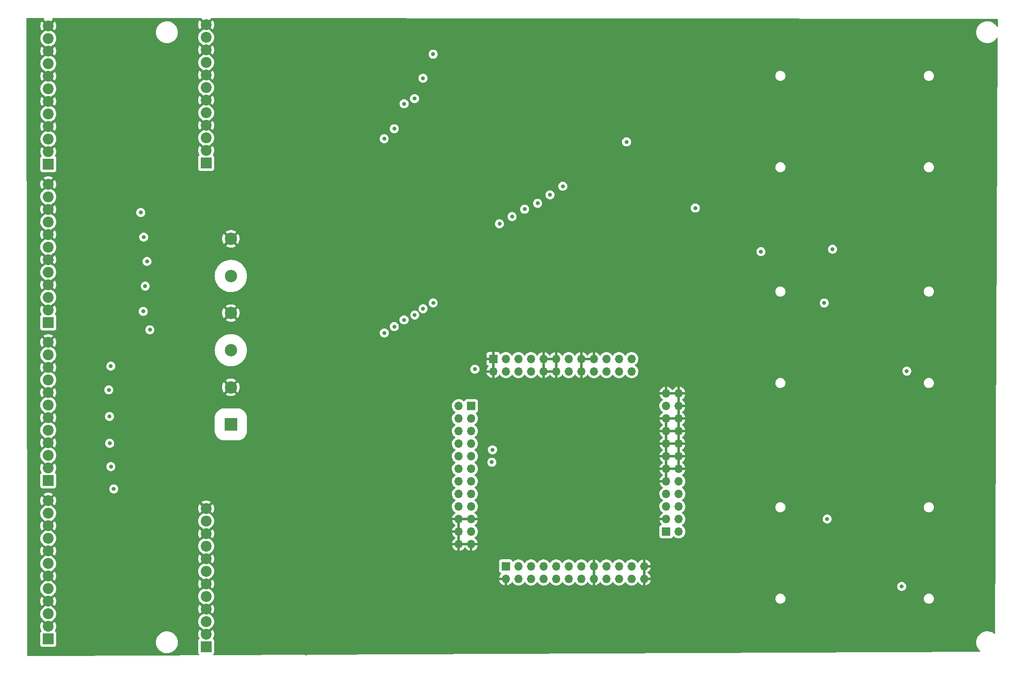
<source format=gbr>
%TF.GenerationSoftware,KiCad,Pcbnew,(6.0.11-0)*%
%TF.CreationDate,2023-06-16T12:41:29-04:00*%
%TF.ProjectId,Mux64,4d757836-342e-46b6-9963-61645f706362,rev?*%
%TF.SameCoordinates,Original*%
%TF.FileFunction,Copper,L2,Inr*%
%TF.FilePolarity,Positive*%
%FSLAX46Y46*%
G04 Gerber Fmt 4.6, Leading zero omitted, Abs format (unit mm)*
G04 Created by KiCad (PCBNEW (6.0.11-0)) date 2023-06-16 12:41:29*
%MOMM*%
%LPD*%
G01*
G04 APERTURE LIST*
%TA.AperFunction,ComponentPad*%
%ADD10R,2.500000X2.500000*%
%TD*%
%TA.AperFunction,ComponentPad*%
%ADD11C,2.500000*%
%TD*%
%TA.AperFunction,ComponentPad*%
%ADD12R,1.700000X1.700000*%
%TD*%
%TA.AperFunction,ComponentPad*%
%ADD13O,1.700000X1.700000*%
%TD*%
%TA.AperFunction,ComponentPad*%
%ADD14R,2.200000X2.200000*%
%TD*%
%TA.AperFunction,ComponentPad*%
%ADD15C,2.200000*%
%TD*%
%TA.AperFunction,ViaPad*%
%ADD16C,0.800000*%
%TD*%
G04 APERTURE END LIST*
D10*
%TO.N,/mux64-regulators/screw-terminals/HV0*%
%TO.C,J12*%
X97920000Y-107640000D03*
D11*
%TO.N,MUX64_A11*%
X97920000Y-100140000D03*
%TO.N,/mux64-regulators/screw-terminals/HV1*%
X97920000Y-92640000D03*
%TO.N,MUX64_A11*%
X97920000Y-85140000D03*
%TO.N,/mux64-regulators/screw-terminals/HV2*%
X97920000Y-77640000D03*
%TO.N,MUX64_A11*%
X97920000Y-70140000D03*
%TD*%
D12*
%TO.N,unconnected-(J7-Pad1)*%
%TO.C,J7*%
X146470000Y-103910000D03*
D13*
%TO.N,B_d5*%
X143930000Y-103910000D03*
%TO.N,B_d3*%
X146470000Y-106450000D03*
%TO.N,B_d4*%
X143930000Y-106450000D03*
%TO.N,B_d1*%
X146470000Y-108990000D03*
%TO.N,B_d2*%
X143930000Y-108990000D03*
%TO.N,MUX64_A0*%
X146470000Y-111530000D03*
%TO.N,B_d0*%
X143930000Y-111530000D03*
%TO.N,MUX64_A2*%
X146470000Y-114070000D03*
%TO.N,MUX64_A0*%
X143930000Y-114070000D03*
%TO.N,MUX64_A4*%
X146470000Y-116610000D03*
%TO.N,MUX64_A3*%
X143930000Y-116610000D03*
%TO.N,MUX64_A6*%
X146470000Y-119150000D03*
%TO.N,MUX64_A5*%
X143930000Y-119150000D03*
%TO.N,MUX64_A8*%
X146470000Y-121690000D03*
%TO.N,MUX64_A7*%
X143930000Y-121690000D03*
%TO.N,MUX64_A10*%
X146470000Y-124230000D03*
%TO.N,MUX64_A9*%
X143930000Y-124230000D03*
%TO.N,MUX64_A11*%
X146470000Y-126770000D03*
X143930000Y-126770000D03*
%TO.N,unconnected-(J7-Pad21)*%
X146470000Y-129310000D03*
%TO.N,MUX64_A11*%
X143930000Y-129310000D03*
X146470000Y-131850000D03*
X143930000Y-131850000D03*
%TD*%
D12*
%TO.N,unconnected-(J8-Pad1)*%
%TO.C,J8*%
X153455000Y-136295000D03*
D13*
%TO.N,MUX64_A11*%
X153455000Y-138835000D03*
%TO.N,MUX64_A16*%
X155995000Y-136295000D03*
%TO.N,MUX64_A15*%
X155995000Y-138835000D03*
%TO.N,MUX64_A18*%
X158535000Y-136295000D03*
%TO.N,MUX64_A17*%
X158535000Y-138835000D03*
%TO.N,MUX64_A20*%
X161075000Y-136295000D03*
%TO.N,MUX64_A19*%
X161075000Y-138835000D03*
%TO.N,MUX64_A22*%
X163615000Y-136295000D03*
%TO.N,MUX64_A21*%
X163615000Y-138835000D03*
%TO.N,MUX64_A24*%
X166155000Y-136295000D03*
%TO.N,MUX64_A23*%
X166155000Y-138835000D03*
%TO.N,MUX64_A26*%
X168695000Y-136295000D03*
%TO.N,MUX64_A25*%
X168695000Y-138835000D03*
%TO.N,MUX64_A11*%
X171235000Y-136295000D03*
X171235000Y-138835000D03*
%TO.N,MUX64_A30*%
X173775000Y-136295000D03*
%TO.N,MUX64_A29*%
X173775000Y-138835000D03*
%TO.N,MUX64_A32*%
X176315000Y-136295000D03*
%TO.N,MUX64_A31*%
X176315000Y-138835000D03*
%TO.N,unconnected-(J8-Pad21)*%
X178855000Y-136295000D03*
%TO.N,MUX64_A33*%
X178855000Y-138835000D03*
%TO.N,MUX64_A11*%
X181395000Y-136295000D03*
X181395000Y-138835000D03*
%TD*%
D14*
%TO.N,Net-(J16-Pad1)*%
%TO.C,J16*%
X61040000Y-87030000D03*
D15*
%TO.N,MUX64_A11*%
X61040000Y-84490000D03*
%TO.N,Net-(J16-Pad3)*%
X61040000Y-81950000D03*
%TO.N,MUX64_A11*%
X61040000Y-79410000D03*
%TO.N,Net-(J16-Pad5)*%
X61040000Y-76870000D03*
%TO.N,MUX64_A11*%
X61040000Y-74330000D03*
%TO.N,Net-(J16-Pad7)*%
X61040000Y-71790000D03*
%TO.N,MUX64_A11*%
X61040000Y-69250000D03*
%TO.N,Net-(J16-Pad9)*%
X61040000Y-66710000D03*
%TO.N,MUX64_A11*%
X61040000Y-64170000D03*
%TO.N,Net-(J16-Pad11)*%
X61040000Y-61630000D03*
%TO.N,MUX64_A11*%
X61040000Y-59090000D03*
%TD*%
D12*
%TO.N,MUX64_A11*%
%TO.C,J10*%
X150915000Y-94385000D03*
D13*
X150915000Y-96925000D03*
%TO.N,1.2V*%
X153455000Y-94385000D03*
%TO.N,unconnected-(J10-Pad4)*%
X153455000Y-96925000D03*
%TO.N,1.2V*%
X155995000Y-94385000D03*
X155995000Y-96925000D03*
X158535000Y-94385000D03*
X158535000Y-96925000D03*
%TO.N,MUX64_A11*%
X161075000Y-94385000D03*
X161075000Y-96925000D03*
X163615000Y-94385000D03*
X163615000Y-96925000D03*
%TO.N,B_a4*%
X166155000Y-94385000D03*
%TO.N,B_a0(MUX_OUT)*%
X166155000Y-96925000D03*
%TO.N,MUX64_A11*%
X168695000Y-94385000D03*
X168695000Y-96925000D03*
X171235000Y-94385000D03*
%TO.N,MUX64_A60*%
X171235000Y-96925000D03*
%TO.N,MUX64_A57*%
X173775000Y-94385000D03*
%TO.N,MUX64_A58*%
X173775000Y-96925000D03*
%TO.N,MUX64_A55*%
X176315000Y-94385000D03*
%TO.N,MUX64_A56*%
X176315000Y-96925000D03*
%TO.N,MUX64_A54*%
X178855000Y-94385000D03*
%TO.N,unconnected-(J10-Pad24)*%
X178855000Y-96925000D03*
%TD*%
D14*
%TO.N,Net-(J13-Pad1)*%
%TO.C,J13*%
X61030000Y-118970000D03*
D15*
%TO.N,MUX64_A11*%
X61030000Y-116430000D03*
%TO.N,Net-(J13-Pad3)*%
X61030000Y-113890000D03*
%TO.N,MUX64_A11*%
X61030000Y-111350000D03*
%TO.N,Net-(J13-Pad5)*%
X61030000Y-108810000D03*
%TO.N,MUX64_A11*%
X61030000Y-106270000D03*
%TO.N,Net-(J13-Pad7)*%
X61030000Y-103730000D03*
%TO.N,MUX64_A11*%
X61030000Y-101190000D03*
%TO.N,Net-(J13-Pad9)*%
X61030000Y-98650000D03*
%TO.N,MUX64_A11*%
X61030000Y-96110000D03*
%TO.N,Net-(J13-Pad11)*%
X61030000Y-93570000D03*
%TO.N,MUX64_A11*%
X61030000Y-91030000D03*
%TD*%
D14*
%TO.N,Net-(J11-Pad1)*%
%TO.C,J11*%
X61022500Y-151001000D03*
D15*
%TO.N,MUX64_A11*%
X61022500Y-148461000D03*
%TO.N,Net-(J11-Pad3)*%
X61022500Y-145921000D03*
%TO.N,MUX64_A11*%
X61022500Y-143381000D03*
%TO.N,Net-(J11-Pad5)*%
X61022500Y-140841000D03*
%TO.N,MUX64_A11*%
X61022500Y-138301000D03*
%TO.N,Net-(J11-Pad7)*%
X61022500Y-135761000D03*
%TO.N,MUX64_A11*%
X61022500Y-133221000D03*
%TO.N,Net-(J11-Pad9)*%
X61022500Y-130681000D03*
%TO.N,MUX64_A11*%
X61022500Y-128141000D03*
%TO.N,Net-(J11-Pad11)*%
X61022500Y-125601000D03*
%TO.N,MUX64_A11*%
X61022500Y-123061000D03*
%TD*%
D14*
%TO.N,Net-(J18-Pad1)*%
%TO.C,J18*%
X61050000Y-55030000D03*
D15*
%TO.N,MUX64_A11*%
X61050000Y-52490000D03*
%TO.N,Net-(J18-Pad3)*%
X61050000Y-49950000D03*
%TO.N,MUX64_A11*%
X61050000Y-47410000D03*
%TO.N,Net-(J18-Pad5)*%
X61050000Y-44870000D03*
%TO.N,MUX64_A11*%
X61050000Y-42330000D03*
%TO.N,Net-(J18-Pad7)*%
X61050000Y-39790000D03*
%TO.N,MUX64_A11*%
X61050000Y-37250000D03*
%TO.N,Net-(J18-Pad9)*%
X61050000Y-34710000D03*
%TO.N,MUX64_A11*%
X61050000Y-32170000D03*
%TO.N,Net-(J18-Pad11)*%
X61050000Y-29630000D03*
%TO.N,MUX64_A11*%
X61050000Y-27090000D03*
%TD*%
D14*
%TO.N,Net-(J14-Pad1)*%
%TO.C,J14*%
X92920000Y-152570000D03*
D15*
%TO.N,MUX64_A11*%
X92920000Y-150030000D03*
%TO.N,Net-(J14-Pad3)*%
X92920000Y-147490000D03*
%TO.N,MUX64_A11*%
X92920000Y-144950000D03*
%TO.N,Net-(J14-Pad5)*%
X92920000Y-142410000D03*
%TO.N,MUX64_A11*%
X92920000Y-139870000D03*
%TO.N,Net-(J14-Pad7)*%
X92920000Y-137330000D03*
%TO.N,MUX64_A11*%
X92920000Y-134790000D03*
%TO.N,Net-(J14-Pad9)*%
X92920000Y-132250000D03*
%TO.N,MUX64_A11*%
X92920000Y-129710000D03*
%TO.N,Net-(J14-Pad11)*%
X92920000Y-127170000D03*
%TO.N,MUX64_A11*%
X92920000Y-124630000D03*
%TD*%
D14*
%TO.N,Net-(J17-Pad1)*%
%TO.C,J17*%
X92920000Y-54800000D03*
D15*
%TO.N,MUX64_A11*%
X92920000Y-52260000D03*
%TO.N,Net-(J17-Pad3)*%
X92920000Y-49720000D03*
%TO.N,MUX64_A11*%
X92920000Y-47180000D03*
%TO.N,Net-(J17-Pad5)*%
X92920000Y-44640000D03*
%TO.N,MUX64_A11*%
X92920000Y-42100000D03*
%TO.N,Net-(J17-Pad7)*%
X92920000Y-39560000D03*
%TO.N,MUX64_A11*%
X92920000Y-37020000D03*
%TO.N,Net-(J17-Pad9)*%
X92920000Y-34480000D03*
%TO.N,MUX64_A11*%
X92920000Y-31940000D03*
%TO.N,Net-(J17-Pad11)*%
X92920000Y-29400000D03*
%TO.N,MUX64_A11*%
X92920000Y-26860000D03*
%TD*%
D12*
%TO.N,unconnected-(J9-Pad1)*%
%TO.C,J9*%
X185840000Y-129310000D03*
D13*
%TO.N,MUX64_A34*%
X188380000Y-129310000D03*
%TO.N,MUX64_A11*%
X185840000Y-126770000D03*
%TO.N,MUX64_A35*%
X188380000Y-126770000D03*
%TO.N,MUX64_A38*%
X185840000Y-124230000D03*
%TO.N,MUX64_A37*%
X188380000Y-124230000D03*
%TO.N,MUX64_A40*%
X185840000Y-121690000D03*
%TO.N,MUX64_A39*%
X188380000Y-121690000D03*
%TO.N,MUX64_A11*%
X185840000Y-119150000D03*
%TO.N,MUX64_A41*%
X188380000Y-119150000D03*
%TO.N,MUX64_A11*%
X185840000Y-116610000D03*
X188380000Y-116610000D03*
X185840000Y-114070000D03*
X188380000Y-114070000D03*
X185840000Y-111530000D03*
X188380000Y-111530000D03*
X185840000Y-108990000D03*
X188380000Y-108990000D03*
X185840000Y-106450000D03*
X188380000Y-106450000D03*
%TO.N,unconnected-(J9-Pad21)*%
X185840000Y-103910000D03*
%TO.N,MUX64_A11*%
X188380000Y-103910000D03*
X185840000Y-101370000D03*
X188380000Y-101370000D03*
%TD*%
D16*
%TO.N,LV_RB*%
X218360000Y-126760000D03*
X233420000Y-140390000D03*
X219450000Y-72230000D03*
X234450000Y-96870000D03*
X217770000Y-83110000D03*
%TO.N,1.2V*%
X177850000Y-50540000D03*
X147216200Y-96483800D03*
%TO.N,B_a4*%
X191730000Y-63920000D03*
X204980000Y-72730000D03*
%TO.N,B_d4*%
X150630000Y-115280000D03*
%TO.N,B_d5*%
X150770000Y-112780000D03*
%TO.N,MUX64_A2*%
X79710000Y-64810000D03*
%TO.N,MUX64_A3*%
X80310000Y-69780000D03*
%TO.N,MUX64_A4*%
X80980000Y-74690000D03*
%TO.N,MUX64_A5*%
X80620000Y-79690000D03*
%TO.N,MUX64_A6*%
X80220000Y-84800000D03*
%TO.N,MUX64_A7*%
X81560000Y-88520000D03*
%TO.N,MUX64_A15*%
X154720000Y-65630000D03*
%TO.N,MUX64_A16*%
X152180000Y-67090000D03*
%TO.N,MUX64_A17*%
X159875000Y-62955000D03*
%TO.N,MUX64_A18*%
X157260000Y-64140000D03*
%TO.N,MUX64_A19*%
X164970000Y-59510000D03*
%TO.N,MUX64_A20*%
X162380000Y-61240000D03*
%TO.N,MUX64_A21*%
X73660000Y-95860000D03*
%TO.N,MUX64_A22*%
X73260000Y-100670000D03*
%TO.N,MUX64_A23*%
X73400000Y-106030000D03*
%TO.N,MUX64_A24*%
X73440000Y-111460000D03*
%TO.N,MUX64_A25*%
X73680000Y-116170000D03*
%TO.N,MUX64_A26*%
X74260000Y-120690000D03*
%TO.N,MUX64_A11*%
X205460000Y-96050000D03*
X216700000Y-132450000D03*
X246250000Y-93670000D03*
X246140000Y-134860000D03*
X80230000Y-87080000D03*
X114750000Y-49750000D03*
X205230000Y-93690000D03*
X246240000Y-130040000D03*
X205270000Y-137250000D03*
X80370000Y-44850000D03*
X176340000Y-60920000D03*
X79250000Y-95710000D03*
X79950000Y-29580000D03*
X246140000Y-88890000D03*
X114020000Y-143410000D03*
X180540000Y-55850000D03*
X205200000Y-127620000D03*
X80420000Y-125600000D03*
X168410000Y-37330000D03*
X240980000Y-58050000D03*
X205630000Y-42810000D03*
X235480000Y-134780000D03*
X240860000Y-122110000D03*
X216430000Y-129270000D03*
X80480000Y-150970000D03*
X125570000Y-74490000D03*
X246200000Y-137220000D03*
X80050000Y-55030000D03*
X240910000Y-78560000D03*
X128470000Y-94770000D03*
X210970000Y-121800000D03*
X235430000Y-95130000D03*
X205130000Y-91260000D03*
X113090000Y-153930000D03*
X210970000Y-145150000D03*
X246150000Y-84060000D03*
X79320000Y-101500000D03*
X80450000Y-145970000D03*
X246290000Y-86490000D03*
X205770000Y-49980000D03*
X246290000Y-50030000D03*
X216130000Y-45210000D03*
X246190000Y-91310000D03*
X140950000Y-78780000D03*
X205660000Y-40410000D03*
X113990000Y-147870000D03*
X80350000Y-135710000D03*
X246180000Y-45250000D03*
X80400000Y-140850000D03*
X113740000Y-132280000D03*
X79980000Y-114690000D03*
X218880000Y-84650000D03*
X246300000Y-52400000D03*
X235240000Y-51060000D03*
X246190000Y-40420000D03*
X235150000Y-138250000D03*
X205500000Y-139610000D03*
X80400000Y-130740000D03*
X216370000Y-99890000D03*
X80140000Y-49960000D03*
X113740000Y-127080000D03*
X163390000Y-41700000D03*
X205650000Y-45170000D03*
X235570000Y-47590000D03*
X205170000Y-132430000D03*
X79790000Y-108710000D03*
X80040000Y-71760000D03*
X205220000Y-86460000D03*
X222080000Y-51020000D03*
X196120000Y-60820000D03*
X171670000Y-63660000D03*
X246330000Y-42850000D03*
X80220000Y-76880000D03*
X234570000Y-42030000D03*
X240950000Y-34920000D03*
X210940000Y-58180000D03*
X133750000Y-94110000D03*
X246210000Y-139590000D03*
X210920000Y-78510000D03*
X205130000Y-88870000D03*
X235530000Y-91230000D03*
X114770000Y-29430000D03*
X114030000Y-138330000D03*
X246160000Y-96070000D03*
X234480000Y-129220000D03*
X246100000Y-127610000D03*
X205730000Y-47610000D03*
X114840000Y-44600000D03*
X114380000Y-54810000D03*
X246230000Y-47670000D03*
X171670000Y-56730000D03*
X80360000Y-118070000D03*
X80240000Y-34720000D03*
X184400000Y-73600000D03*
X205820000Y-52390000D03*
X205170000Y-84070000D03*
X246090000Y-132440000D03*
X141040000Y-93830000D03*
X179840000Y-42600000D03*
X80160000Y-39780000D03*
X127940000Y-108280000D03*
X241010000Y-145110000D03*
X79960000Y-66660000D03*
X216120000Y-41600000D03*
X114750000Y-34510000D03*
X234530000Y-85670000D03*
X217360000Y-89170000D03*
X240940000Y-101700000D03*
X205260000Y-130020000D03*
X80280000Y-61600000D03*
X114800000Y-39660000D03*
X205170000Y-134820000D03*
X80270000Y-81920000D03*
X211000000Y-35010000D03*
%TO.N,MUX64_A55*%
X135050000Y-85540000D03*
X135020000Y-41790000D03*
%TO.N,MUX64_A54*%
X138780000Y-32820000D03*
X138790000Y-83090000D03*
%TO.N,MUX64_A56*%
X136740000Y-84270000D03*
X136730000Y-37680000D03*
%TO.N,MUX64_A57*%
X130930000Y-47880000D03*
X130930000Y-87880000D03*
%TO.N,MUX64_A58*%
X132900000Y-86520000D03*
X132910000Y-42840000D03*
%TO.N,MUX64_A60*%
X128910000Y-89160000D03*
X128890000Y-49900000D03*
%TD*%
%TA.AperFunction,Conductor*%
%TO.N,MUX64_A11*%
G36*
X60146957Y-25483785D02*
G01*
X60215055Y-25503860D01*
X60261491Y-25557565D01*
X60271519Y-25627850D01*
X60241957Y-25692399D01*
X60212656Y-25717217D01*
X60118835Y-25774711D01*
X60109373Y-25785170D01*
X60113156Y-25793946D01*
X61037188Y-26717978D01*
X61051132Y-26725592D01*
X61052965Y-26725461D01*
X61059580Y-26721210D01*
X61983800Y-25796990D01*
X61990560Y-25784610D01*
X61984833Y-25776960D01*
X61890504Y-25719155D01*
X61842873Y-25666507D01*
X61831266Y-25596466D01*
X61859369Y-25531268D01*
X61918259Y-25491614D01*
X61956474Y-25485722D01*
X79624227Y-25504629D01*
X91884906Y-25517750D01*
X91953004Y-25537825D01*
X91973865Y-25554655D01*
X92907188Y-26487978D01*
X92921132Y-26495592D01*
X92922965Y-26495461D01*
X92929580Y-26491210D01*
X93863921Y-25556869D01*
X93926233Y-25522843D01*
X93953151Y-25519964D01*
X252713582Y-25689865D01*
X252781681Y-25709940D01*
X252828117Y-25763645D01*
X252839446Y-25816417D01*
X252833464Y-27182381D01*
X252813164Y-27250413D01*
X252759305Y-27296671D01*
X252688987Y-27306467D01*
X252624536Y-27276691D01*
X252596007Y-27240592D01*
X252587202Y-27223891D01*
X252587201Y-27223890D01*
X252585249Y-27220187D01*
X252415295Y-26981039D01*
X252215206Y-26766469D01*
X251988496Y-26580248D01*
X251739149Y-26425646D01*
X251735332Y-26423930D01*
X251735329Y-26423929D01*
X251661291Y-26390655D01*
X251471544Y-26305380D01*
X251383594Y-26279161D01*
X251194382Y-26222753D01*
X251194374Y-26222751D01*
X251190385Y-26221562D01*
X251186269Y-26220910D01*
X251186264Y-26220909D01*
X250904078Y-26176216D01*
X250904073Y-26176216D01*
X250900610Y-26175667D01*
X250851514Y-26173437D01*
X250810268Y-26171564D01*
X250810249Y-26171564D01*
X250808849Y-26171500D01*
X250625580Y-26171500D01*
X250407258Y-26186001D01*
X250119659Y-26243991D01*
X249842256Y-26339508D01*
X249838514Y-26341382D01*
X249838509Y-26341384D01*
X249583667Y-26469000D01*
X249579923Y-26470875D01*
X249576458Y-26473230D01*
X249395254Y-26596376D01*
X249337268Y-26635783D01*
X249118555Y-26831335D01*
X248927627Y-27054095D01*
X248898089Y-27099580D01*
X248800137Y-27250413D01*
X248767837Y-27300150D01*
X248641993Y-27565177D01*
X248640714Y-27569160D01*
X248640713Y-27569163D01*
X248633057Y-27593009D01*
X248552306Y-27844520D01*
X248500351Y-28133270D01*
X248500162Y-28137442D01*
X248491063Y-28337815D01*
X248487042Y-28426355D01*
X248512613Y-28718625D01*
X248513523Y-28722697D01*
X248513524Y-28722702D01*
X248557505Y-28919460D01*
X248576613Y-29004947D01*
X248677919Y-29280288D01*
X248679866Y-29283981D01*
X248679867Y-29283983D01*
X248738437Y-29395070D01*
X248814751Y-29539813D01*
X248984705Y-29778961D01*
X249184794Y-29993531D01*
X249411504Y-30179752D01*
X249660851Y-30334354D01*
X249664668Y-30336070D01*
X249664671Y-30336071D01*
X249713306Y-30357928D01*
X249928456Y-30454620D01*
X250016406Y-30480839D01*
X250205618Y-30537247D01*
X250205626Y-30537249D01*
X250209615Y-30538438D01*
X250213731Y-30539090D01*
X250213736Y-30539091D01*
X250495922Y-30583784D01*
X250495927Y-30583784D01*
X250499390Y-30584333D01*
X250548486Y-30586563D01*
X250589732Y-30588436D01*
X250589751Y-30588436D01*
X250591151Y-30588500D01*
X250774420Y-30588500D01*
X250992742Y-30573999D01*
X251280341Y-30516009D01*
X251557744Y-30420492D01*
X251561486Y-30418618D01*
X251561491Y-30418616D01*
X251816333Y-30291000D01*
X251816335Y-30290999D01*
X251820077Y-30289125D01*
X251984913Y-30177103D01*
X252059273Y-30126568D01*
X252059276Y-30126566D01*
X252062732Y-30124217D01*
X252281445Y-29928665D01*
X252472373Y-29705905D01*
X252591240Y-29522866D01*
X252645116Y-29476630D01*
X252715437Y-29466860D01*
X252779877Y-29496660D01*
X252817976Y-29556569D01*
X252822911Y-29592043D01*
X252296173Y-149866974D01*
X252275873Y-149935006D01*
X252222014Y-149981264D01*
X252151696Y-149991060D01*
X252090198Y-149963786D01*
X251991730Y-149882903D01*
X251991716Y-149882893D01*
X251988496Y-149880248D01*
X251739149Y-149725646D01*
X251735332Y-149723930D01*
X251735329Y-149723929D01*
X251605522Y-149665592D01*
X251471544Y-149605380D01*
X251383594Y-149579161D01*
X251194382Y-149522753D01*
X251194374Y-149522751D01*
X251190385Y-149521562D01*
X251186269Y-149520910D01*
X251186264Y-149520909D01*
X250904078Y-149476216D01*
X250904073Y-149476216D01*
X250900610Y-149475667D01*
X250851514Y-149473437D01*
X250810268Y-149471564D01*
X250810249Y-149471564D01*
X250808849Y-149471500D01*
X250625580Y-149471500D01*
X250407258Y-149486001D01*
X250119659Y-149543991D01*
X249842256Y-149639508D01*
X249838514Y-149641382D01*
X249838509Y-149641384D01*
X249583667Y-149769000D01*
X249579923Y-149770875D01*
X249561662Y-149783285D01*
X249415079Y-149882903D01*
X249337268Y-149935783D01*
X249118555Y-150131335D01*
X248927627Y-150354095D01*
X248925353Y-150357597D01*
X248817534Y-150523624D01*
X248767837Y-150600150D01*
X248641993Y-150865177D01*
X248552306Y-151144520D01*
X248500351Y-151433270D01*
X248500162Y-151437442D01*
X248491063Y-151637815D01*
X248487042Y-151726355D01*
X248512613Y-152018625D01*
X248513523Y-152022697D01*
X248513524Y-152022702D01*
X248557505Y-152219460D01*
X248576613Y-152304947D01*
X248677919Y-152580288D01*
X248814751Y-152839813D01*
X248984705Y-153078961D01*
X249184794Y-153293531D01*
X249188019Y-153296180D01*
X249188028Y-153296188D01*
X249254481Y-153350774D01*
X249294424Y-153409469D01*
X249296294Y-153480441D01*
X249259496Y-153541157D01*
X249195714Y-153572340D01*
X249175079Y-153574137D01*
X94434576Y-154278690D01*
X94366365Y-154258998D01*
X94319628Y-154205555D01*
X94309204Y-154135327D01*
X94338403Y-154070613D01*
X94358434Y-154051868D01*
X94383261Y-154033261D01*
X94470615Y-153916705D01*
X94521745Y-153780316D01*
X94528500Y-153718134D01*
X94528500Y-151421866D01*
X94521745Y-151359684D01*
X94470615Y-151223295D01*
X94383261Y-151106739D01*
X94312553Y-151053746D01*
X94270038Y-150996887D01*
X94265012Y-150926068D01*
X94280685Y-150887085D01*
X94354583Y-150766494D01*
X94359064Y-150757700D01*
X94452134Y-150533009D01*
X94455183Y-150523624D01*
X94511959Y-150287137D01*
X94513502Y-150277390D01*
X94532584Y-150034930D01*
X94532584Y-150025070D01*
X94513502Y-149782610D01*
X94511959Y-149772863D01*
X94455183Y-149536376D01*
X94452134Y-149526991D01*
X94359064Y-149302300D01*
X94354583Y-149293506D01*
X94235287Y-149098833D01*
X94224830Y-149089373D01*
X94216054Y-149093156D01*
X93009095Y-150300115D01*
X92946783Y-150334141D01*
X92875968Y-150329076D01*
X92830905Y-150300115D01*
X91626990Y-149096200D01*
X91614610Y-149089440D01*
X91606960Y-149095167D01*
X91485417Y-149293506D01*
X91480936Y-149302300D01*
X91387866Y-149526991D01*
X91384817Y-149536376D01*
X91328041Y-149772863D01*
X91326498Y-149782610D01*
X91307416Y-150025070D01*
X91307416Y-150034930D01*
X91326498Y-150277390D01*
X91328041Y-150287137D01*
X91384817Y-150523624D01*
X91387866Y-150533009D01*
X91480936Y-150757700D01*
X91485417Y-150766494D01*
X91559315Y-150887085D01*
X91577853Y-150955619D01*
X91556396Y-151023296D01*
X91527447Y-151053746D01*
X91456739Y-151106739D01*
X91369385Y-151223295D01*
X91318255Y-151359684D01*
X91311500Y-151421866D01*
X91311500Y-153718134D01*
X91318255Y-153780316D01*
X91369385Y-153916705D01*
X91456739Y-154033261D01*
X91499849Y-154065570D01*
X91542362Y-154122429D01*
X91547387Y-154193247D01*
X91513327Y-154255540D01*
X91450996Y-154289531D01*
X91424856Y-154292394D01*
X83815205Y-154327042D01*
X56936377Y-154449425D01*
X56868167Y-154429733D01*
X56821430Y-154376290D01*
X56809804Y-154323621D01*
X56802748Y-149773230D01*
X56800721Y-148465930D01*
X59409916Y-148465930D01*
X59428998Y-148708390D01*
X59430541Y-148718137D01*
X59487317Y-148954624D01*
X59490366Y-148964009D01*
X59583436Y-149188700D01*
X59587917Y-149197494D01*
X59661815Y-149318085D01*
X59680353Y-149386619D01*
X59658896Y-149454296D01*
X59629947Y-149484746D01*
X59627169Y-149486828D01*
X59559239Y-149537739D01*
X59471885Y-149654295D01*
X59420755Y-149790684D01*
X59414000Y-149852866D01*
X59414000Y-152149134D01*
X59420755Y-152211316D01*
X59471885Y-152347705D01*
X59559239Y-152464261D01*
X59675795Y-152551615D01*
X59812184Y-152602745D01*
X59874366Y-152609500D01*
X62170634Y-152609500D01*
X62232816Y-152602745D01*
X62369205Y-152551615D01*
X62485761Y-152464261D01*
X62573115Y-152347705D01*
X62624245Y-152211316D01*
X62631000Y-152149134D01*
X62631000Y-151726355D01*
X82787042Y-151726355D01*
X82812613Y-152018625D01*
X82813523Y-152022697D01*
X82813524Y-152022702D01*
X82857505Y-152219460D01*
X82876613Y-152304947D01*
X82977919Y-152580288D01*
X83114751Y-152839813D01*
X83284705Y-153078961D01*
X83484794Y-153293531D01*
X83711504Y-153479752D01*
X83960851Y-153634354D01*
X83964668Y-153636070D01*
X83964671Y-153636071D01*
X84038709Y-153669345D01*
X84228456Y-153754620D01*
X84314651Y-153780316D01*
X84505618Y-153837247D01*
X84505626Y-153837249D01*
X84509615Y-153838438D01*
X84513731Y-153839090D01*
X84513736Y-153839091D01*
X84795922Y-153883784D01*
X84795927Y-153883784D01*
X84799390Y-153884333D01*
X84848486Y-153886563D01*
X84889732Y-153888436D01*
X84889751Y-153888436D01*
X84891151Y-153888500D01*
X85074420Y-153888500D01*
X85292742Y-153873999D01*
X85580341Y-153816009D01*
X85857744Y-153720492D01*
X85861486Y-153718618D01*
X85861491Y-153718616D01*
X86116333Y-153591000D01*
X86116335Y-153590999D01*
X86120077Y-153589125D01*
X86362732Y-153424217D01*
X86581445Y-153228665D01*
X86772373Y-153005905D01*
X86878019Y-152843225D01*
X86929884Y-152763360D01*
X86929887Y-152763355D01*
X86932163Y-152759850D01*
X87058007Y-152494823D01*
X87067820Y-152464261D01*
X87146416Y-152219460D01*
X87147694Y-152215480D01*
X87199649Y-151926730D01*
X87207028Y-151764233D01*
X87212769Y-151637815D01*
X87212769Y-151637810D01*
X87212958Y-151633645D01*
X87187387Y-151341375D01*
X87162873Y-151231703D01*
X87124299Y-151059131D01*
X87124297Y-151059124D01*
X87123387Y-151055053D01*
X87022081Y-150779712D01*
X87010476Y-150757700D01*
X86887202Y-150523891D01*
X86887201Y-150523890D01*
X86885249Y-150520187D01*
X86715295Y-150281039D01*
X86515206Y-150066469D01*
X86288496Y-149880248D01*
X86039149Y-149725646D01*
X86035332Y-149723930D01*
X86035329Y-149723929D01*
X85905522Y-149665592D01*
X85771544Y-149605380D01*
X85683594Y-149579161D01*
X85494382Y-149522753D01*
X85494374Y-149522751D01*
X85490385Y-149521562D01*
X85486269Y-149520910D01*
X85486264Y-149520909D01*
X85204078Y-149476216D01*
X85204073Y-149476216D01*
X85200610Y-149475667D01*
X85151514Y-149473437D01*
X85110268Y-149471564D01*
X85110249Y-149471564D01*
X85108849Y-149471500D01*
X84925580Y-149471500D01*
X84707258Y-149486001D01*
X84419659Y-149543991D01*
X84142256Y-149639508D01*
X84138514Y-149641382D01*
X84138509Y-149641384D01*
X83883667Y-149769000D01*
X83879923Y-149770875D01*
X83861662Y-149783285D01*
X83715079Y-149882903D01*
X83637268Y-149935783D01*
X83418555Y-150131335D01*
X83227627Y-150354095D01*
X83225353Y-150357597D01*
X83117534Y-150523624D01*
X83067837Y-150600150D01*
X82941993Y-150865177D01*
X82852306Y-151144520D01*
X82800351Y-151433270D01*
X82800162Y-151437442D01*
X82791063Y-151637815D01*
X82787042Y-151726355D01*
X62631000Y-151726355D01*
X62631000Y-149852866D01*
X62624245Y-149790684D01*
X62573115Y-149654295D01*
X62485761Y-149537739D01*
X62417831Y-149486828D01*
X62415053Y-149484746D01*
X62372538Y-149427887D01*
X62367512Y-149357068D01*
X62383185Y-149318085D01*
X62457083Y-149197494D01*
X62461564Y-149188700D01*
X62554634Y-148964009D01*
X62557683Y-148954624D01*
X62614459Y-148718137D01*
X62616002Y-148708390D01*
X62635084Y-148465930D01*
X62635084Y-148456070D01*
X62616002Y-148213610D01*
X62614459Y-148203863D01*
X62557683Y-147967376D01*
X62554634Y-147957991D01*
X62461564Y-147733300D01*
X62457083Y-147724506D01*
X62337787Y-147529833D01*
X62327330Y-147520373D01*
X62318554Y-147524156D01*
X61111595Y-148731115D01*
X61049283Y-148765141D01*
X60978468Y-148760076D01*
X60933405Y-148731115D01*
X59729490Y-147527200D01*
X59717110Y-147520440D01*
X59709460Y-147526167D01*
X59587917Y-147724506D01*
X59583436Y-147733300D01*
X59490366Y-147957991D01*
X59487317Y-147967376D01*
X59430541Y-148203863D01*
X59428998Y-148213610D01*
X59409916Y-148456070D01*
X59409916Y-148465930D01*
X56800721Y-148465930D01*
X56796774Y-145921000D01*
X59409026Y-145921000D01*
X59428891Y-146173403D01*
X59430045Y-146178210D01*
X59430046Y-146178216D01*
X59431596Y-146184672D01*
X59487995Y-146419591D01*
X59489888Y-146424162D01*
X59489889Y-146424164D01*
X59538543Y-146541624D01*
X59584884Y-146653502D01*
X59717172Y-146869376D01*
X59881602Y-147061898D01*
X60074124Y-147226328D01*
X60100565Y-147242531D01*
X60249724Y-147333936D01*
X60272984Y-147352274D01*
X61009688Y-148088978D01*
X61023632Y-148096592D01*
X61025465Y-148096461D01*
X61032080Y-148092210D01*
X61634290Y-147490000D01*
X91306526Y-147490000D01*
X91326391Y-147742403D01*
X91385495Y-147988591D01*
X91387388Y-147993162D01*
X91387389Y-147993164D01*
X91478701Y-148213610D01*
X91482384Y-148222502D01*
X91614672Y-148438376D01*
X91779102Y-148630898D01*
X91971624Y-148795328D01*
X92147224Y-148902936D01*
X92170484Y-148921274D01*
X92907188Y-149657978D01*
X92921132Y-149665592D01*
X92922965Y-149665461D01*
X92929580Y-149661210D01*
X93669516Y-148921274D01*
X93692776Y-148902936D01*
X93868376Y-148795328D01*
X94060898Y-148630898D01*
X94225328Y-148438376D01*
X94357616Y-148222502D01*
X94361300Y-148213610D01*
X94452611Y-147993164D01*
X94452612Y-147993162D01*
X94454505Y-147988591D01*
X94513609Y-147742403D01*
X94533474Y-147490000D01*
X94513609Y-147237597D01*
X94511524Y-147228910D01*
X94455660Y-146996221D01*
X94454505Y-146991409D01*
X94452611Y-146986836D01*
X94359511Y-146762072D01*
X94359509Y-146762068D01*
X94357616Y-146757498D01*
X94225328Y-146541624D01*
X94060898Y-146349102D01*
X93868376Y-146184672D01*
X93692776Y-146077064D01*
X93669516Y-146058726D01*
X92932812Y-145322022D01*
X92918868Y-145314408D01*
X92917035Y-145314539D01*
X92910420Y-145318790D01*
X92170484Y-146058726D01*
X92147224Y-146077064D01*
X91971624Y-146184672D01*
X91779102Y-146349102D01*
X91614672Y-146541624D01*
X91482384Y-146757498D01*
X91480491Y-146762068D01*
X91480489Y-146762072D01*
X91387389Y-146986836D01*
X91385495Y-146991409D01*
X91384340Y-146996221D01*
X91328477Y-147228910D01*
X91326391Y-147237597D01*
X91306526Y-147490000D01*
X61634290Y-147490000D01*
X61772016Y-147352274D01*
X61795276Y-147333936D01*
X61944435Y-147242531D01*
X61970876Y-147226328D01*
X62163398Y-147061898D01*
X62327828Y-146869376D01*
X62460116Y-146653502D01*
X62506458Y-146541624D01*
X62555111Y-146424164D01*
X62555112Y-146424162D01*
X62557005Y-146419591D01*
X62613404Y-146184672D01*
X62614954Y-146178216D01*
X62614955Y-146178210D01*
X62616109Y-146173403D01*
X62635974Y-145921000D01*
X62616109Y-145668597D01*
X62557005Y-145422409D01*
X62555111Y-145417836D01*
X62462011Y-145193072D01*
X62462009Y-145193068D01*
X62460116Y-145188498D01*
X62327828Y-144972624D01*
X62312716Y-144954930D01*
X91307416Y-144954930D01*
X91326498Y-145197390D01*
X91328041Y-145207137D01*
X91384817Y-145443624D01*
X91387866Y-145453009D01*
X91480936Y-145677700D01*
X91485417Y-145686494D01*
X91604713Y-145881167D01*
X91615170Y-145890627D01*
X91623946Y-145886844D01*
X92547978Y-144962812D01*
X92554356Y-144951132D01*
X93284408Y-144951132D01*
X93284539Y-144952965D01*
X93288790Y-144959580D01*
X94213010Y-145883800D01*
X94225390Y-145890560D01*
X94233040Y-145884833D01*
X94354583Y-145686494D01*
X94359064Y-145677700D01*
X94452134Y-145453009D01*
X94455183Y-145443624D01*
X94511959Y-145207137D01*
X94513502Y-145197390D01*
X94532584Y-144954930D01*
X94532584Y-144945070D01*
X94513502Y-144702610D01*
X94511959Y-144692863D01*
X94455183Y-144456376D01*
X94452134Y-144446991D01*
X94359064Y-144222300D01*
X94354583Y-144213506D01*
X94235287Y-144018833D01*
X94224830Y-144009373D01*
X94216054Y-144013156D01*
X93292022Y-144937188D01*
X93284408Y-144951132D01*
X92554356Y-144951132D01*
X92555592Y-144948868D01*
X92555461Y-144947035D01*
X92551210Y-144940420D01*
X91626990Y-144016200D01*
X91614610Y-144009440D01*
X91606960Y-144015167D01*
X91485417Y-144213506D01*
X91480936Y-144222300D01*
X91387866Y-144446991D01*
X91384817Y-144456376D01*
X91328041Y-144692863D01*
X91326498Y-144702610D01*
X91307416Y-144945070D01*
X91307416Y-144954930D01*
X62312716Y-144954930D01*
X62163398Y-144780102D01*
X61970876Y-144615672D01*
X61795276Y-144508064D01*
X61772016Y-144489726D01*
X61035312Y-143753022D01*
X61021368Y-143745408D01*
X61019535Y-143745539D01*
X61012920Y-143749790D01*
X60272984Y-144489726D01*
X60249724Y-144508064D01*
X60074124Y-144615672D01*
X59881602Y-144780102D01*
X59717172Y-144972624D01*
X59584884Y-145188498D01*
X59582991Y-145193068D01*
X59582989Y-145193072D01*
X59489889Y-145417836D01*
X59487995Y-145422409D01*
X59428891Y-145668597D01*
X59409026Y-145921000D01*
X56796774Y-145921000D01*
X56792843Y-143385930D01*
X59409916Y-143385930D01*
X59428998Y-143628390D01*
X59430541Y-143638137D01*
X59487317Y-143874624D01*
X59490366Y-143884009D01*
X59583436Y-144108700D01*
X59587917Y-144117494D01*
X59707213Y-144312167D01*
X59717670Y-144321627D01*
X59726446Y-144317844D01*
X60650478Y-143393812D01*
X60656856Y-143382132D01*
X61386908Y-143382132D01*
X61387039Y-143383965D01*
X61391290Y-143390580D01*
X62315510Y-144314800D01*
X62327890Y-144321560D01*
X62335540Y-144315833D01*
X62457083Y-144117494D01*
X62461564Y-144108700D01*
X62554634Y-143884009D01*
X62557683Y-143874624D01*
X62614459Y-143638137D01*
X62616002Y-143628390D01*
X62635084Y-143385930D01*
X62635084Y-143376070D01*
X62616002Y-143133610D01*
X62614459Y-143123863D01*
X62557683Y-142887376D01*
X62554634Y-142877991D01*
X62461564Y-142653300D01*
X62457083Y-142644506D01*
X62337787Y-142449833D01*
X62327330Y-142440373D01*
X62318554Y-142444156D01*
X61394522Y-143368188D01*
X61386908Y-143382132D01*
X60656856Y-143382132D01*
X60658092Y-143379868D01*
X60657961Y-143378035D01*
X60653710Y-143371420D01*
X59729490Y-142447200D01*
X59717110Y-142440440D01*
X59709460Y-142446167D01*
X59587917Y-142644506D01*
X59583436Y-142653300D01*
X59490366Y-142877991D01*
X59487317Y-142887376D01*
X59430541Y-143123863D01*
X59428998Y-143133610D01*
X59409916Y-143376070D01*
X59409916Y-143385930D01*
X56792843Y-143385930D01*
X56788897Y-140841000D01*
X59409026Y-140841000D01*
X59428891Y-141093403D01*
X59430045Y-141098210D01*
X59430046Y-141098216D01*
X59449949Y-141181118D01*
X59487995Y-141339591D01*
X59489888Y-141344162D01*
X59489889Y-141344164D01*
X59538543Y-141461624D01*
X59584884Y-141573502D01*
X59717172Y-141789376D01*
X59881602Y-141981898D01*
X60074124Y-142146328D01*
X60094395Y-142158750D01*
X60249724Y-142253936D01*
X60272984Y-142272274D01*
X61009688Y-143008978D01*
X61023632Y-143016592D01*
X61025465Y-143016461D01*
X61032080Y-143012210D01*
X61634290Y-142410000D01*
X91306526Y-142410000D01*
X91326391Y-142662403D01*
X91327545Y-142667210D01*
X91327546Y-142667216D01*
X91330190Y-142678229D01*
X91385495Y-142908591D01*
X91387388Y-142913162D01*
X91387389Y-142913164D01*
X91478701Y-143133610D01*
X91482384Y-143142502D01*
X91614672Y-143358376D01*
X91779102Y-143550898D01*
X91971624Y-143715328D01*
X92020710Y-143745408D01*
X92147224Y-143822936D01*
X92170484Y-143841274D01*
X92907188Y-144577978D01*
X92921132Y-144585592D01*
X92922965Y-144585461D01*
X92929580Y-144581210D01*
X93669516Y-143841274D01*
X93692776Y-143822936D01*
X93819290Y-143745408D01*
X93868376Y-143715328D01*
X94060898Y-143550898D01*
X94225328Y-143358376D01*
X94357616Y-143142502D01*
X94361300Y-143133610D01*
X94452611Y-142913164D01*
X94452612Y-142913162D01*
X94454505Y-142908591D01*
X94465485Y-142862855D01*
X207886597Y-142862855D01*
X207890759Y-142908591D01*
X207900190Y-143012210D01*
X207904700Y-143061771D01*
X207906438Y-143067677D01*
X207906439Y-143067681D01*
X207925843Y-143133610D01*
X207961094Y-143253383D01*
X208053632Y-143430392D01*
X208178789Y-143586055D01*
X208331797Y-143714444D01*
X208337189Y-143717408D01*
X208337193Y-143717411D01*
X208483465Y-143797825D01*
X208506829Y-143810669D01*
X208512696Y-143812530D01*
X208512698Y-143812531D01*
X208529898Y-143817987D01*
X208697217Y-143871064D01*
X208852667Y-143888500D01*
X208960260Y-143888500D01*
X209108785Y-143873937D01*
X209299998Y-143816206D01*
X209433150Y-143745408D01*
X209470914Y-143725329D01*
X209470917Y-143725327D01*
X209476356Y-143722435D01*
X209481126Y-143718544D01*
X209481130Y-143718542D01*
X209626367Y-143600090D01*
X209626370Y-143600087D01*
X209631142Y-143596195D01*
X209668615Y-143550898D01*
X209754531Y-143447044D01*
X209754533Y-143447040D01*
X209758460Y-143442294D01*
X209853461Y-143266594D01*
X209912525Y-143075789D01*
X209933403Y-142877145D01*
X209932102Y-142862855D01*
X237886597Y-142862855D01*
X237890759Y-142908591D01*
X237900190Y-143012210D01*
X237904700Y-143061771D01*
X237906438Y-143067677D01*
X237906439Y-143067681D01*
X237925843Y-143133610D01*
X237961094Y-143253383D01*
X238053632Y-143430392D01*
X238178789Y-143586055D01*
X238331797Y-143714444D01*
X238337189Y-143717408D01*
X238337193Y-143717411D01*
X238483465Y-143797825D01*
X238506829Y-143810669D01*
X238512696Y-143812530D01*
X238512698Y-143812531D01*
X238529898Y-143817987D01*
X238697217Y-143871064D01*
X238852667Y-143888500D01*
X238960260Y-143888500D01*
X239108785Y-143873937D01*
X239299998Y-143816206D01*
X239433150Y-143745408D01*
X239470914Y-143725329D01*
X239470917Y-143725327D01*
X239476356Y-143722435D01*
X239481126Y-143718544D01*
X239481130Y-143718542D01*
X239626367Y-143600090D01*
X239626370Y-143600087D01*
X239631142Y-143596195D01*
X239668615Y-143550898D01*
X239754531Y-143447044D01*
X239754533Y-143447040D01*
X239758460Y-143442294D01*
X239853461Y-143266594D01*
X239912525Y-143075789D01*
X239933403Y-142877145D01*
X239915300Y-142678229D01*
X239912978Y-142670337D01*
X239860645Y-142492526D01*
X239858906Y-142486617D01*
X239766368Y-142309608D01*
X239641211Y-142153945D01*
X239488203Y-142025556D01*
X239482811Y-142022592D01*
X239482807Y-142022589D01*
X239318566Y-141932297D01*
X239318567Y-141932297D01*
X239313171Y-141929331D01*
X239307304Y-141927470D01*
X239307302Y-141927469D01*
X239217977Y-141899133D01*
X239122783Y-141868936D01*
X238967333Y-141851500D01*
X238859740Y-141851500D01*
X238711215Y-141866063D01*
X238520002Y-141923794D01*
X238431823Y-141970680D01*
X238349086Y-142014671D01*
X238349083Y-142014673D01*
X238343644Y-142017565D01*
X238338874Y-142021456D01*
X238338870Y-142021458D01*
X238193633Y-142139910D01*
X238193630Y-142139913D01*
X238188858Y-142143805D01*
X238184931Y-142148552D01*
X238184929Y-142148554D01*
X238065469Y-142292956D01*
X238065467Y-142292960D01*
X238061540Y-142297706D01*
X237966539Y-142473406D01*
X237907475Y-142664211D01*
X237886597Y-142862855D01*
X209932102Y-142862855D01*
X209915300Y-142678229D01*
X209912978Y-142670337D01*
X209860645Y-142492526D01*
X209858906Y-142486617D01*
X209766368Y-142309608D01*
X209641211Y-142153945D01*
X209488203Y-142025556D01*
X209482811Y-142022592D01*
X209482807Y-142022589D01*
X209318566Y-141932297D01*
X209318567Y-141932297D01*
X209313171Y-141929331D01*
X209307304Y-141927470D01*
X209307302Y-141927469D01*
X209217977Y-141899133D01*
X209122783Y-141868936D01*
X208967333Y-141851500D01*
X208859740Y-141851500D01*
X208711215Y-141866063D01*
X208520002Y-141923794D01*
X208431823Y-141970680D01*
X208349086Y-142014671D01*
X208349083Y-142014673D01*
X208343644Y-142017565D01*
X208338874Y-142021456D01*
X208338870Y-142021458D01*
X208193633Y-142139910D01*
X208193630Y-142139913D01*
X208188858Y-142143805D01*
X208184931Y-142148552D01*
X208184929Y-142148554D01*
X208065469Y-142292956D01*
X208065467Y-142292960D01*
X208061540Y-142297706D01*
X207966539Y-142473406D01*
X207907475Y-142664211D01*
X207886597Y-142862855D01*
X94465485Y-142862855D01*
X94509810Y-142678229D01*
X94512454Y-142667216D01*
X94512455Y-142667210D01*
X94513609Y-142662403D01*
X94533474Y-142410000D01*
X94513609Y-142157597D01*
X94511782Y-142149984D01*
X94459520Y-141932297D01*
X94454505Y-141911409D01*
X94452611Y-141906836D01*
X94359511Y-141682072D01*
X94359509Y-141682068D01*
X94357616Y-141677498D01*
X94225328Y-141461624D01*
X94060898Y-141269102D01*
X93868376Y-141104672D01*
X93692776Y-140997064D01*
X93669516Y-140978726D01*
X92932812Y-140242022D01*
X92918868Y-140234408D01*
X92917035Y-140234539D01*
X92910420Y-140238790D01*
X92170484Y-140978726D01*
X92147224Y-140997064D01*
X91971624Y-141104672D01*
X91779102Y-141269102D01*
X91614672Y-141461624D01*
X91482384Y-141677498D01*
X91480491Y-141682068D01*
X91480489Y-141682072D01*
X91387389Y-141906836D01*
X91385495Y-141911409D01*
X91380480Y-141932297D01*
X91328219Y-142149984D01*
X91326391Y-142157597D01*
X91306526Y-142410000D01*
X61634290Y-142410000D01*
X61772016Y-142272274D01*
X61795276Y-142253936D01*
X61950605Y-142158750D01*
X61970876Y-142146328D01*
X62163398Y-141981898D01*
X62327828Y-141789376D01*
X62460116Y-141573502D01*
X62506458Y-141461624D01*
X62555111Y-141344164D01*
X62555112Y-141344162D01*
X62557005Y-141339591D01*
X62595051Y-141181118D01*
X62614954Y-141098216D01*
X62614955Y-141098210D01*
X62616109Y-141093403D01*
X62635974Y-140841000D01*
X62616109Y-140588597D01*
X62612453Y-140573365D01*
X62577321Y-140427032D01*
X62557005Y-140342409D01*
X62555111Y-140337836D01*
X62462011Y-140113072D01*
X62462009Y-140113068D01*
X62460116Y-140108498D01*
X62327828Y-139892624D01*
X62312716Y-139874930D01*
X91307416Y-139874930D01*
X91326498Y-140117390D01*
X91328041Y-140127137D01*
X91384817Y-140363624D01*
X91387866Y-140373009D01*
X91480936Y-140597700D01*
X91485417Y-140606494D01*
X91604713Y-140801167D01*
X91615170Y-140810627D01*
X91623946Y-140806844D01*
X92547978Y-139882812D01*
X92554356Y-139871132D01*
X93284408Y-139871132D01*
X93284539Y-139872965D01*
X93288790Y-139879580D01*
X94213010Y-140803800D01*
X94225390Y-140810560D01*
X94233040Y-140804833D01*
X94354583Y-140606494D01*
X94359064Y-140597700D01*
X94445096Y-140390000D01*
X232506496Y-140390000D01*
X232526458Y-140579928D01*
X232585473Y-140761556D01*
X232588776Y-140767278D01*
X232588777Y-140767279D01*
X232613804Y-140810627D01*
X232680960Y-140926944D01*
X232808747Y-141068866D01*
X232963248Y-141181118D01*
X232969276Y-141183802D01*
X232969278Y-141183803D01*
X233131681Y-141256109D01*
X233137712Y-141258794D01*
X233203878Y-141272858D01*
X233318056Y-141297128D01*
X233318061Y-141297128D01*
X233324513Y-141298500D01*
X233515487Y-141298500D01*
X233521939Y-141297128D01*
X233521944Y-141297128D01*
X233636122Y-141272858D01*
X233702288Y-141258794D01*
X233708319Y-141256109D01*
X233870722Y-141183803D01*
X233870724Y-141183802D01*
X233876752Y-141181118D01*
X234031253Y-141068866D01*
X234159040Y-140926944D01*
X234226196Y-140810627D01*
X234251223Y-140767279D01*
X234251224Y-140767278D01*
X234254527Y-140761556D01*
X234313542Y-140579928D01*
X234333504Y-140390000D01*
X234317951Y-140242022D01*
X234314232Y-140206635D01*
X234314232Y-140206633D01*
X234313542Y-140200072D01*
X234254527Y-140018444D01*
X234248347Y-140007739D01*
X234213808Y-139947916D01*
X234159040Y-139853056D01*
X234115471Y-139804667D01*
X234035675Y-139716045D01*
X234035674Y-139716044D01*
X234031253Y-139711134D01*
X233876752Y-139598882D01*
X233870724Y-139596198D01*
X233870722Y-139596197D01*
X233708319Y-139523891D01*
X233708318Y-139523891D01*
X233702288Y-139521206D01*
X233608215Y-139501210D01*
X233521944Y-139482872D01*
X233521939Y-139482872D01*
X233515487Y-139481500D01*
X233324513Y-139481500D01*
X233318061Y-139482872D01*
X233318056Y-139482872D01*
X233231785Y-139501210D01*
X233137712Y-139521206D01*
X233131682Y-139523891D01*
X233131681Y-139523891D01*
X232969278Y-139596197D01*
X232969276Y-139596198D01*
X232963248Y-139598882D01*
X232808747Y-139711134D01*
X232804326Y-139716044D01*
X232804325Y-139716045D01*
X232724530Y-139804667D01*
X232680960Y-139853056D01*
X232626192Y-139947916D01*
X232591654Y-140007739D01*
X232585473Y-140018444D01*
X232526458Y-140200072D01*
X232525768Y-140206633D01*
X232525768Y-140206635D01*
X232522049Y-140242022D01*
X232506496Y-140390000D01*
X94445096Y-140390000D01*
X94452134Y-140373009D01*
X94455183Y-140363624D01*
X94511959Y-140127137D01*
X94513502Y-140117390D01*
X94532584Y-139874930D01*
X94532584Y-139865070D01*
X94513502Y-139622610D01*
X94511959Y-139612863D01*
X94455183Y-139376376D01*
X94452134Y-139366991D01*
X94359064Y-139142300D01*
X94354583Y-139133506D01*
X94335868Y-139102966D01*
X152123257Y-139102966D01*
X152153565Y-139237446D01*
X152156645Y-139247275D01*
X152236770Y-139444603D01*
X152241413Y-139453794D01*
X152352694Y-139635388D01*
X152358777Y-139643699D01*
X152498213Y-139804667D01*
X152505580Y-139811883D01*
X152669434Y-139947916D01*
X152677881Y-139953831D01*
X152861756Y-140061279D01*
X152871042Y-140065729D01*
X153070001Y-140141703D01*
X153079899Y-140144579D01*
X153183250Y-140165606D01*
X153197299Y-140164410D01*
X153201000Y-140154065D01*
X153201000Y-139107115D01*
X153196525Y-139091876D01*
X153195135Y-139090671D01*
X153187452Y-139089000D01*
X152138225Y-139089000D01*
X152124694Y-139092973D01*
X152123257Y-139102966D01*
X94335868Y-139102966D01*
X94235287Y-138938833D01*
X94224830Y-138929373D01*
X94216054Y-138933156D01*
X93292022Y-139857188D01*
X93284408Y-139871132D01*
X92554356Y-139871132D01*
X92555592Y-139868868D01*
X92555461Y-139867035D01*
X92551210Y-139860420D01*
X91626990Y-138936200D01*
X91614610Y-138929440D01*
X91606960Y-138935167D01*
X91485417Y-139133506D01*
X91480936Y-139142300D01*
X91387866Y-139366991D01*
X91384817Y-139376376D01*
X91328041Y-139612863D01*
X91326498Y-139622610D01*
X91307416Y-139865070D01*
X91307416Y-139874930D01*
X62312716Y-139874930D01*
X62163398Y-139700102D01*
X61970876Y-139535672D01*
X61795276Y-139428064D01*
X61772016Y-139409726D01*
X61035312Y-138673022D01*
X61021368Y-138665408D01*
X61019535Y-138665539D01*
X61012920Y-138669790D01*
X60272984Y-139409726D01*
X60249724Y-139428064D01*
X60074124Y-139535672D01*
X59881602Y-139700102D01*
X59717172Y-139892624D01*
X59584884Y-140108498D01*
X59582991Y-140113068D01*
X59582989Y-140113072D01*
X59489889Y-140337836D01*
X59487995Y-140342409D01*
X59467679Y-140427032D01*
X59432548Y-140573365D01*
X59428891Y-140588597D01*
X59409026Y-140841000D01*
X56788897Y-140841000D01*
X56784966Y-138305930D01*
X59409916Y-138305930D01*
X59428998Y-138548390D01*
X59430541Y-138558137D01*
X59487317Y-138794624D01*
X59490366Y-138804009D01*
X59583436Y-139028700D01*
X59587917Y-139037494D01*
X59707213Y-139232167D01*
X59717670Y-139241627D01*
X59726446Y-139237844D01*
X60650478Y-138313812D01*
X60656856Y-138302132D01*
X61386908Y-138302132D01*
X61387039Y-138303965D01*
X61391290Y-138310580D01*
X62315510Y-139234800D01*
X62327890Y-139241560D01*
X62335540Y-139235833D01*
X62457083Y-139037494D01*
X62461564Y-139028700D01*
X62554634Y-138804009D01*
X62557683Y-138794624D01*
X62614459Y-138558137D01*
X62616002Y-138548390D01*
X62635084Y-138305930D01*
X62635084Y-138296070D01*
X62616002Y-138053610D01*
X62614459Y-138043863D01*
X62557683Y-137807376D01*
X62554634Y-137797991D01*
X62461564Y-137573300D01*
X62457083Y-137564506D01*
X62337787Y-137369833D01*
X62327330Y-137360373D01*
X62318554Y-137364156D01*
X61394522Y-138288188D01*
X61386908Y-138302132D01*
X60656856Y-138302132D01*
X60658092Y-138299868D01*
X60657961Y-138298035D01*
X60653710Y-138291420D01*
X59729490Y-137367200D01*
X59717110Y-137360440D01*
X59709460Y-137366167D01*
X59587917Y-137564506D01*
X59583436Y-137573300D01*
X59490366Y-137797991D01*
X59487317Y-137807376D01*
X59430541Y-138043863D01*
X59428998Y-138053610D01*
X59409916Y-138296070D01*
X59409916Y-138305930D01*
X56784966Y-138305930D01*
X56781019Y-135761000D01*
X59409026Y-135761000D01*
X59428891Y-136013403D01*
X59430045Y-136018210D01*
X59430046Y-136018216D01*
X59434826Y-136038124D01*
X59487995Y-136259591D01*
X59489888Y-136264162D01*
X59489889Y-136264164D01*
X59538543Y-136381624D01*
X59584884Y-136493502D01*
X59717172Y-136709376D01*
X59881602Y-136901898D01*
X60074124Y-137066328D01*
X60135108Y-137103699D01*
X60249724Y-137173936D01*
X60272984Y-137192274D01*
X61009688Y-137928978D01*
X61023632Y-137936592D01*
X61025465Y-137936461D01*
X61032080Y-137932210D01*
X61634290Y-137330000D01*
X91306526Y-137330000D01*
X91326391Y-137582403D01*
X91327545Y-137587210D01*
X91327546Y-137587216D01*
X91355397Y-137703222D01*
X91385495Y-137828591D01*
X91387388Y-137833162D01*
X91387389Y-137833164D01*
X91478701Y-138053610D01*
X91482384Y-138062502D01*
X91614672Y-138278376D01*
X91779102Y-138470898D01*
X91971624Y-138635328D01*
X92003168Y-138654658D01*
X92147224Y-138742936D01*
X92170484Y-138761274D01*
X92907188Y-139497978D01*
X92921132Y-139505592D01*
X92922965Y-139505461D01*
X92929580Y-139501210D01*
X93669516Y-138761274D01*
X93692776Y-138742936D01*
X93836832Y-138654658D01*
X93868376Y-138635328D01*
X94060898Y-138470898D01*
X94225328Y-138278376D01*
X94357616Y-138062502D01*
X94361300Y-138053610D01*
X94452611Y-137833164D01*
X94452612Y-137833162D01*
X94454505Y-137828591D01*
X94484603Y-137703222D01*
X94512454Y-137587216D01*
X94512455Y-137587210D01*
X94513609Y-137582403D01*
X94533474Y-137330000D01*
X94522702Y-137193134D01*
X152096500Y-137193134D01*
X152103255Y-137255316D01*
X152154385Y-137391705D01*
X152241739Y-137508261D01*
X152358295Y-137595615D01*
X152366704Y-137598767D01*
X152366705Y-137598768D01*
X152475960Y-137639726D01*
X152532725Y-137682367D01*
X152557425Y-137748929D01*
X152542218Y-137818278D01*
X152522825Y-137844759D01*
X152399590Y-137973717D01*
X152393104Y-137981727D01*
X152273098Y-138157649D01*
X152268000Y-138166623D01*
X152178338Y-138359783D01*
X152174775Y-138369470D01*
X152119389Y-138569183D01*
X152120912Y-138577607D01*
X152133292Y-138581000D01*
X153583000Y-138581000D01*
X153651121Y-138601002D01*
X153697614Y-138654658D01*
X153709000Y-138707000D01*
X153709000Y-140153517D01*
X153713064Y-140167359D01*
X153726478Y-140169393D01*
X153733184Y-140168534D01*
X153743262Y-140166392D01*
X153947255Y-140105191D01*
X153956842Y-140101433D01*
X154148095Y-140007739D01*
X154156945Y-140002464D01*
X154330328Y-139878792D01*
X154338200Y-139872139D01*
X154489052Y-139721812D01*
X154495730Y-139713965D01*
X154623022Y-139536819D01*
X154624279Y-139537722D01*
X154671373Y-139494362D01*
X154741311Y-139482145D01*
X154806751Y-139509678D01*
X154834579Y-139541511D01*
X154894987Y-139640088D01*
X155041250Y-139808938D01*
X155213126Y-139951632D01*
X155406000Y-140064338D01*
X155614692Y-140144030D01*
X155619760Y-140145061D01*
X155619763Y-140145062D01*
X155714862Y-140164410D01*
X155833597Y-140188567D01*
X155838772Y-140188757D01*
X155838774Y-140188757D01*
X156051673Y-140196564D01*
X156051677Y-140196564D01*
X156056837Y-140196753D01*
X156061957Y-140196097D01*
X156061959Y-140196097D01*
X156273288Y-140169025D01*
X156273289Y-140169025D01*
X156278416Y-140168368D01*
X156283366Y-140166883D01*
X156487429Y-140105661D01*
X156487434Y-140105659D01*
X156492384Y-140104174D01*
X156692994Y-140005896D01*
X156874860Y-139876173D01*
X156893912Y-139857188D01*
X157029435Y-139722137D01*
X157033096Y-139718489D01*
X157043610Y-139703858D01*
X157163453Y-139537077D01*
X157164776Y-139538028D01*
X157211645Y-139494857D01*
X157281580Y-139482625D01*
X157347026Y-139510144D01*
X157374875Y-139541994D01*
X157434987Y-139640088D01*
X157581250Y-139808938D01*
X157753126Y-139951632D01*
X157946000Y-140064338D01*
X158154692Y-140144030D01*
X158159760Y-140145061D01*
X158159763Y-140145062D01*
X158254862Y-140164410D01*
X158373597Y-140188567D01*
X158378772Y-140188757D01*
X158378774Y-140188757D01*
X158591673Y-140196564D01*
X158591677Y-140196564D01*
X158596837Y-140196753D01*
X158601957Y-140196097D01*
X158601959Y-140196097D01*
X158813288Y-140169025D01*
X158813289Y-140169025D01*
X158818416Y-140168368D01*
X158823366Y-140166883D01*
X159027429Y-140105661D01*
X159027434Y-140105659D01*
X159032384Y-140104174D01*
X159232994Y-140005896D01*
X159414860Y-139876173D01*
X159433912Y-139857188D01*
X159569435Y-139722137D01*
X159573096Y-139718489D01*
X159583610Y-139703858D01*
X159703453Y-139537077D01*
X159704776Y-139538028D01*
X159751645Y-139494857D01*
X159821580Y-139482625D01*
X159887026Y-139510144D01*
X159914875Y-139541994D01*
X159974987Y-139640088D01*
X160121250Y-139808938D01*
X160293126Y-139951632D01*
X160486000Y-140064338D01*
X160694692Y-140144030D01*
X160699760Y-140145061D01*
X160699763Y-140145062D01*
X160794862Y-140164410D01*
X160913597Y-140188567D01*
X160918772Y-140188757D01*
X160918774Y-140188757D01*
X161131673Y-140196564D01*
X161131677Y-140196564D01*
X161136837Y-140196753D01*
X161141957Y-140196097D01*
X161141959Y-140196097D01*
X161353288Y-140169025D01*
X161353289Y-140169025D01*
X161358416Y-140168368D01*
X161363366Y-140166883D01*
X161567429Y-140105661D01*
X161567434Y-140105659D01*
X161572384Y-140104174D01*
X161772994Y-140005896D01*
X161954860Y-139876173D01*
X161973912Y-139857188D01*
X162109435Y-139722137D01*
X162113096Y-139718489D01*
X162123610Y-139703858D01*
X162243453Y-139537077D01*
X162244776Y-139538028D01*
X162291645Y-139494857D01*
X162361580Y-139482625D01*
X162427026Y-139510144D01*
X162454875Y-139541994D01*
X162514987Y-139640088D01*
X162661250Y-139808938D01*
X162833126Y-139951632D01*
X163026000Y-140064338D01*
X163234692Y-140144030D01*
X163239760Y-140145061D01*
X163239763Y-140145062D01*
X163334862Y-140164410D01*
X163453597Y-140188567D01*
X163458772Y-140188757D01*
X163458774Y-140188757D01*
X163671673Y-140196564D01*
X163671677Y-140196564D01*
X163676837Y-140196753D01*
X163681957Y-140196097D01*
X163681959Y-140196097D01*
X163893288Y-140169025D01*
X163893289Y-140169025D01*
X163898416Y-140168368D01*
X163903366Y-140166883D01*
X164107429Y-140105661D01*
X164107434Y-140105659D01*
X164112384Y-140104174D01*
X164312994Y-140005896D01*
X164494860Y-139876173D01*
X164513912Y-139857188D01*
X164649435Y-139722137D01*
X164653096Y-139718489D01*
X164663610Y-139703858D01*
X164783453Y-139537077D01*
X164784776Y-139538028D01*
X164831645Y-139494857D01*
X164901580Y-139482625D01*
X164967026Y-139510144D01*
X164994875Y-139541994D01*
X165054987Y-139640088D01*
X165201250Y-139808938D01*
X165373126Y-139951632D01*
X165566000Y-140064338D01*
X165774692Y-140144030D01*
X165779760Y-140145061D01*
X165779763Y-140145062D01*
X165874862Y-140164410D01*
X165993597Y-140188567D01*
X165998772Y-140188757D01*
X165998774Y-140188757D01*
X166211673Y-140196564D01*
X166211677Y-140196564D01*
X166216837Y-140196753D01*
X166221957Y-140196097D01*
X166221959Y-140196097D01*
X166433288Y-140169025D01*
X166433289Y-140169025D01*
X166438416Y-140168368D01*
X166443366Y-140166883D01*
X166647429Y-140105661D01*
X166647434Y-140105659D01*
X166652384Y-140104174D01*
X166852994Y-140005896D01*
X167034860Y-139876173D01*
X167053912Y-139857188D01*
X167189435Y-139722137D01*
X167193096Y-139718489D01*
X167203610Y-139703858D01*
X167323453Y-139537077D01*
X167324776Y-139538028D01*
X167371645Y-139494857D01*
X167441580Y-139482625D01*
X167507026Y-139510144D01*
X167534875Y-139541994D01*
X167594987Y-139640088D01*
X167741250Y-139808938D01*
X167913126Y-139951632D01*
X168106000Y-140064338D01*
X168314692Y-140144030D01*
X168319760Y-140145061D01*
X168319763Y-140145062D01*
X168414862Y-140164410D01*
X168533597Y-140188567D01*
X168538772Y-140188757D01*
X168538774Y-140188757D01*
X168751673Y-140196564D01*
X168751677Y-140196564D01*
X168756837Y-140196753D01*
X168761957Y-140196097D01*
X168761959Y-140196097D01*
X168973288Y-140169025D01*
X168973289Y-140169025D01*
X168978416Y-140168368D01*
X168983366Y-140166883D01*
X169187429Y-140105661D01*
X169187434Y-140105659D01*
X169192384Y-140104174D01*
X169392994Y-140005896D01*
X169574860Y-139876173D01*
X169593912Y-139857188D01*
X169729435Y-139722137D01*
X169733096Y-139718489D01*
X169743610Y-139703858D01*
X169863453Y-139537077D01*
X169864640Y-139537930D01*
X169911960Y-139494362D01*
X169981897Y-139482145D01*
X170047338Y-139509678D01*
X170075166Y-139541511D01*
X170132694Y-139635388D01*
X170138777Y-139643699D01*
X170278213Y-139804667D01*
X170285580Y-139811883D01*
X170449434Y-139947916D01*
X170457881Y-139953831D01*
X170641756Y-140061279D01*
X170651042Y-140065729D01*
X170850001Y-140141703D01*
X170859899Y-140144579D01*
X170963250Y-140165606D01*
X170977299Y-140164410D01*
X170981000Y-140154065D01*
X170981000Y-140153517D01*
X171489000Y-140153517D01*
X171493064Y-140167359D01*
X171506478Y-140169393D01*
X171513184Y-140168534D01*
X171523262Y-140166392D01*
X171727255Y-140105191D01*
X171736842Y-140101433D01*
X171928095Y-140007739D01*
X171936945Y-140002464D01*
X172110328Y-139878792D01*
X172118200Y-139872139D01*
X172269052Y-139721812D01*
X172275730Y-139713965D01*
X172403022Y-139536819D01*
X172404279Y-139537722D01*
X172451373Y-139494362D01*
X172521311Y-139482145D01*
X172586751Y-139509678D01*
X172614579Y-139541511D01*
X172674987Y-139640088D01*
X172821250Y-139808938D01*
X172993126Y-139951632D01*
X173186000Y-140064338D01*
X173394692Y-140144030D01*
X173399760Y-140145061D01*
X173399763Y-140145062D01*
X173494862Y-140164410D01*
X173613597Y-140188567D01*
X173618772Y-140188757D01*
X173618774Y-140188757D01*
X173831673Y-140196564D01*
X173831677Y-140196564D01*
X173836837Y-140196753D01*
X173841957Y-140196097D01*
X173841959Y-140196097D01*
X174053288Y-140169025D01*
X174053289Y-140169025D01*
X174058416Y-140168368D01*
X174063366Y-140166883D01*
X174267429Y-140105661D01*
X174267434Y-140105659D01*
X174272384Y-140104174D01*
X174472994Y-140005896D01*
X174654860Y-139876173D01*
X174673912Y-139857188D01*
X174809435Y-139722137D01*
X174813096Y-139718489D01*
X174823610Y-139703858D01*
X174943453Y-139537077D01*
X174944776Y-139538028D01*
X174991645Y-139494857D01*
X175061580Y-139482625D01*
X175127026Y-139510144D01*
X175154875Y-139541994D01*
X175214987Y-139640088D01*
X175361250Y-139808938D01*
X175533126Y-139951632D01*
X175726000Y-140064338D01*
X175934692Y-140144030D01*
X175939760Y-140145061D01*
X175939763Y-140145062D01*
X176034862Y-140164410D01*
X176153597Y-140188567D01*
X176158772Y-140188757D01*
X176158774Y-140188757D01*
X176371673Y-140196564D01*
X176371677Y-140196564D01*
X176376837Y-140196753D01*
X176381957Y-140196097D01*
X176381959Y-140196097D01*
X176593288Y-140169025D01*
X176593289Y-140169025D01*
X176598416Y-140168368D01*
X176603366Y-140166883D01*
X176807429Y-140105661D01*
X176807434Y-140105659D01*
X176812384Y-140104174D01*
X177012994Y-140005896D01*
X177194860Y-139876173D01*
X177213912Y-139857188D01*
X177349435Y-139722137D01*
X177353096Y-139718489D01*
X177363610Y-139703858D01*
X177483453Y-139537077D01*
X177484776Y-139538028D01*
X177531645Y-139494857D01*
X177601580Y-139482625D01*
X177667026Y-139510144D01*
X177694875Y-139541994D01*
X177754987Y-139640088D01*
X177901250Y-139808938D01*
X178073126Y-139951632D01*
X178266000Y-140064338D01*
X178474692Y-140144030D01*
X178479760Y-140145061D01*
X178479763Y-140145062D01*
X178574862Y-140164410D01*
X178693597Y-140188567D01*
X178698772Y-140188757D01*
X178698774Y-140188757D01*
X178911673Y-140196564D01*
X178911677Y-140196564D01*
X178916837Y-140196753D01*
X178921957Y-140196097D01*
X178921959Y-140196097D01*
X179133288Y-140169025D01*
X179133289Y-140169025D01*
X179138416Y-140168368D01*
X179143366Y-140166883D01*
X179347429Y-140105661D01*
X179347434Y-140105659D01*
X179352384Y-140104174D01*
X179552994Y-140005896D01*
X179734860Y-139876173D01*
X179753912Y-139857188D01*
X179889435Y-139722137D01*
X179893096Y-139718489D01*
X179903610Y-139703858D01*
X180023453Y-139537077D01*
X180024640Y-139537930D01*
X180071960Y-139494362D01*
X180141897Y-139482145D01*
X180207338Y-139509678D01*
X180235166Y-139541511D01*
X180292694Y-139635388D01*
X180298777Y-139643699D01*
X180438213Y-139804667D01*
X180445580Y-139811883D01*
X180609434Y-139947916D01*
X180617881Y-139953831D01*
X180801756Y-140061279D01*
X180811042Y-140065729D01*
X181010001Y-140141703D01*
X181019899Y-140144579D01*
X181123250Y-140165606D01*
X181137299Y-140164410D01*
X181141000Y-140154065D01*
X181141000Y-140153517D01*
X181649000Y-140153517D01*
X181653064Y-140167359D01*
X181666478Y-140169393D01*
X181673184Y-140168534D01*
X181683262Y-140166392D01*
X181887255Y-140105191D01*
X181896842Y-140101433D01*
X182088095Y-140007739D01*
X182096945Y-140002464D01*
X182270328Y-139878792D01*
X182278200Y-139872139D01*
X182429052Y-139721812D01*
X182435730Y-139713965D01*
X182560003Y-139541020D01*
X182565313Y-139532183D01*
X182659670Y-139341267D01*
X182663469Y-139331672D01*
X182725377Y-139127910D01*
X182727555Y-139117837D01*
X182728986Y-139106962D01*
X182726775Y-139092778D01*
X182713617Y-139089000D01*
X181667115Y-139089000D01*
X181651876Y-139093475D01*
X181650671Y-139094865D01*
X181649000Y-139102548D01*
X181649000Y-140153517D01*
X181141000Y-140153517D01*
X181141000Y-138562885D01*
X181649000Y-138562885D01*
X181653475Y-138578124D01*
X181654865Y-138579329D01*
X181662548Y-138581000D01*
X182713344Y-138581000D01*
X182726875Y-138577027D01*
X182728180Y-138567947D01*
X182686214Y-138400875D01*
X182682894Y-138391124D01*
X182597972Y-138195814D01*
X182593105Y-138186739D01*
X182477426Y-138007926D01*
X182471136Y-137999757D01*
X182327806Y-137842240D01*
X182320273Y-137835215D01*
X182153139Y-137703222D01*
X182144552Y-137697517D01*
X182107116Y-137676851D01*
X182057146Y-137626419D01*
X182042374Y-137556976D01*
X182067490Y-137490571D01*
X182094842Y-137463964D01*
X182270327Y-137338792D01*
X182278200Y-137332139D01*
X182429052Y-137181812D01*
X182435730Y-137173965D01*
X182560003Y-137001020D01*
X182565313Y-136992183D01*
X182659670Y-136801267D01*
X182663469Y-136791672D01*
X182725377Y-136587910D01*
X182727555Y-136577837D01*
X182728986Y-136566962D01*
X182726775Y-136552778D01*
X182713617Y-136549000D01*
X181667115Y-136549000D01*
X181651876Y-136553475D01*
X181650671Y-136554865D01*
X181649000Y-136562548D01*
X181649000Y-138562885D01*
X181141000Y-138562885D01*
X181141000Y-136022885D01*
X181649000Y-136022885D01*
X181653475Y-136038124D01*
X181654865Y-136039329D01*
X181662548Y-136041000D01*
X182713344Y-136041000D01*
X182726875Y-136037027D01*
X182728180Y-136027947D01*
X182686214Y-135860875D01*
X182682894Y-135851124D01*
X182597972Y-135655814D01*
X182593105Y-135646739D01*
X182477426Y-135467926D01*
X182471136Y-135459757D01*
X182327806Y-135302240D01*
X182320273Y-135295215D01*
X182153139Y-135163222D01*
X182144552Y-135157517D01*
X181958117Y-135054599D01*
X181948705Y-135050369D01*
X181747959Y-134979280D01*
X181737988Y-134976646D01*
X181666837Y-134963972D01*
X181653540Y-134965432D01*
X181649000Y-134979989D01*
X181649000Y-136022885D01*
X181141000Y-136022885D01*
X181141000Y-134978102D01*
X181137082Y-134964758D01*
X181122806Y-134962771D01*
X181084324Y-134968660D01*
X181074288Y-134971051D01*
X180871868Y-135037212D01*
X180862359Y-135041209D01*
X180673463Y-135139542D01*
X180664738Y-135145036D01*
X180494433Y-135272905D01*
X180486726Y-135279748D01*
X180339590Y-135433717D01*
X180333109Y-135441722D01*
X180228498Y-135595074D01*
X180173587Y-135640076D01*
X180103062Y-135648247D01*
X180039315Y-135616993D01*
X180018618Y-135592509D01*
X179937822Y-135467617D01*
X179937820Y-135467614D01*
X179935014Y-135463277D01*
X179784670Y-135298051D01*
X179780619Y-135294852D01*
X179780615Y-135294848D01*
X179613414Y-135162800D01*
X179613410Y-135162798D01*
X179609359Y-135159598D01*
X179599958Y-135154408D01*
X179557136Y-135130769D01*
X179413789Y-135051638D01*
X179408920Y-135049914D01*
X179408916Y-135049912D01*
X179208087Y-134978795D01*
X179208083Y-134978794D01*
X179203212Y-134977069D01*
X179198119Y-134976162D01*
X179198116Y-134976161D01*
X178988373Y-134938800D01*
X178988367Y-134938799D01*
X178983284Y-134937894D01*
X178909452Y-134936992D01*
X178765081Y-134935228D01*
X178765079Y-134935228D01*
X178759911Y-134935165D01*
X178539091Y-134968955D01*
X178326756Y-135038357D01*
X178128607Y-135141507D01*
X178124474Y-135144610D01*
X178124471Y-135144612D01*
X177973671Y-135257836D01*
X177949965Y-135275635D01*
X177946393Y-135279373D01*
X177838729Y-135392037D01*
X177795629Y-135437138D01*
X177688201Y-135594621D01*
X177633293Y-135639621D01*
X177562768Y-135647792D01*
X177499021Y-135616538D01*
X177478324Y-135592054D01*
X177397822Y-135467617D01*
X177397820Y-135467614D01*
X177395014Y-135463277D01*
X177244670Y-135298051D01*
X177240619Y-135294852D01*
X177240615Y-135294848D01*
X177073414Y-135162800D01*
X177073410Y-135162798D01*
X177069359Y-135159598D01*
X177059958Y-135154408D01*
X177017136Y-135130769D01*
X176873789Y-135051638D01*
X176868920Y-135049914D01*
X176868916Y-135049912D01*
X176668087Y-134978795D01*
X176668083Y-134978794D01*
X176663212Y-134977069D01*
X176658119Y-134976162D01*
X176658116Y-134976161D01*
X176448373Y-134938800D01*
X176448367Y-134938799D01*
X176443284Y-134937894D01*
X176369452Y-134936992D01*
X176225081Y-134935228D01*
X176225079Y-134935228D01*
X176219911Y-134935165D01*
X175999091Y-134968955D01*
X175786756Y-135038357D01*
X175588607Y-135141507D01*
X175584474Y-135144610D01*
X175584471Y-135144612D01*
X175433671Y-135257836D01*
X175409965Y-135275635D01*
X175406393Y-135279373D01*
X175298729Y-135392037D01*
X175255629Y-135437138D01*
X175148201Y-135594621D01*
X175093293Y-135639621D01*
X175022768Y-135647792D01*
X174959021Y-135616538D01*
X174938324Y-135592054D01*
X174857822Y-135467617D01*
X174857820Y-135467614D01*
X174855014Y-135463277D01*
X174704670Y-135298051D01*
X174700619Y-135294852D01*
X174700615Y-135294848D01*
X174533414Y-135162800D01*
X174533410Y-135162798D01*
X174529359Y-135159598D01*
X174519958Y-135154408D01*
X174477136Y-135130769D01*
X174333789Y-135051638D01*
X174328920Y-135049914D01*
X174328916Y-135049912D01*
X174128087Y-134978795D01*
X174128083Y-134978794D01*
X174123212Y-134977069D01*
X174118119Y-134976162D01*
X174118116Y-134976161D01*
X173908373Y-134938800D01*
X173908367Y-134938799D01*
X173903284Y-134937894D01*
X173829452Y-134936992D01*
X173685081Y-134935228D01*
X173685079Y-134935228D01*
X173679911Y-134935165D01*
X173459091Y-134968955D01*
X173246756Y-135038357D01*
X173048607Y-135141507D01*
X173044474Y-135144610D01*
X173044471Y-135144612D01*
X172893671Y-135257836D01*
X172869965Y-135275635D01*
X172866393Y-135279373D01*
X172758729Y-135392037D01*
X172715629Y-135437138D01*
X172608204Y-135594618D01*
X172607898Y-135595066D01*
X172552987Y-135640069D01*
X172482462Y-135648240D01*
X172418715Y-135616986D01*
X172398018Y-135592502D01*
X172317426Y-135467926D01*
X172311136Y-135459757D01*
X172167806Y-135302240D01*
X172160273Y-135295215D01*
X171993139Y-135163222D01*
X171984552Y-135157517D01*
X171798117Y-135054599D01*
X171788705Y-135050369D01*
X171587959Y-134979280D01*
X171577988Y-134976646D01*
X171506837Y-134963972D01*
X171493540Y-134965432D01*
X171489000Y-134979989D01*
X171489000Y-140153517D01*
X170981000Y-140153517D01*
X170981000Y-134978102D01*
X170977082Y-134964758D01*
X170962806Y-134962771D01*
X170924324Y-134968660D01*
X170914288Y-134971051D01*
X170711868Y-135037212D01*
X170702359Y-135041209D01*
X170513463Y-135139542D01*
X170504738Y-135145036D01*
X170334433Y-135272905D01*
X170326726Y-135279748D01*
X170179590Y-135433717D01*
X170173109Y-135441722D01*
X170068498Y-135595074D01*
X170013587Y-135640076D01*
X169943062Y-135648247D01*
X169879315Y-135616993D01*
X169858618Y-135592509D01*
X169777822Y-135467617D01*
X169777820Y-135467614D01*
X169775014Y-135463277D01*
X169624670Y-135298051D01*
X169620619Y-135294852D01*
X169620615Y-135294848D01*
X169453414Y-135162800D01*
X169453410Y-135162798D01*
X169449359Y-135159598D01*
X169439958Y-135154408D01*
X169397136Y-135130769D01*
X169253789Y-135051638D01*
X169248920Y-135049914D01*
X169248916Y-135049912D01*
X169048087Y-134978795D01*
X169048083Y-134978794D01*
X169043212Y-134977069D01*
X169038119Y-134976162D01*
X169038116Y-134976161D01*
X168828373Y-134938800D01*
X168828367Y-134938799D01*
X168823284Y-134937894D01*
X168749452Y-134936992D01*
X168605081Y-134935228D01*
X168605079Y-134935228D01*
X168599911Y-134935165D01*
X168379091Y-134968955D01*
X168166756Y-135038357D01*
X167968607Y-135141507D01*
X167964474Y-135144610D01*
X167964471Y-135144612D01*
X167813671Y-135257836D01*
X167789965Y-135275635D01*
X167786393Y-135279373D01*
X167678729Y-135392037D01*
X167635629Y-135437138D01*
X167528201Y-135594621D01*
X167473293Y-135639621D01*
X167402768Y-135647792D01*
X167339021Y-135616538D01*
X167318324Y-135592054D01*
X167237822Y-135467617D01*
X167237820Y-135467614D01*
X167235014Y-135463277D01*
X167084670Y-135298051D01*
X167080619Y-135294852D01*
X167080615Y-135294848D01*
X166913414Y-135162800D01*
X166913410Y-135162798D01*
X166909359Y-135159598D01*
X166899958Y-135154408D01*
X166857136Y-135130769D01*
X166713789Y-135051638D01*
X166708920Y-135049914D01*
X166708916Y-135049912D01*
X166508087Y-134978795D01*
X166508083Y-134978794D01*
X166503212Y-134977069D01*
X166498119Y-134976162D01*
X166498116Y-134976161D01*
X166288373Y-134938800D01*
X166288367Y-134938799D01*
X166283284Y-134937894D01*
X166209452Y-134936992D01*
X166065081Y-134935228D01*
X166065079Y-134935228D01*
X166059911Y-134935165D01*
X165839091Y-134968955D01*
X165626756Y-135038357D01*
X165428607Y-135141507D01*
X165424474Y-135144610D01*
X165424471Y-135144612D01*
X165273671Y-135257836D01*
X165249965Y-135275635D01*
X165246393Y-135279373D01*
X165138729Y-135392037D01*
X165095629Y-135437138D01*
X164988201Y-135594621D01*
X164933293Y-135639621D01*
X164862768Y-135647792D01*
X164799021Y-135616538D01*
X164778324Y-135592054D01*
X164697822Y-135467617D01*
X164697820Y-135467614D01*
X164695014Y-135463277D01*
X164544670Y-135298051D01*
X164540619Y-135294852D01*
X164540615Y-135294848D01*
X164373414Y-135162800D01*
X164373410Y-135162798D01*
X164369359Y-135159598D01*
X164359958Y-135154408D01*
X164317136Y-135130769D01*
X164173789Y-135051638D01*
X164168920Y-135049914D01*
X164168916Y-135049912D01*
X163968087Y-134978795D01*
X163968083Y-134978794D01*
X163963212Y-134977069D01*
X163958119Y-134976162D01*
X163958116Y-134976161D01*
X163748373Y-134938800D01*
X163748367Y-134938799D01*
X163743284Y-134937894D01*
X163669452Y-134936992D01*
X163525081Y-134935228D01*
X163525079Y-134935228D01*
X163519911Y-134935165D01*
X163299091Y-134968955D01*
X163086756Y-135038357D01*
X162888607Y-135141507D01*
X162884474Y-135144610D01*
X162884471Y-135144612D01*
X162733671Y-135257836D01*
X162709965Y-135275635D01*
X162706393Y-135279373D01*
X162598729Y-135392037D01*
X162555629Y-135437138D01*
X162448201Y-135594621D01*
X162393293Y-135639621D01*
X162322768Y-135647792D01*
X162259021Y-135616538D01*
X162238324Y-135592054D01*
X162157822Y-135467617D01*
X162157820Y-135467614D01*
X162155014Y-135463277D01*
X162004670Y-135298051D01*
X162000619Y-135294852D01*
X162000615Y-135294848D01*
X161833414Y-135162800D01*
X161833410Y-135162798D01*
X161829359Y-135159598D01*
X161819958Y-135154408D01*
X161777136Y-135130769D01*
X161633789Y-135051638D01*
X161628920Y-135049914D01*
X161628916Y-135049912D01*
X161428087Y-134978795D01*
X161428083Y-134978794D01*
X161423212Y-134977069D01*
X161418119Y-134976162D01*
X161418116Y-134976161D01*
X161208373Y-134938800D01*
X161208367Y-134938799D01*
X161203284Y-134937894D01*
X161129452Y-134936992D01*
X160985081Y-134935228D01*
X160985079Y-134935228D01*
X160979911Y-134935165D01*
X160759091Y-134968955D01*
X160546756Y-135038357D01*
X160348607Y-135141507D01*
X160344474Y-135144610D01*
X160344471Y-135144612D01*
X160193671Y-135257836D01*
X160169965Y-135275635D01*
X160166393Y-135279373D01*
X160058729Y-135392037D01*
X160015629Y-135437138D01*
X159908201Y-135594621D01*
X159853293Y-135639621D01*
X159782768Y-135647792D01*
X159719021Y-135616538D01*
X159698324Y-135592054D01*
X159617822Y-135467617D01*
X159617820Y-135467614D01*
X159615014Y-135463277D01*
X159464670Y-135298051D01*
X159460619Y-135294852D01*
X159460615Y-135294848D01*
X159293414Y-135162800D01*
X159293410Y-135162798D01*
X159289359Y-135159598D01*
X159279958Y-135154408D01*
X159237136Y-135130769D01*
X159093789Y-135051638D01*
X159088920Y-135049914D01*
X159088916Y-135049912D01*
X158888087Y-134978795D01*
X158888083Y-134978794D01*
X158883212Y-134977069D01*
X158878119Y-134976162D01*
X158878116Y-134976161D01*
X158668373Y-134938800D01*
X158668367Y-134938799D01*
X158663284Y-134937894D01*
X158589452Y-134936992D01*
X158445081Y-134935228D01*
X158445079Y-134935228D01*
X158439911Y-134935165D01*
X158219091Y-134968955D01*
X158006756Y-135038357D01*
X157808607Y-135141507D01*
X157804474Y-135144610D01*
X157804471Y-135144612D01*
X157653671Y-135257836D01*
X157629965Y-135275635D01*
X157626393Y-135279373D01*
X157518729Y-135392037D01*
X157475629Y-135437138D01*
X157368201Y-135594621D01*
X157313293Y-135639621D01*
X157242768Y-135647792D01*
X157179021Y-135616538D01*
X157158324Y-135592054D01*
X157077822Y-135467617D01*
X157077820Y-135467614D01*
X157075014Y-135463277D01*
X156924670Y-135298051D01*
X156920619Y-135294852D01*
X156920615Y-135294848D01*
X156753414Y-135162800D01*
X156753410Y-135162798D01*
X156749359Y-135159598D01*
X156739958Y-135154408D01*
X156697136Y-135130769D01*
X156553789Y-135051638D01*
X156548920Y-135049914D01*
X156548916Y-135049912D01*
X156348087Y-134978795D01*
X156348083Y-134978794D01*
X156343212Y-134977069D01*
X156338119Y-134976162D01*
X156338116Y-134976161D01*
X156128373Y-134938800D01*
X156128367Y-134938799D01*
X156123284Y-134937894D01*
X156049452Y-134936992D01*
X155905081Y-134935228D01*
X155905079Y-134935228D01*
X155899911Y-134935165D01*
X155679091Y-134968955D01*
X155466756Y-135038357D01*
X155268607Y-135141507D01*
X155264474Y-135144610D01*
X155264471Y-135144612D01*
X155113671Y-135257836D01*
X155089965Y-135275635D01*
X155033537Y-135334684D01*
X155009283Y-135360064D01*
X154947759Y-135395494D01*
X154876846Y-135392037D01*
X154819060Y-135350791D01*
X154800207Y-135317243D01*
X154758767Y-135206703D01*
X154755615Y-135198295D01*
X154668261Y-135081739D01*
X154551705Y-134994385D01*
X154415316Y-134943255D01*
X154353134Y-134936500D01*
X152556866Y-134936500D01*
X152494684Y-134943255D01*
X152358295Y-134994385D01*
X152241739Y-135081739D01*
X152154385Y-135198295D01*
X152103255Y-135334684D01*
X152096500Y-135396866D01*
X152096500Y-137193134D01*
X94522702Y-137193134D01*
X94513609Y-137077597D01*
X94511524Y-137068910D01*
X94455660Y-136836221D01*
X94454505Y-136831409D01*
X94440174Y-136796811D01*
X94359511Y-136602072D01*
X94359509Y-136602068D01*
X94357616Y-136597498D01*
X94225328Y-136381624D01*
X94060898Y-136189102D01*
X93868376Y-136024672D01*
X93692776Y-135917064D01*
X93669516Y-135898726D01*
X92932812Y-135162022D01*
X92918868Y-135154408D01*
X92917035Y-135154539D01*
X92910420Y-135158790D01*
X92170484Y-135898726D01*
X92147224Y-135917064D01*
X91971624Y-136024672D01*
X91779102Y-136189102D01*
X91614672Y-136381624D01*
X91482384Y-136597498D01*
X91480491Y-136602068D01*
X91480489Y-136602072D01*
X91399826Y-136796811D01*
X91385495Y-136831409D01*
X91384340Y-136836221D01*
X91328477Y-137068910D01*
X91326391Y-137077597D01*
X91306526Y-137330000D01*
X61634290Y-137330000D01*
X61772016Y-137192274D01*
X61795276Y-137173936D01*
X61909892Y-137103699D01*
X61970876Y-137066328D01*
X62163398Y-136901898D01*
X62327828Y-136709376D01*
X62460116Y-136493502D01*
X62506458Y-136381624D01*
X62555111Y-136264164D01*
X62555112Y-136264162D01*
X62557005Y-136259591D01*
X62610174Y-136038124D01*
X62614954Y-136018216D01*
X62614955Y-136018210D01*
X62616109Y-136013403D01*
X62635974Y-135761000D01*
X62616109Y-135508597D01*
X62599980Y-135441411D01*
X62562098Y-135283624D01*
X62557005Y-135262409D01*
X62527472Y-135191109D01*
X62462011Y-135033072D01*
X62462009Y-135033068D01*
X62460116Y-135028498D01*
X62327828Y-134812624D01*
X62312716Y-134794930D01*
X91307416Y-134794930D01*
X91326498Y-135037390D01*
X91328041Y-135047137D01*
X91384817Y-135283624D01*
X91387866Y-135293009D01*
X91480936Y-135517700D01*
X91485417Y-135526494D01*
X91604713Y-135721167D01*
X91615170Y-135730627D01*
X91623946Y-135726844D01*
X92547978Y-134802812D01*
X92554356Y-134791132D01*
X93284408Y-134791132D01*
X93284539Y-134792965D01*
X93288790Y-134799580D01*
X94213010Y-135723800D01*
X94225390Y-135730560D01*
X94233040Y-135724833D01*
X94354583Y-135526494D01*
X94359064Y-135517700D01*
X94452134Y-135293009D01*
X94455183Y-135283624D01*
X94511959Y-135047137D01*
X94513502Y-135037390D01*
X94532584Y-134794930D01*
X94532584Y-134785070D01*
X94513502Y-134542610D01*
X94511959Y-134532863D01*
X94455183Y-134296376D01*
X94452134Y-134286991D01*
X94359064Y-134062300D01*
X94354583Y-134053506D01*
X94235287Y-133858833D01*
X94224830Y-133849373D01*
X94216054Y-133853156D01*
X93292022Y-134777188D01*
X93284408Y-134791132D01*
X92554356Y-134791132D01*
X92555592Y-134788868D01*
X92555461Y-134787035D01*
X92551210Y-134780420D01*
X91626990Y-133856200D01*
X91614610Y-133849440D01*
X91606960Y-133855167D01*
X91485417Y-134053506D01*
X91480936Y-134062300D01*
X91387866Y-134286991D01*
X91384817Y-134296376D01*
X91328041Y-134532863D01*
X91326498Y-134542610D01*
X91307416Y-134785070D01*
X91307416Y-134794930D01*
X62312716Y-134794930D01*
X62163398Y-134620102D01*
X61970876Y-134455672D01*
X61795276Y-134348064D01*
X61772016Y-134329726D01*
X61035312Y-133593022D01*
X61021368Y-133585408D01*
X61019535Y-133585539D01*
X61012920Y-133589790D01*
X60272984Y-134329726D01*
X60249724Y-134348064D01*
X60074124Y-134455672D01*
X59881602Y-134620102D01*
X59717172Y-134812624D01*
X59584884Y-135028498D01*
X59582991Y-135033068D01*
X59582989Y-135033072D01*
X59517528Y-135191109D01*
X59487995Y-135262409D01*
X59482902Y-135283624D01*
X59445021Y-135441411D01*
X59428891Y-135508597D01*
X59409026Y-135761000D01*
X56781019Y-135761000D01*
X56777088Y-133225930D01*
X59409916Y-133225930D01*
X59428998Y-133468390D01*
X59430541Y-133478137D01*
X59487317Y-133714624D01*
X59490366Y-133724009D01*
X59583436Y-133948700D01*
X59587917Y-133957494D01*
X59707213Y-134152167D01*
X59717670Y-134161627D01*
X59726446Y-134157844D01*
X60650478Y-133233812D01*
X60656856Y-133222132D01*
X61386908Y-133222132D01*
X61387039Y-133223965D01*
X61391290Y-133230580D01*
X62315510Y-134154800D01*
X62327890Y-134161560D01*
X62335540Y-134155833D01*
X62457083Y-133957494D01*
X62461564Y-133948700D01*
X62554634Y-133724009D01*
X62557683Y-133714624D01*
X62614459Y-133478137D01*
X62616002Y-133468390D01*
X62635084Y-133225930D01*
X62635084Y-133216070D01*
X62616002Y-132973610D01*
X62614459Y-132963863D01*
X62557683Y-132727376D01*
X62554634Y-132717991D01*
X62461564Y-132493300D01*
X62457083Y-132484506D01*
X62337787Y-132289833D01*
X62327330Y-132280373D01*
X62318554Y-132284156D01*
X61394522Y-133208188D01*
X61386908Y-133222132D01*
X60656856Y-133222132D01*
X60658092Y-133219868D01*
X60657961Y-133218035D01*
X60653710Y-133211420D01*
X59729490Y-132287200D01*
X59717110Y-132280440D01*
X59709460Y-132286167D01*
X59587917Y-132484506D01*
X59583436Y-132493300D01*
X59490366Y-132717991D01*
X59487317Y-132727376D01*
X59430541Y-132963863D01*
X59428998Y-132973610D01*
X59409916Y-133216070D01*
X59409916Y-133225930D01*
X56777088Y-133225930D01*
X56773141Y-130681000D01*
X59409026Y-130681000D01*
X59428891Y-130933403D01*
X59430045Y-130938210D01*
X59430046Y-130938216D01*
X59448422Y-131014757D01*
X59487995Y-131179591D01*
X59489888Y-131184162D01*
X59489889Y-131184164D01*
X59572859Y-131384470D01*
X59584884Y-131413502D01*
X59717172Y-131629376D01*
X59881602Y-131821898D01*
X60074124Y-131986328D01*
X60100565Y-132002531D01*
X60249724Y-132093936D01*
X60272984Y-132112274D01*
X61009688Y-132848978D01*
X61023632Y-132856592D01*
X61025465Y-132856461D01*
X61032080Y-132852210D01*
X61634290Y-132250000D01*
X91306526Y-132250000D01*
X91326391Y-132502403D01*
X91327545Y-132507210D01*
X91327546Y-132507216D01*
X91339263Y-132556020D01*
X91385495Y-132748591D01*
X91387388Y-132753162D01*
X91387389Y-132753164D01*
X91478701Y-132973610D01*
X91482384Y-132982502D01*
X91614672Y-133198376D01*
X91779102Y-133390898D01*
X91971624Y-133555328D01*
X92020710Y-133585408D01*
X92147224Y-133662936D01*
X92170484Y-133681274D01*
X92907188Y-134417978D01*
X92921132Y-134425592D01*
X92922965Y-134425461D01*
X92929580Y-134421210D01*
X93669516Y-133681274D01*
X93692776Y-133662936D01*
X93819290Y-133585408D01*
X93868376Y-133555328D01*
X94060898Y-133390898D01*
X94225328Y-133198376D01*
X94357616Y-132982502D01*
X94361300Y-132973610D01*
X94452611Y-132753164D01*
X94452612Y-132753162D01*
X94454505Y-132748591D01*
X94500737Y-132556020D01*
X94512454Y-132507216D01*
X94512455Y-132507210D01*
X94513609Y-132502403D01*
X94533474Y-132250000D01*
X94523082Y-132117966D01*
X142598257Y-132117966D01*
X142628565Y-132252446D01*
X142631645Y-132262275D01*
X142711770Y-132459603D01*
X142716413Y-132468794D01*
X142827694Y-132650388D01*
X142833777Y-132658699D01*
X142973213Y-132819667D01*
X142980580Y-132826883D01*
X143144434Y-132962916D01*
X143152881Y-132968831D01*
X143336756Y-133076279D01*
X143346042Y-133080729D01*
X143545001Y-133156703D01*
X143554899Y-133159579D01*
X143658250Y-133180606D01*
X143672299Y-133179410D01*
X143676000Y-133169065D01*
X143676000Y-133168517D01*
X144184000Y-133168517D01*
X144188064Y-133182359D01*
X144201478Y-133184393D01*
X144208184Y-133183534D01*
X144218262Y-133181392D01*
X144422255Y-133120191D01*
X144431842Y-133116433D01*
X144623095Y-133022739D01*
X144631945Y-133017464D01*
X144805328Y-132893792D01*
X144813200Y-132887139D01*
X144964052Y-132736812D01*
X144970730Y-132728965D01*
X145098022Y-132551819D01*
X145099147Y-132552627D01*
X145146669Y-132508876D01*
X145216607Y-132496661D01*
X145282046Y-132524197D01*
X145309870Y-132556028D01*
X145367690Y-132650383D01*
X145373777Y-132658699D01*
X145513213Y-132819667D01*
X145520580Y-132826883D01*
X145684434Y-132962916D01*
X145692881Y-132968831D01*
X145876756Y-133076279D01*
X145886042Y-133080729D01*
X146085001Y-133156703D01*
X146094899Y-133159579D01*
X146198250Y-133180606D01*
X146212299Y-133179410D01*
X146216000Y-133169065D01*
X146216000Y-133168517D01*
X146724000Y-133168517D01*
X146728064Y-133182359D01*
X146741478Y-133184393D01*
X146748184Y-133183534D01*
X146758262Y-133181392D01*
X146962255Y-133120191D01*
X146971842Y-133116433D01*
X147163095Y-133022739D01*
X147171945Y-133017464D01*
X147345328Y-132893792D01*
X147353200Y-132887139D01*
X147504052Y-132736812D01*
X147510730Y-132728965D01*
X147635003Y-132556020D01*
X147640313Y-132547183D01*
X147734670Y-132356267D01*
X147738469Y-132346672D01*
X147800377Y-132142910D01*
X147802555Y-132132837D01*
X147803986Y-132121962D01*
X147801775Y-132107778D01*
X147788617Y-132104000D01*
X146742115Y-132104000D01*
X146726876Y-132108475D01*
X146725671Y-132109865D01*
X146724000Y-132117548D01*
X146724000Y-133168517D01*
X146216000Y-133168517D01*
X146216000Y-132122115D01*
X146211525Y-132106876D01*
X146210135Y-132105671D01*
X146202452Y-132104000D01*
X144202115Y-132104000D01*
X144186876Y-132108475D01*
X144185671Y-132109865D01*
X144184000Y-132117548D01*
X144184000Y-133168517D01*
X143676000Y-133168517D01*
X143676000Y-132122115D01*
X143671525Y-132106876D01*
X143670135Y-132105671D01*
X143662452Y-132104000D01*
X142613225Y-132104000D01*
X142599694Y-132107973D01*
X142598257Y-132117966D01*
X94523082Y-132117966D01*
X94513609Y-131997597D01*
X94511524Y-131988910D01*
X94455660Y-131756221D01*
X94454505Y-131751409D01*
X94452611Y-131746836D01*
X94385238Y-131584183D01*
X142594389Y-131584183D01*
X142595912Y-131592607D01*
X142608292Y-131596000D01*
X143657885Y-131596000D01*
X143673124Y-131591525D01*
X143674329Y-131590135D01*
X143676000Y-131582452D01*
X143676000Y-131577885D01*
X144184000Y-131577885D01*
X144188475Y-131593124D01*
X144189865Y-131594329D01*
X144197548Y-131596000D01*
X147788344Y-131596000D01*
X147801875Y-131592027D01*
X147803180Y-131582947D01*
X147761214Y-131415875D01*
X147757894Y-131406124D01*
X147672972Y-131210814D01*
X147668105Y-131201739D01*
X147552426Y-131022926D01*
X147546136Y-131014757D01*
X147402806Y-130857240D01*
X147395273Y-130850215D01*
X147228139Y-130718222D01*
X147219556Y-130712520D01*
X147182602Y-130692120D01*
X147132631Y-130641687D01*
X147117859Y-130572245D01*
X147142975Y-130505839D01*
X147170327Y-130479232D01*
X147228553Y-130437700D01*
X147349860Y-130351173D01*
X147508096Y-130193489D01*
X147638453Y-130012077D01*
X147651995Y-129984678D01*
X147735136Y-129816453D01*
X147735137Y-129816451D01*
X147737430Y-129811811D01*
X147802370Y-129598069D01*
X147831529Y-129376590D01*
X147831615Y-129373090D01*
X147833074Y-129313365D01*
X147833074Y-129313361D01*
X147833156Y-129310000D01*
X147814852Y-129087361D01*
X147760431Y-128870702D01*
X147671354Y-128665840D01*
X147550014Y-128478277D01*
X147399670Y-128313051D01*
X147395619Y-128309852D01*
X147395615Y-128309848D01*
X147228414Y-128177800D01*
X147228410Y-128177798D01*
X147224359Y-128174598D01*
X147182569Y-128151529D01*
X147132598Y-128101097D01*
X147117826Y-128031654D01*
X147142942Y-127965248D01*
X147170294Y-127938641D01*
X147345328Y-127813792D01*
X147353200Y-127807139D01*
X147504052Y-127656812D01*
X147510730Y-127648965D01*
X147635003Y-127476020D01*
X147640313Y-127467183D01*
X147734670Y-127276267D01*
X147738469Y-127266672D01*
X147800377Y-127062910D01*
X147802555Y-127052837D01*
X147803986Y-127041962D01*
X147801775Y-127027778D01*
X147788617Y-127024000D01*
X144202115Y-127024000D01*
X144186876Y-127028475D01*
X144185671Y-127029865D01*
X144184000Y-127037548D01*
X144184000Y-131577885D01*
X143676000Y-131577885D01*
X143676000Y-129582115D01*
X143671525Y-129566876D01*
X143670135Y-129565671D01*
X143662452Y-129564000D01*
X142613225Y-129564000D01*
X142599694Y-129567973D01*
X142598257Y-129577966D01*
X142628565Y-129712446D01*
X142631645Y-129722275D01*
X142711770Y-129919603D01*
X142716413Y-129928794D01*
X142827694Y-130110388D01*
X142833777Y-130118699D01*
X142973213Y-130279667D01*
X142980580Y-130286883D01*
X143144434Y-130422916D01*
X143152881Y-130428831D01*
X143222479Y-130469501D01*
X143271203Y-130521140D01*
X143284274Y-130590923D01*
X143257543Y-130656694D01*
X143217087Y-130690053D01*
X143208462Y-130694542D01*
X143199738Y-130700036D01*
X143029433Y-130827905D01*
X143021726Y-130834748D01*
X142874590Y-130988717D01*
X142868104Y-130996727D01*
X142748098Y-131172649D01*
X142743000Y-131181623D01*
X142653338Y-131374783D01*
X142649775Y-131384470D01*
X142594389Y-131584183D01*
X94385238Y-131584183D01*
X94359511Y-131522072D01*
X94359509Y-131522068D01*
X94357616Y-131517498D01*
X94225328Y-131301624D01*
X94060898Y-131109102D01*
X93868376Y-130944672D01*
X93692776Y-130837064D01*
X93669516Y-130818726D01*
X92932812Y-130082022D01*
X92918868Y-130074408D01*
X92917035Y-130074539D01*
X92910420Y-130078790D01*
X92170484Y-130818726D01*
X92147224Y-130837064D01*
X91971624Y-130944672D01*
X91779102Y-131109102D01*
X91614672Y-131301624D01*
X91482384Y-131517498D01*
X91480491Y-131522068D01*
X91480489Y-131522072D01*
X91387389Y-131746836D01*
X91385495Y-131751409D01*
X91384340Y-131756221D01*
X91328477Y-131988910D01*
X91326391Y-131997597D01*
X91306526Y-132250000D01*
X61634290Y-132250000D01*
X61772016Y-132112274D01*
X61795276Y-132093936D01*
X61944435Y-132002531D01*
X61970876Y-131986328D01*
X62163398Y-131821898D01*
X62327828Y-131629376D01*
X62460116Y-131413502D01*
X62472142Y-131384470D01*
X62555111Y-131184164D01*
X62555112Y-131184162D01*
X62557005Y-131179591D01*
X62596578Y-131014757D01*
X62614954Y-130938216D01*
X62614955Y-130938210D01*
X62616109Y-130933403D01*
X62635974Y-130681000D01*
X62616109Y-130428597D01*
X62614746Y-130422916D01*
X62564351Y-130213009D01*
X62557005Y-130182409D01*
X62530736Y-130118990D01*
X62462011Y-129953072D01*
X62462009Y-129953068D01*
X62460116Y-129948498D01*
X62327828Y-129732624D01*
X62312716Y-129714930D01*
X91307416Y-129714930D01*
X91326498Y-129957390D01*
X91328041Y-129967137D01*
X91384817Y-130203624D01*
X91387866Y-130213009D01*
X91480936Y-130437700D01*
X91485417Y-130446494D01*
X91604713Y-130641167D01*
X91615170Y-130650627D01*
X91623946Y-130646844D01*
X92547978Y-129722812D01*
X92554356Y-129711132D01*
X93284408Y-129711132D01*
X93284539Y-129712965D01*
X93288790Y-129719580D01*
X94213010Y-130643800D01*
X94225390Y-130650560D01*
X94233040Y-130644833D01*
X94354583Y-130446494D01*
X94359064Y-130437700D01*
X94452134Y-130213009D01*
X94455183Y-130203624D01*
X94511959Y-129967137D01*
X94513502Y-129957390D01*
X94532584Y-129714930D01*
X94532584Y-129705070D01*
X94513502Y-129462610D01*
X94511959Y-129452863D01*
X94455183Y-129216376D01*
X94452134Y-129206991D01*
X94384697Y-129044183D01*
X142594389Y-129044183D01*
X142595912Y-129052607D01*
X142608292Y-129056000D01*
X143657885Y-129056000D01*
X143673124Y-129051525D01*
X143674329Y-129050135D01*
X143676000Y-129042452D01*
X143676000Y-127042115D01*
X143671525Y-127026876D01*
X143670135Y-127025671D01*
X143662452Y-127024000D01*
X142613225Y-127024000D01*
X142599694Y-127027973D01*
X142598257Y-127037966D01*
X142628565Y-127172446D01*
X142631645Y-127182275D01*
X142711770Y-127379603D01*
X142716413Y-127388794D01*
X142827694Y-127570388D01*
X142833777Y-127578699D01*
X142973213Y-127739667D01*
X142980580Y-127746883D01*
X143144434Y-127882916D01*
X143152881Y-127888831D01*
X143222479Y-127929501D01*
X143271203Y-127981140D01*
X143284274Y-128050923D01*
X143257543Y-128116694D01*
X143217087Y-128150053D01*
X143208462Y-128154542D01*
X143199738Y-128160036D01*
X143029433Y-128287905D01*
X143021726Y-128294748D01*
X142874590Y-128448717D01*
X142868104Y-128456727D01*
X142748098Y-128632649D01*
X142743000Y-128641623D01*
X142653338Y-128834783D01*
X142649775Y-128844470D01*
X142594389Y-129044183D01*
X94384697Y-129044183D01*
X94359064Y-128982300D01*
X94354583Y-128973506D01*
X94235287Y-128778833D01*
X94224830Y-128769373D01*
X94216054Y-128773156D01*
X93292022Y-129697188D01*
X93284408Y-129711132D01*
X92554356Y-129711132D01*
X92555592Y-129708868D01*
X92555461Y-129707035D01*
X92551210Y-129700420D01*
X91626990Y-128776200D01*
X91614610Y-128769440D01*
X91606960Y-128775167D01*
X91485417Y-128973506D01*
X91480936Y-128982300D01*
X91387866Y-129206991D01*
X91384817Y-129216376D01*
X91328041Y-129452863D01*
X91326498Y-129462610D01*
X91307416Y-129705070D01*
X91307416Y-129714930D01*
X62312716Y-129714930D01*
X62163398Y-129540102D01*
X61970876Y-129375672D01*
X61795276Y-129268064D01*
X61772016Y-129249726D01*
X61035312Y-128513022D01*
X61021368Y-128505408D01*
X61019535Y-128505539D01*
X61012920Y-128509790D01*
X60272984Y-129249726D01*
X60249724Y-129268064D01*
X60074124Y-129375672D01*
X59881602Y-129540102D01*
X59717172Y-129732624D01*
X59584884Y-129948498D01*
X59582991Y-129953068D01*
X59582989Y-129953072D01*
X59514264Y-130118990D01*
X59487995Y-130182409D01*
X59480649Y-130213009D01*
X59430255Y-130422916D01*
X59428891Y-130428597D01*
X59409026Y-130681000D01*
X56773141Y-130681000D01*
X56769210Y-128145930D01*
X59409916Y-128145930D01*
X59428998Y-128388390D01*
X59430541Y-128398137D01*
X59487317Y-128634624D01*
X59490366Y-128644009D01*
X59583436Y-128868700D01*
X59587917Y-128877494D01*
X59707213Y-129072167D01*
X59717670Y-129081627D01*
X59726446Y-129077844D01*
X60650478Y-128153812D01*
X60656856Y-128142132D01*
X61386908Y-128142132D01*
X61387039Y-128143965D01*
X61391290Y-128150580D01*
X62315510Y-129074800D01*
X62327890Y-129081560D01*
X62335540Y-129075833D01*
X62457083Y-128877494D01*
X62461564Y-128868700D01*
X62554634Y-128644009D01*
X62557683Y-128634624D01*
X62614459Y-128398137D01*
X62616002Y-128388390D01*
X62635084Y-128145930D01*
X62635084Y-128136070D01*
X62616002Y-127893610D01*
X62614459Y-127883863D01*
X62557683Y-127647376D01*
X62554634Y-127637991D01*
X62461564Y-127413300D01*
X62457083Y-127404506D01*
X62337787Y-127209833D01*
X62327330Y-127200373D01*
X62318554Y-127204156D01*
X61394522Y-128128188D01*
X61386908Y-128142132D01*
X60656856Y-128142132D01*
X60658092Y-128139868D01*
X60657961Y-128138035D01*
X60653710Y-128131420D01*
X59729490Y-127207200D01*
X59717110Y-127200440D01*
X59709460Y-127206167D01*
X59587917Y-127404506D01*
X59583436Y-127413300D01*
X59490366Y-127637991D01*
X59487317Y-127647376D01*
X59430541Y-127883863D01*
X59428998Y-127893610D01*
X59409916Y-128136070D01*
X59409916Y-128145930D01*
X56769210Y-128145930D01*
X56769187Y-128131420D01*
X56765263Y-125601000D01*
X59409026Y-125601000D01*
X59428891Y-125853403D01*
X59430045Y-125858210D01*
X59430046Y-125858216D01*
X59467679Y-126014968D01*
X59487995Y-126099591D01*
X59489888Y-126104162D01*
X59489889Y-126104164D01*
X59581758Y-126325954D01*
X59584884Y-126333502D01*
X59717172Y-126549376D01*
X59881602Y-126741898D01*
X60074124Y-126906328D01*
X60161244Y-126959715D01*
X60249724Y-127013936D01*
X60272984Y-127032274D01*
X61009688Y-127768978D01*
X61023632Y-127776592D01*
X61025465Y-127776461D01*
X61032080Y-127772210D01*
X61634290Y-127170000D01*
X91306526Y-127170000D01*
X91326391Y-127422403D01*
X91327545Y-127427210D01*
X91327546Y-127427216D01*
X91338471Y-127472722D01*
X91385495Y-127668591D01*
X91387388Y-127673162D01*
X91387389Y-127673164D01*
X91478701Y-127893610D01*
X91482384Y-127902502D01*
X91614672Y-128118376D01*
X91779102Y-128310898D01*
X91971624Y-128475328D01*
X91983519Y-128482617D01*
X92147224Y-128582936D01*
X92170484Y-128601274D01*
X92907188Y-129337978D01*
X92921132Y-129345592D01*
X92922965Y-129345461D01*
X92929580Y-129341210D01*
X93669516Y-128601274D01*
X93692776Y-128582936D01*
X93856481Y-128482617D01*
X93868376Y-128475328D01*
X94060898Y-128310898D01*
X94225328Y-128118376D01*
X94357616Y-127902502D01*
X94361300Y-127893610D01*
X94452611Y-127673164D01*
X94452612Y-127673162D01*
X94454505Y-127668591D01*
X94501529Y-127472722D01*
X94512454Y-127427216D01*
X94512455Y-127427210D01*
X94513609Y-127422403D01*
X94533474Y-127170000D01*
X94513609Y-126917597D01*
X94511524Y-126908910D01*
X94455660Y-126676221D01*
X94454505Y-126671409D01*
X94452611Y-126666836D01*
X94359511Y-126442072D01*
X94359509Y-126442068D01*
X94357616Y-126437498D01*
X94225328Y-126221624D01*
X94060898Y-126029102D01*
X93868376Y-125864672D01*
X93692776Y-125757064D01*
X93669516Y-125738726D01*
X92932812Y-125002022D01*
X92918868Y-124994408D01*
X92917035Y-124994539D01*
X92910420Y-124998790D01*
X92170484Y-125738726D01*
X92147224Y-125757064D01*
X91971624Y-125864672D01*
X91779102Y-126029102D01*
X91614672Y-126221624D01*
X91482384Y-126437498D01*
X91480491Y-126442068D01*
X91480489Y-126442072D01*
X91387389Y-126666836D01*
X91385495Y-126671409D01*
X91384340Y-126676221D01*
X91328477Y-126908910D01*
X91326391Y-126917597D01*
X91306526Y-127170000D01*
X61634290Y-127170000D01*
X61772016Y-127032274D01*
X61795276Y-127013936D01*
X61883756Y-126959715D01*
X61970876Y-126906328D01*
X62163398Y-126741898D01*
X62327828Y-126549376D01*
X62460116Y-126333502D01*
X62463243Y-126325954D01*
X62555111Y-126104164D01*
X62555112Y-126104162D01*
X62557005Y-126099591D01*
X62577321Y-126014968D01*
X62614954Y-125858216D01*
X62614955Y-125858210D01*
X62616109Y-125853403D01*
X62635974Y-125601000D01*
X62616109Y-125348597D01*
X62613135Y-125336206D01*
X62560541Y-125117137D01*
X62557005Y-125102409D01*
X62527297Y-125030688D01*
X62462011Y-124873072D01*
X62462009Y-124873068D01*
X62460116Y-124868498D01*
X62327828Y-124652624D01*
X62312716Y-124634930D01*
X91307416Y-124634930D01*
X91326498Y-124877390D01*
X91328041Y-124887137D01*
X91384817Y-125123624D01*
X91387866Y-125133009D01*
X91480936Y-125357700D01*
X91485417Y-125366494D01*
X91604713Y-125561167D01*
X91615170Y-125570627D01*
X91623946Y-125566844D01*
X92547978Y-124642812D01*
X92554356Y-124631132D01*
X93284408Y-124631132D01*
X93284539Y-124632965D01*
X93288790Y-124639580D01*
X94213010Y-125563800D01*
X94225390Y-125570560D01*
X94233040Y-125564833D01*
X94354583Y-125366494D01*
X94359064Y-125357700D01*
X94452134Y-125133009D01*
X94455183Y-125123624D01*
X94511959Y-124887137D01*
X94513502Y-124877390D01*
X94532584Y-124634930D01*
X94532584Y-124625070D01*
X94513502Y-124382610D01*
X94511959Y-124372863D01*
X94469664Y-124196695D01*
X142567251Y-124196695D01*
X142567548Y-124201848D01*
X142567548Y-124201851D01*
X142572958Y-124295672D01*
X142580110Y-124419715D01*
X142581247Y-124424761D01*
X142581248Y-124424767D01*
X142590058Y-124463858D01*
X142629222Y-124637639D01*
X142713266Y-124844616D01*
X142764019Y-124927438D01*
X142827291Y-125030688D01*
X142829987Y-125035088D01*
X142976250Y-125203938D01*
X143148126Y-125346632D01*
X143167067Y-125357700D01*
X143221955Y-125389774D01*
X143270679Y-125441412D01*
X143283750Y-125511195D01*
X143257019Y-125576967D01*
X143216562Y-125610327D01*
X143208457Y-125614546D01*
X143199738Y-125620036D01*
X143029433Y-125747905D01*
X143021726Y-125754748D01*
X142874590Y-125908717D01*
X142868104Y-125916727D01*
X142748098Y-126092649D01*
X142743000Y-126101623D01*
X142653338Y-126294783D01*
X142649775Y-126304470D01*
X142594389Y-126504183D01*
X142595912Y-126512607D01*
X142608292Y-126516000D01*
X147788344Y-126516000D01*
X147801875Y-126512027D01*
X147803180Y-126502947D01*
X147761214Y-126335875D01*
X147757894Y-126326124D01*
X147672972Y-126130814D01*
X147668105Y-126121739D01*
X147552426Y-125942926D01*
X147546136Y-125934757D01*
X147402806Y-125777240D01*
X147395273Y-125770215D01*
X147228139Y-125638222D01*
X147219556Y-125632520D01*
X147182602Y-125612120D01*
X147132631Y-125561687D01*
X147117859Y-125492245D01*
X147142975Y-125425839D01*
X147170327Y-125399232D01*
X147228553Y-125357700D01*
X147349860Y-125271173D01*
X147375795Y-125245329D01*
X147431209Y-125190107D01*
X147508096Y-125113489D01*
X147567594Y-125030689D01*
X147635435Y-124936277D01*
X147638453Y-124932077D01*
X147659320Y-124889857D01*
X147735136Y-124736453D01*
X147735137Y-124736451D01*
X147737430Y-124731811D01*
X147802370Y-124518069D01*
X147831529Y-124296590D01*
X147831615Y-124293090D01*
X147833074Y-124233365D01*
X147833074Y-124233361D01*
X147833156Y-124230000D01*
X147830418Y-124196695D01*
X184477251Y-124196695D01*
X184477548Y-124201848D01*
X184477548Y-124201851D01*
X184482958Y-124295672D01*
X184490110Y-124419715D01*
X184491247Y-124424761D01*
X184491248Y-124424767D01*
X184500058Y-124463858D01*
X184539222Y-124637639D01*
X184623266Y-124844616D01*
X184674019Y-124927438D01*
X184737291Y-125030688D01*
X184739987Y-125035088D01*
X184886250Y-125203938D01*
X185058126Y-125346632D01*
X185077067Y-125357700D01*
X185131955Y-125389774D01*
X185180679Y-125441412D01*
X185193750Y-125511195D01*
X185167019Y-125576967D01*
X185126562Y-125610327D01*
X185118457Y-125614546D01*
X185109738Y-125620036D01*
X184939433Y-125747905D01*
X184931726Y-125754748D01*
X184784590Y-125908717D01*
X184778104Y-125916727D01*
X184658098Y-126092649D01*
X184653000Y-126101623D01*
X184563338Y-126294783D01*
X184559775Y-126304470D01*
X184504389Y-126504183D01*
X184505912Y-126512607D01*
X184518292Y-126516000D01*
X185968000Y-126516000D01*
X186036121Y-126536002D01*
X186082614Y-126589658D01*
X186094000Y-126642000D01*
X186094000Y-126898000D01*
X186073998Y-126966121D01*
X186020342Y-127012614D01*
X185968000Y-127024000D01*
X184523225Y-127024000D01*
X184509694Y-127027973D01*
X184508257Y-127037966D01*
X184538565Y-127172446D01*
X184541645Y-127182275D01*
X184621770Y-127379603D01*
X184626413Y-127388794D01*
X184737694Y-127570388D01*
X184743777Y-127578699D01*
X184883213Y-127739667D01*
X184890577Y-127746879D01*
X184895522Y-127750985D01*
X184935156Y-127809889D01*
X184936653Y-127880870D01*
X184899537Y-127941392D01*
X184859264Y-127965910D01*
X184751705Y-128006232D01*
X184751704Y-128006233D01*
X184743295Y-128009385D01*
X184626739Y-128096739D01*
X184539385Y-128213295D01*
X184488255Y-128349684D01*
X184481500Y-128411866D01*
X184481500Y-130208134D01*
X184488255Y-130270316D01*
X184539385Y-130406705D01*
X184626739Y-130523261D01*
X184743295Y-130610615D01*
X184879684Y-130661745D01*
X184941866Y-130668500D01*
X186738134Y-130668500D01*
X186800316Y-130661745D01*
X186936705Y-130610615D01*
X187053261Y-130523261D01*
X187140615Y-130406705D01*
X187162799Y-130347529D01*
X187184598Y-130289382D01*
X187227240Y-130232618D01*
X187293802Y-130207918D01*
X187363150Y-130223126D01*
X187397817Y-130251114D01*
X187426250Y-130283938D01*
X187598126Y-130426632D01*
X187791000Y-130539338D01*
X187999692Y-130619030D01*
X188004760Y-130620061D01*
X188004763Y-130620062D01*
X188085687Y-130636526D01*
X188218597Y-130663567D01*
X188223772Y-130663757D01*
X188223774Y-130663757D01*
X188436673Y-130671564D01*
X188436677Y-130671564D01*
X188441837Y-130671753D01*
X188446957Y-130671097D01*
X188446959Y-130671097D01*
X188658288Y-130644025D01*
X188658289Y-130644025D01*
X188663416Y-130643368D01*
X188669019Y-130641687D01*
X188872429Y-130580661D01*
X188872434Y-130580659D01*
X188877384Y-130579174D01*
X189077994Y-130480896D01*
X189259860Y-130351173D01*
X189418096Y-130193489D01*
X189548453Y-130012077D01*
X189561995Y-129984678D01*
X189645136Y-129816453D01*
X189645137Y-129816451D01*
X189647430Y-129811811D01*
X189712370Y-129598069D01*
X189741529Y-129376590D01*
X189741615Y-129373090D01*
X189743074Y-129313365D01*
X189743074Y-129313361D01*
X189743156Y-129310000D01*
X189724852Y-129087361D01*
X189670431Y-128870702D01*
X189581354Y-128665840D01*
X189460014Y-128478277D01*
X189309670Y-128313051D01*
X189305619Y-128309852D01*
X189305615Y-128309848D01*
X189138414Y-128177800D01*
X189138410Y-128177798D01*
X189134359Y-128174598D01*
X189093053Y-128151796D01*
X189043084Y-128101364D01*
X189028312Y-128031921D01*
X189053428Y-127965516D01*
X189080780Y-127938909D01*
X189144287Y-127893610D01*
X189259860Y-127811173D01*
X189284906Y-127786215D01*
X189414435Y-127657137D01*
X189418096Y-127653489D01*
X189429233Y-127637991D01*
X189545435Y-127476277D01*
X189548453Y-127472077D01*
X189561995Y-127444678D01*
X189645136Y-127276453D01*
X189645137Y-127276451D01*
X189647430Y-127271811D01*
X189712370Y-127058069D01*
X189741529Y-126836590D01*
X189743156Y-126770000D01*
X189742334Y-126760000D01*
X217446496Y-126760000D01*
X217447186Y-126766565D01*
X217461876Y-126906328D01*
X217466458Y-126949928D01*
X217525473Y-127131556D01*
X217620960Y-127296944D01*
X217625378Y-127301851D01*
X217625379Y-127301852D01*
X217744325Y-127433955D01*
X217748747Y-127438866D01*
X217903248Y-127551118D01*
X217909276Y-127553802D01*
X217909278Y-127553803D01*
X218071681Y-127626109D01*
X218077712Y-127628794D01*
X218165133Y-127647376D01*
X218258056Y-127667128D01*
X218258061Y-127667128D01*
X218264513Y-127668500D01*
X218455487Y-127668500D01*
X218461939Y-127667128D01*
X218461944Y-127667128D01*
X218554867Y-127647376D01*
X218642288Y-127628794D01*
X218648319Y-127626109D01*
X218810722Y-127553803D01*
X218810724Y-127553802D01*
X218816752Y-127551118D01*
X218971253Y-127438866D01*
X218975675Y-127433955D01*
X219094621Y-127301852D01*
X219094622Y-127301851D01*
X219099040Y-127296944D01*
X219194527Y-127131556D01*
X219253542Y-126949928D01*
X219258125Y-126906328D01*
X219272814Y-126766565D01*
X219273504Y-126760000D01*
X219253542Y-126570072D01*
X219194527Y-126388444D01*
X219099040Y-126223056D01*
X219011507Y-126125840D01*
X218975675Y-126086045D01*
X218975674Y-126086044D01*
X218971253Y-126081134D01*
X218816752Y-125968882D01*
X218810724Y-125966198D01*
X218810722Y-125966197D01*
X218648319Y-125893891D01*
X218648318Y-125893891D01*
X218642288Y-125891206D01*
X218532563Y-125867883D01*
X218461944Y-125852872D01*
X218461939Y-125852872D01*
X218455487Y-125851500D01*
X218264513Y-125851500D01*
X218258061Y-125852872D01*
X218258056Y-125852872D01*
X218187437Y-125867883D01*
X218077712Y-125891206D01*
X218071682Y-125893891D01*
X218071681Y-125893891D01*
X217909278Y-125966197D01*
X217909276Y-125966198D01*
X217903248Y-125968882D01*
X217748747Y-126081134D01*
X217744326Y-126086044D01*
X217744325Y-126086045D01*
X217708494Y-126125840D01*
X217620960Y-126223056D01*
X217525473Y-126388444D01*
X217466458Y-126570072D01*
X217446496Y-126760000D01*
X189742334Y-126760000D01*
X189724852Y-126547361D01*
X189670431Y-126330702D01*
X189581354Y-126125840D01*
X189482324Y-125972763D01*
X189462822Y-125942617D01*
X189462820Y-125942614D01*
X189460014Y-125938277D01*
X189309670Y-125773051D01*
X189305619Y-125769852D01*
X189305615Y-125769848D01*
X189138414Y-125637800D01*
X189138410Y-125637798D01*
X189134359Y-125634598D01*
X189093053Y-125611796D01*
X189043084Y-125561364D01*
X189028312Y-125491921D01*
X189053428Y-125425516D01*
X189080780Y-125398909D01*
X189144398Y-125353531D01*
X189259860Y-125271173D01*
X189285795Y-125245329D01*
X189341209Y-125190107D01*
X189418096Y-125113489D01*
X189477594Y-125030689D01*
X189545435Y-124936277D01*
X189548453Y-124932077D01*
X189569320Y-124889857D01*
X189645136Y-124736453D01*
X189645137Y-124736451D01*
X189647430Y-124731811D01*
X189712370Y-124518069D01*
X189730172Y-124382855D01*
X207886597Y-124382855D01*
X207887156Y-124388995D01*
X207898903Y-124518069D01*
X207904700Y-124581771D01*
X207906438Y-124587677D01*
X207906439Y-124587681D01*
X207925553Y-124652624D01*
X207961094Y-124773383D01*
X207963948Y-124778842D01*
X208015468Y-124877390D01*
X208053632Y-124950392D01*
X208178789Y-125106055D01*
X208331797Y-125234444D01*
X208337189Y-125237408D01*
X208337193Y-125237411D01*
X208483465Y-125317825D01*
X208506829Y-125330669D01*
X208512696Y-125332530D01*
X208512698Y-125332531D01*
X208548172Y-125343784D01*
X208697217Y-125391064D01*
X208852667Y-125408500D01*
X208960260Y-125408500D01*
X209108785Y-125393937D01*
X209299998Y-125336206D01*
X209429161Y-125267529D01*
X209470914Y-125245329D01*
X209470917Y-125245327D01*
X209476356Y-125242435D01*
X209481126Y-125238544D01*
X209481130Y-125238542D01*
X209626367Y-125120090D01*
X209626370Y-125120087D01*
X209631142Y-125116195D01*
X209701880Y-125030688D01*
X209754531Y-124967044D01*
X209754533Y-124967040D01*
X209758460Y-124962294D01*
X209853461Y-124786594D01*
X209912525Y-124595789D01*
X209933403Y-124397145D01*
X209932103Y-124382855D01*
X237886597Y-124382855D01*
X237887156Y-124388995D01*
X237898903Y-124518069D01*
X237904700Y-124581771D01*
X237906438Y-124587677D01*
X237906439Y-124587681D01*
X237925553Y-124652624D01*
X237961094Y-124773383D01*
X237963948Y-124778842D01*
X238015468Y-124877390D01*
X238053632Y-124950392D01*
X238178789Y-125106055D01*
X238331797Y-125234444D01*
X238337189Y-125237408D01*
X238337193Y-125237411D01*
X238483465Y-125317825D01*
X238506829Y-125330669D01*
X238512696Y-125332530D01*
X238512698Y-125332531D01*
X238548172Y-125343784D01*
X238697217Y-125391064D01*
X238852667Y-125408500D01*
X238960260Y-125408500D01*
X239108785Y-125393937D01*
X239299998Y-125336206D01*
X239429161Y-125267529D01*
X239470914Y-125245329D01*
X239470917Y-125245327D01*
X239476356Y-125242435D01*
X239481126Y-125238544D01*
X239481130Y-125238542D01*
X239626367Y-125120090D01*
X239626370Y-125120087D01*
X239631142Y-125116195D01*
X239701880Y-125030688D01*
X239754531Y-124967044D01*
X239754533Y-124967040D01*
X239758460Y-124962294D01*
X239853461Y-124786594D01*
X239912525Y-124595789D01*
X239933403Y-124397145D01*
X239918498Y-124233365D01*
X239915859Y-124204368D01*
X239915858Y-124204365D01*
X239915300Y-124198229D01*
X239912978Y-124190337D01*
X239860645Y-124012526D01*
X239858906Y-124006617D01*
X239766368Y-123829608D01*
X239641211Y-123673945D01*
X239488203Y-123545556D01*
X239482811Y-123542592D01*
X239482807Y-123542589D01*
X239318566Y-123452297D01*
X239318567Y-123452297D01*
X239313171Y-123449331D01*
X239307304Y-123447470D01*
X239307302Y-123447469D01*
X239217977Y-123419133D01*
X239122783Y-123388936D01*
X238967333Y-123371500D01*
X238859740Y-123371500D01*
X238711215Y-123386063D01*
X238520002Y-123443794D01*
X238431823Y-123490679D01*
X238349086Y-123534671D01*
X238349083Y-123534673D01*
X238343644Y-123537565D01*
X238338874Y-123541456D01*
X238338870Y-123541458D01*
X238193633Y-123659910D01*
X238193630Y-123659913D01*
X238188858Y-123663805D01*
X238184931Y-123668552D01*
X238184929Y-123668554D01*
X238065469Y-123812956D01*
X238065467Y-123812960D01*
X238061540Y-123817706D01*
X237966539Y-123993406D01*
X237907475Y-124184211D01*
X237906831Y-124190336D01*
X237906831Y-124190337D01*
X237896032Y-124293090D01*
X237886597Y-124382855D01*
X209932103Y-124382855D01*
X209918498Y-124233365D01*
X209915859Y-124204368D01*
X209915858Y-124204365D01*
X209915300Y-124198229D01*
X209912978Y-124190337D01*
X209860645Y-124012526D01*
X209858906Y-124006617D01*
X209766368Y-123829608D01*
X209641211Y-123673945D01*
X209488203Y-123545556D01*
X209482811Y-123542592D01*
X209482807Y-123542589D01*
X209318566Y-123452297D01*
X209318567Y-123452297D01*
X209313171Y-123449331D01*
X209307304Y-123447470D01*
X209307302Y-123447469D01*
X209217977Y-123419133D01*
X209122783Y-123388936D01*
X208967333Y-123371500D01*
X208859740Y-123371500D01*
X208711215Y-123386063D01*
X208520002Y-123443794D01*
X208431823Y-123490679D01*
X208349086Y-123534671D01*
X208349083Y-123534673D01*
X208343644Y-123537565D01*
X208338874Y-123541456D01*
X208338870Y-123541458D01*
X208193633Y-123659910D01*
X208193630Y-123659913D01*
X208188858Y-123663805D01*
X208184931Y-123668552D01*
X208184929Y-123668554D01*
X208065469Y-123812956D01*
X208065467Y-123812960D01*
X208061540Y-123817706D01*
X207966539Y-123993406D01*
X207907475Y-124184211D01*
X207906831Y-124190336D01*
X207906831Y-124190337D01*
X207896032Y-124293090D01*
X207886597Y-124382855D01*
X189730172Y-124382855D01*
X189741529Y-124296590D01*
X189741615Y-124293090D01*
X189743074Y-124233365D01*
X189743074Y-124233361D01*
X189743156Y-124230000D01*
X189724852Y-124007361D01*
X189670431Y-123790702D01*
X189581354Y-123585840D01*
X189494961Y-123452297D01*
X189462822Y-123402617D01*
X189462820Y-123402614D01*
X189460014Y-123398277D01*
X189309670Y-123233051D01*
X189305619Y-123229852D01*
X189305615Y-123229848D01*
X189138414Y-123097800D01*
X189138410Y-123097798D01*
X189134359Y-123094598D01*
X189093053Y-123071796D01*
X189043084Y-123021364D01*
X189028312Y-122951921D01*
X189053428Y-122885516D01*
X189080780Y-122858909D01*
X189144287Y-122813610D01*
X189259860Y-122731173D01*
X189298960Y-122692210D01*
X189414435Y-122577137D01*
X189418096Y-122573489D01*
X189429233Y-122557991D01*
X189545435Y-122396277D01*
X189548453Y-122392077D01*
X189569320Y-122349857D01*
X189645136Y-122196453D01*
X189645137Y-122196451D01*
X189647430Y-122191811D01*
X189712370Y-121978069D01*
X189741529Y-121756590D01*
X189743156Y-121690000D01*
X189724852Y-121467361D01*
X189670431Y-121250702D01*
X189581354Y-121045840D01*
X189460014Y-120858277D01*
X189309670Y-120693051D01*
X189305619Y-120689852D01*
X189305615Y-120689848D01*
X189138414Y-120557800D01*
X189138410Y-120557798D01*
X189134359Y-120554598D01*
X189093053Y-120531796D01*
X189043084Y-120481364D01*
X189028312Y-120411921D01*
X189053428Y-120345516D01*
X189080780Y-120318909D01*
X189124603Y-120287650D01*
X189259860Y-120191173D01*
X189292373Y-120158774D01*
X189414435Y-120037137D01*
X189418096Y-120033489D01*
X189477594Y-119950689D01*
X189545435Y-119856277D01*
X189548453Y-119852077D01*
X189561995Y-119824678D01*
X189645136Y-119656453D01*
X189645137Y-119656451D01*
X189647430Y-119651811D01*
X189712370Y-119438069D01*
X189741529Y-119216590D01*
X189743156Y-119150000D01*
X189724852Y-118927361D01*
X189670431Y-118710702D01*
X189581354Y-118505840D01*
X189460014Y-118318277D01*
X189309670Y-118153051D01*
X189305619Y-118149852D01*
X189305615Y-118149848D01*
X189138414Y-118017800D01*
X189138410Y-118017798D01*
X189134359Y-118014598D01*
X189092569Y-117991529D01*
X189042598Y-117941097D01*
X189027826Y-117871654D01*
X189052942Y-117805248D01*
X189080294Y-117778641D01*
X189255328Y-117653792D01*
X189263200Y-117647139D01*
X189414052Y-117496812D01*
X189420730Y-117488965D01*
X189545003Y-117316020D01*
X189550313Y-117307183D01*
X189644670Y-117116267D01*
X189648469Y-117106672D01*
X189710377Y-116902910D01*
X189712555Y-116892837D01*
X189713986Y-116881962D01*
X189711775Y-116867778D01*
X189698617Y-116864000D01*
X186112115Y-116864000D01*
X186096876Y-116868475D01*
X186095671Y-116869865D01*
X186094000Y-116877548D01*
X186094000Y-119278000D01*
X186073998Y-119346121D01*
X186020342Y-119392614D01*
X185968000Y-119404000D01*
X184523225Y-119404000D01*
X184509694Y-119407973D01*
X184508257Y-119417966D01*
X184538565Y-119552446D01*
X184541645Y-119562275D01*
X184621770Y-119759603D01*
X184626413Y-119768794D01*
X184737694Y-119950388D01*
X184743777Y-119958699D01*
X184883213Y-120119667D01*
X184890580Y-120126883D01*
X185054434Y-120262916D01*
X185062881Y-120268831D01*
X185131969Y-120309203D01*
X185180693Y-120360842D01*
X185193764Y-120430625D01*
X185167033Y-120496396D01*
X185126584Y-120529752D01*
X185113607Y-120536507D01*
X185109474Y-120539610D01*
X185109471Y-120539612D01*
X185057677Y-120578500D01*
X184934965Y-120670635D01*
X184780629Y-120832138D01*
X184654743Y-121016680D01*
X184560688Y-121219305D01*
X184500989Y-121434570D01*
X184477251Y-121656695D01*
X184477548Y-121661848D01*
X184477548Y-121661851D01*
X184483668Y-121767990D01*
X184490110Y-121879715D01*
X184491247Y-121884761D01*
X184491248Y-121884767D01*
X184511119Y-121972939D01*
X184539222Y-122097639D01*
X184623266Y-122304616D01*
X184674019Y-122387438D01*
X184737291Y-122490688D01*
X184739987Y-122495088D01*
X184886250Y-122663938D01*
X185058126Y-122806632D01*
X185128595Y-122847811D01*
X185131445Y-122849476D01*
X185180169Y-122901114D01*
X185193240Y-122970897D01*
X185166509Y-123036669D01*
X185126055Y-123070027D01*
X185113607Y-123076507D01*
X185109474Y-123079610D01*
X185109471Y-123079612D01*
X184939100Y-123207530D01*
X184934965Y-123210635D01*
X184780629Y-123372138D01*
X184777720Y-123376403D01*
X184777714Y-123376411D01*
X184725948Y-123452297D01*
X184654743Y-123556680D01*
X184560688Y-123759305D01*
X184500989Y-123974570D01*
X184477251Y-124196695D01*
X147830418Y-124196695D01*
X147814852Y-124007361D01*
X147760431Y-123790702D01*
X147671354Y-123585840D01*
X147584961Y-123452297D01*
X147552822Y-123402617D01*
X147552820Y-123402614D01*
X147550014Y-123398277D01*
X147399670Y-123233051D01*
X147395619Y-123229852D01*
X147395615Y-123229848D01*
X147228414Y-123097800D01*
X147228410Y-123097798D01*
X147224359Y-123094598D01*
X147183053Y-123071796D01*
X147133084Y-123021364D01*
X147118312Y-122951921D01*
X147143428Y-122885516D01*
X147170780Y-122858909D01*
X147234287Y-122813610D01*
X147349860Y-122731173D01*
X147388960Y-122692210D01*
X147504435Y-122577137D01*
X147508096Y-122573489D01*
X147519233Y-122557991D01*
X147635435Y-122396277D01*
X147638453Y-122392077D01*
X147659320Y-122349857D01*
X147735136Y-122196453D01*
X147735137Y-122196451D01*
X147737430Y-122191811D01*
X147802370Y-121978069D01*
X147831529Y-121756590D01*
X147833156Y-121690000D01*
X147814852Y-121467361D01*
X147760431Y-121250702D01*
X147671354Y-121045840D01*
X147550014Y-120858277D01*
X147399670Y-120693051D01*
X147395619Y-120689852D01*
X147395615Y-120689848D01*
X147228414Y-120557800D01*
X147228410Y-120557798D01*
X147224359Y-120554598D01*
X147183053Y-120531796D01*
X147133084Y-120481364D01*
X147118312Y-120411921D01*
X147143428Y-120345516D01*
X147170780Y-120318909D01*
X147214603Y-120287650D01*
X147349860Y-120191173D01*
X147382373Y-120158774D01*
X147504435Y-120037137D01*
X147508096Y-120033489D01*
X147567594Y-119950689D01*
X147635435Y-119856277D01*
X147638453Y-119852077D01*
X147651995Y-119824678D01*
X147735136Y-119656453D01*
X147735137Y-119656451D01*
X147737430Y-119651811D01*
X147802370Y-119438069D01*
X147831529Y-119216590D01*
X147833156Y-119150000D01*
X147814852Y-118927361D01*
X147804006Y-118884183D01*
X184504389Y-118884183D01*
X184505912Y-118892607D01*
X184518292Y-118896000D01*
X185567885Y-118896000D01*
X185583124Y-118891525D01*
X185584329Y-118890135D01*
X185586000Y-118882452D01*
X185586000Y-116882115D01*
X185581525Y-116866876D01*
X185580135Y-116865671D01*
X185572452Y-116864000D01*
X184523225Y-116864000D01*
X184509694Y-116867973D01*
X184508257Y-116877966D01*
X184538565Y-117012446D01*
X184541645Y-117022275D01*
X184621770Y-117219603D01*
X184626413Y-117228794D01*
X184737694Y-117410388D01*
X184743777Y-117418699D01*
X184883213Y-117579667D01*
X184890580Y-117586883D01*
X185054434Y-117722916D01*
X185062881Y-117728831D01*
X185132479Y-117769501D01*
X185181203Y-117821140D01*
X185194274Y-117890923D01*
X185167543Y-117956694D01*
X185127087Y-117990053D01*
X185118462Y-117994542D01*
X185109738Y-118000036D01*
X184939433Y-118127905D01*
X184931726Y-118134748D01*
X184784590Y-118288717D01*
X184778104Y-118296727D01*
X184658098Y-118472649D01*
X184653000Y-118481623D01*
X184563338Y-118674783D01*
X184559775Y-118684470D01*
X184504389Y-118884183D01*
X147804006Y-118884183D01*
X147760431Y-118710702D01*
X147671354Y-118505840D01*
X147550014Y-118318277D01*
X147399670Y-118153051D01*
X147395619Y-118149852D01*
X147395615Y-118149848D01*
X147228414Y-118017800D01*
X147228410Y-118017798D01*
X147224359Y-118014598D01*
X147183053Y-117991796D01*
X147133084Y-117941364D01*
X147118312Y-117871921D01*
X147143428Y-117805516D01*
X147170780Y-117778909D01*
X147214603Y-117747650D01*
X147349860Y-117651173D01*
X147508096Y-117493489D01*
X147558535Y-117423296D01*
X147635435Y-117316277D01*
X147638453Y-117312077D01*
X147659320Y-117269857D01*
X147735136Y-117116453D01*
X147735137Y-117116451D01*
X147737430Y-117111811D01*
X147802370Y-116898069D01*
X147831529Y-116676590D01*
X147833156Y-116610000D01*
X147814852Y-116387361D01*
X147804006Y-116344183D01*
X184504389Y-116344183D01*
X184505912Y-116352607D01*
X184518292Y-116356000D01*
X185567885Y-116356000D01*
X185583124Y-116351525D01*
X185584329Y-116350135D01*
X185586000Y-116342452D01*
X185586000Y-116337885D01*
X186094000Y-116337885D01*
X186098475Y-116353124D01*
X186099865Y-116354329D01*
X186107548Y-116356000D01*
X188107885Y-116356000D01*
X188123124Y-116351525D01*
X188124329Y-116350135D01*
X188126000Y-116342452D01*
X188126000Y-116337885D01*
X188634000Y-116337885D01*
X188638475Y-116353124D01*
X188639865Y-116354329D01*
X188647548Y-116356000D01*
X189698344Y-116356000D01*
X189711875Y-116352027D01*
X189713180Y-116342947D01*
X189671214Y-116175875D01*
X189667894Y-116166124D01*
X189582972Y-115970814D01*
X189578105Y-115961739D01*
X189462426Y-115782926D01*
X189456136Y-115774757D01*
X189312806Y-115617240D01*
X189305273Y-115610215D01*
X189138139Y-115478222D01*
X189129552Y-115472517D01*
X189092116Y-115451851D01*
X189042146Y-115401419D01*
X189027374Y-115331976D01*
X189052490Y-115265571D01*
X189079842Y-115238964D01*
X189255327Y-115113792D01*
X189263200Y-115107139D01*
X189414052Y-114956812D01*
X189420730Y-114948965D01*
X189545003Y-114776020D01*
X189550313Y-114767183D01*
X189644670Y-114576267D01*
X189648469Y-114566672D01*
X189710377Y-114362910D01*
X189712555Y-114352837D01*
X189713986Y-114341962D01*
X189711775Y-114327778D01*
X189698617Y-114324000D01*
X188652115Y-114324000D01*
X188636876Y-114328475D01*
X188635671Y-114329865D01*
X188634000Y-114337548D01*
X188634000Y-116337885D01*
X188126000Y-116337885D01*
X188126000Y-114342115D01*
X188121525Y-114326876D01*
X188120135Y-114325671D01*
X188112452Y-114324000D01*
X186112115Y-114324000D01*
X186096876Y-114328475D01*
X186095671Y-114329865D01*
X186094000Y-114337548D01*
X186094000Y-116337885D01*
X185586000Y-116337885D01*
X185586000Y-114342115D01*
X185581525Y-114326876D01*
X185580135Y-114325671D01*
X185572452Y-114324000D01*
X184523225Y-114324000D01*
X184509694Y-114327973D01*
X184508257Y-114337966D01*
X184538565Y-114472446D01*
X184541645Y-114482275D01*
X184621770Y-114679603D01*
X184626413Y-114688794D01*
X184737694Y-114870388D01*
X184743777Y-114878699D01*
X184883213Y-115039667D01*
X184890580Y-115046883D01*
X185054434Y-115182916D01*
X185062881Y-115188831D01*
X185132479Y-115229501D01*
X185181203Y-115281140D01*
X185194274Y-115350923D01*
X185167543Y-115416694D01*
X185127087Y-115450053D01*
X185118462Y-115454542D01*
X185109738Y-115460036D01*
X184939433Y-115587905D01*
X184931726Y-115594748D01*
X184784590Y-115748717D01*
X184778104Y-115756727D01*
X184658098Y-115932649D01*
X184653000Y-115941623D01*
X184563338Y-116134783D01*
X184559775Y-116144470D01*
X184504389Y-116344183D01*
X147804006Y-116344183D01*
X147760431Y-116170702D01*
X147671354Y-115965840D01*
X147563061Y-115798444D01*
X147552822Y-115782617D01*
X147552820Y-115782614D01*
X147550014Y-115778277D01*
X147399670Y-115613051D01*
X147395619Y-115609852D01*
X147395615Y-115609848D01*
X147228414Y-115477800D01*
X147228410Y-115477798D01*
X147224359Y-115474598D01*
X147183053Y-115451796D01*
X147133084Y-115401364D01*
X147118312Y-115331921D01*
X147137950Y-115280000D01*
X149716496Y-115280000D01*
X149717186Y-115286565D01*
X149735374Y-115459612D01*
X149736458Y-115469928D01*
X149795473Y-115651556D01*
X149890960Y-115816944D01*
X150018747Y-115958866D01*
X150173248Y-116071118D01*
X150179276Y-116073802D01*
X150179278Y-116073803D01*
X150338000Y-116144470D01*
X150347712Y-116148794D01*
X150428443Y-116165954D01*
X150528056Y-116187128D01*
X150528061Y-116187128D01*
X150534513Y-116188500D01*
X150725487Y-116188500D01*
X150731939Y-116187128D01*
X150731944Y-116187128D01*
X150831557Y-116165954D01*
X150912288Y-116148794D01*
X150922000Y-116144470D01*
X151080722Y-116073803D01*
X151080724Y-116073802D01*
X151086752Y-116071118D01*
X151241253Y-115958866D01*
X151369040Y-115816944D01*
X151464527Y-115651556D01*
X151523542Y-115469928D01*
X151524627Y-115459612D01*
X151542814Y-115286565D01*
X151543504Y-115280000D01*
X151523542Y-115090072D01*
X151464527Y-114908444D01*
X151442553Y-114870383D01*
X151372341Y-114748774D01*
X151369040Y-114743056D01*
X151316421Y-114684616D01*
X151245675Y-114606045D01*
X151245674Y-114606044D01*
X151241253Y-114601134D01*
X151086752Y-114488882D01*
X151080724Y-114486198D01*
X151080722Y-114486197D01*
X150918319Y-114413891D01*
X150918318Y-114413891D01*
X150912288Y-114411206D01*
X150818887Y-114391353D01*
X150731944Y-114372872D01*
X150731939Y-114372872D01*
X150725487Y-114371500D01*
X150534513Y-114371500D01*
X150528061Y-114372872D01*
X150528056Y-114372872D01*
X150441113Y-114391353D01*
X150347712Y-114411206D01*
X150341682Y-114413891D01*
X150341681Y-114413891D01*
X150179278Y-114486197D01*
X150179276Y-114486198D01*
X150173248Y-114488882D01*
X150018747Y-114601134D01*
X150014326Y-114606044D01*
X150014325Y-114606045D01*
X149943580Y-114684616D01*
X149890960Y-114743056D01*
X149887659Y-114748774D01*
X149817448Y-114870383D01*
X149795473Y-114908444D01*
X149736458Y-115090072D01*
X149716496Y-115280000D01*
X147137950Y-115280000D01*
X147143428Y-115265516D01*
X147170780Y-115238909D01*
X147214603Y-115207650D01*
X147349860Y-115111173D01*
X147508096Y-114953489D01*
X147567594Y-114870689D01*
X147635435Y-114776277D01*
X147638453Y-114772077D01*
X147659320Y-114729857D01*
X147735136Y-114576453D01*
X147735137Y-114576451D01*
X147737430Y-114571811D01*
X147794559Y-114383779D01*
X147800865Y-114363023D01*
X147800865Y-114363021D01*
X147802370Y-114358069D01*
X147831529Y-114136590D01*
X147833156Y-114070000D01*
X147814852Y-113847361D01*
X147804006Y-113804183D01*
X184504389Y-113804183D01*
X184505912Y-113812607D01*
X184518292Y-113816000D01*
X185567885Y-113816000D01*
X185583124Y-113811525D01*
X185584329Y-113810135D01*
X185586000Y-113802452D01*
X185586000Y-113797885D01*
X186094000Y-113797885D01*
X186098475Y-113813124D01*
X186099865Y-113814329D01*
X186107548Y-113816000D01*
X188107885Y-113816000D01*
X188123124Y-113811525D01*
X188124329Y-113810135D01*
X188126000Y-113802452D01*
X188126000Y-113797885D01*
X188634000Y-113797885D01*
X188638475Y-113813124D01*
X188639865Y-113814329D01*
X188647548Y-113816000D01*
X189698344Y-113816000D01*
X189711875Y-113812027D01*
X189713180Y-113802947D01*
X189671214Y-113635875D01*
X189667894Y-113626124D01*
X189582972Y-113430814D01*
X189578105Y-113421739D01*
X189462426Y-113242926D01*
X189456136Y-113234757D01*
X189312806Y-113077240D01*
X189305273Y-113070215D01*
X189138139Y-112938222D01*
X189129552Y-112932517D01*
X189092116Y-112911851D01*
X189042146Y-112861419D01*
X189027374Y-112791976D01*
X189052490Y-112725571D01*
X189079842Y-112698964D01*
X189255327Y-112573792D01*
X189263200Y-112567139D01*
X189414052Y-112416812D01*
X189420730Y-112408965D01*
X189545003Y-112236020D01*
X189550313Y-112227183D01*
X189644670Y-112036267D01*
X189648469Y-112026672D01*
X189710377Y-111822910D01*
X189712555Y-111812837D01*
X189713986Y-111801962D01*
X189711775Y-111787778D01*
X189698617Y-111784000D01*
X188652115Y-111784000D01*
X188636876Y-111788475D01*
X188635671Y-111789865D01*
X188634000Y-111797548D01*
X188634000Y-113797885D01*
X188126000Y-113797885D01*
X188126000Y-111802115D01*
X188121525Y-111786876D01*
X188120135Y-111785671D01*
X188112452Y-111784000D01*
X186112115Y-111784000D01*
X186096876Y-111788475D01*
X186095671Y-111789865D01*
X186094000Y-111797548D01*
X186094000Y-113797885D01*
X185586000Y-113797885D01*
X185586000Y-111802115D01*
X185581525Y-111786876D01*
X185580135Y-111785671D01*
X185572452Y-111784000D01*
X184523225Y-111784000D01*
X184509694Y-111787973D01*
X184508257Y-111797966D01*
X184538565Y-111932446D01*
X184541645Y-111942275D01*
X184621770Y-112139603D01*
X184626413Y-112148794D01*
X184737694Y-112330388D01*
X184743777Y-112338699D01*
X184883213Y-112499667D01*
X184890580Y-112506883D01*
X185054434Y-112642916D01*
X185062881Y-112648831D01*
X185132479Y-112689501D01*
X185181203Y-112741140D01*
X185194274Y-112810923D01*
X185167543Y-112876694D01*
X185127087Y-112910053D01*
X185118462Y-112914542D01*
X185109738Y-112920036D01*
X184939433Y-113047905D01*
X184931726Y-113054748D01*
X184784590Y-113208717D01*
X184778104Y-113216727D01*
X184658098Y-113392649D01*
X184653000Y-113401623D01*
X184563338Y-113594783D01*
X184559775Y-113604470D01*
X184504389Y-113804183D01*
X147804006Y-113804183D01*
X147760431Y-113630702D01*
X147671354Y-113425840D01*
X147550014Y-113238277D01*
X147399670Y-113073051D01*
X147395619Y-113069852D01*
X147395615Y-113069848D01*
X147228414Y-112937800D01*
X147228410Y-112937798D01*
X147224359Y-112934598D01*
X147183053Y-112911796D01*
X147133084Y-112861364D01*
X147118312Y-112791921D01*
X147122821Y-112780000D01*
X149856496Y-112780000D01*
X149857186Y-112786565D01*
X149873126Y-112938222D01*
X149876458Y-112969928D01*
X149935473Y-113151556D01*
X149938776Y-113157278D01*
X149938777Y-113157279D01*
X149941544Y-113162072D01*
X150030960Y-113316944D01*
X150035378Y-113321851D01*
X150035379Y-113321852D01*
X150106982Y-113401375D01*
X150158747Y-113458866D01*
X150313248Y-113571118D01*
X150319276Y-113573802D01*
X150319278Y-113573803D01*
X150458347Y-113635720D01*
X150487712Y-113648794D01*
X150581113Y-113668647D01*
X150668056Y-113687128D01*
X150668061Y-113687128D01*
X150674513Y-113688500D01*
X150865487Y-113688500D01*
X150871939Y-113687128D01*
X150871944Y-113687128D01*
X150958887Y-113668647D01*
X151052288Y-113648794D01*
X151081653Y-113635720D01*
X151220722Y-113573803D01*
X151220724Y-113573802D01*
X151226752Y-113571118D01*
X151381253Y-113458866D01*
X151433018Y-113401375D01*
X151504621Y-113321852D01*
X151504622Y-113321851D01*
X151509040Y-113316944D01*
X151598456Y-113162072D01*
X151601223Y-113157279D01*
X151601224Y-113157278D01*
X151604527Y-113151556D01*
X151663542Y-112969928D01*
X151666875Y-112938222D01*
X151682814Y-112786565D01*
X151683504Y-112780000D01*
X151663542Y-112590072D01*
X151604527Y-112408444D01*
X151509040Y-112243056D01*
X151499155Y-112232077D01*
X151385675Y-112106045D01*
X151385674Y-112106044D01*
X151381253Y-112101134D01*
X151244604Y-112001852D01*
X151232094Y-111992763D01*
X151232093Y-111992762D01*
X151226752Y-111988882D01*
X151220724Y-111986198D01*
X151220722Y-111986197D01*
X151058319Y-111913891D01*
X151058318Y-111913891D01*
X151052288Y-111911206D01*
X150958888Y-111891353D01*
X150871944Y-111872872D01*
X150871939Y-111872872D01*
X150865487Y-111871500D01*
X150674513Y-111871500D01*
X150668061Y-111872872D01*
X150668056Y-111872872D01*
X150581112Y-111891353D01*
X150487712Y-111911206D01*
X150481682Y-111913891D01*
X150481681Y-111913891D01*
X150319278Y-111986197D01*
X150319276Y-111986198D01*
X150313248Y-111988882D01*
X150307907Y-111992762D01*
X150307906Y-111992763D01*
X150295396Y-112001852D01*
X150158747Y-112101134D01*
X150154326Y-112106044D01*
X150154325Y-112106045D01*
X150040846Y-112232077D01*
X150030960Y-112243056D01*
X149935473Y-112408444D01*
X149876458Y-112590072D01*
X149856496Y-112780000D01*
X147122821Y-112780000D01*
X147143428Y-112725516D01*
X147170780Y-112698909D01*
X147214603Y-112667650D01*
X147349860Y-112571173D01*
X147508096Y-112413489D01*
X147567594Y-112330689D01*
X147635435Y-112236277D01*
X147638453Y-112232077D01*
X147659320Y-112189857D01*
X147735136Y-112036453D01*
X147735137Y-112036451D01*
X147737430Y-112031811D01*
X147802370Y-111818069D01*
X147831529Y-111596590D01*
X147833156Y-111530000D01*
X147814852Y-111307361D01*
X147804006Y-111264183D01*
X184504389Y-111264183D01*
X184505912Y-111272607D01*
X184518292Y-111276000D01*
X185567885Y-111276000D01*
X185583124Y-111271525D01*
X185584329Y-111270135D01*
X185586000Y-111262452D01*
X185586000Y-111257885D01*
X186094000Y-111257885D01*
X186098475Y-111273124D01*
X186099865Y-111274329D01*
X186107548Y-111276000D01*
X188107885Y-111276000D01*
X188123124Y-111271525D01*
X188124329Y-111270135D01*
X188126000Y-111262452D01*
X188126000Y-111257885D01*
X188634000Y-111257885D01*
X188638475Y-111273124D01*
X188639865Y-111274329D01*
X188647548Y-111276000D01*
X189698344Y-111276000D01*
X189711875Y-111272027D01*
X189713180Y-111262947D01*
X189671214Y-111095875D01*
X189667894Y-111086124D01*
X189582972Y-110890814D01*
X189578105Y-110881739D01*
X189462426Y-110702926D01*
X189456136Y-110694757D01*
X189312806Y-110537240D01*
X189305273Y-110530215D01*
X189138139Y-110398222D01*
X189129552Y-110392517D01*
X189092116Y-110371851D01*
X189042146Y-110321419D01*
X189027374Y-110251976D01*
X189052490Y-110185571D01*
X189079842Y-110158964D01*
X189255327Y-110033792D01*
X189263200Y-110027139D01*
X189414052Y-109876812D01*
X189420730Y-109868965D01*
X189545003Y-109696020D01*
X189550313Y-109687183D01*
X189644670Y-109496267D01*
X189648469Y-109486672D01*
X189710377Y-109282910D01*
X189712555Y-109272837D01*
X189713986Y-109261962D01*
X189711775Y-109247778D01*
X189698617Y-109244000D01*
X188652115Y-109244000D01*
X188636876Y-109248475D01*
X188635671Y-109249865D01*
X188634000Y-109257548D01*
X188634000Y-111257885D01*
X188126000Y-111257885D01*
X188126000Y-109262115D01*
X188121525Y-109246876D01*
X188120135Y-109245671D01*
X188112452Y-109244000D01*
X186112115Y-109244000D01*
X186096876Y-109248475D01*
X186095671Y-109249865D01*
X186094000Y-109257548D01*
X186094000Y-111257885D01*
X185586000Y-111257885D01*
X185586000Y-109262115D01*
X185581525Y-109246876D01*
X185580135Y-109245671D01*
X185572452Y-109244000D01*
X184523225Y-109244000D01*
X184509694Y-109247973D01*
X184508257Y-109257966D01*
X184538565Y-109392446D01*
X184541645Y-109402275D01*
X184621770Y-109599603D01*
X184626413Y-109608794D01*
X184737694Y-109790388D01*
X184743777Y-109798699D01*
X184883213Y-109959667D01*
X184890580Y-109966883D01*
X185054434Y-110102916D01*
X185062881Y-110108831D01*
X185132479Y-110149501D01*
X185181203Y-110201140D01*
X185194274Y-110270923D01*
X185167543Y-110336694D01*
X185127087Y-110370053D01*
X185118462Y-110374542D01*
X185109738Y-110380036D01*
X184939433Y-110507905D01*
X184931726Y-110514748D01*
X184784590Y-110668717D01*
X184778104Y-110676727D01*
X184658098Y-110852649D01*
X184653000Y-110861623D01*
X184563338Y-111054783D01*
X184559775Y-111064470D01*
X184504389Y-111264183D01*
X147804006Y-111264183D01*
X147760431Y-111090702D01*
X147671354Y-110885840D01*
X147601105Y-110777251D01*
X147552822Y-110702617D01*
X147552820Y-110702614D01*
X147550014Y-110698277D01*
X147399670Y-110533051D01*
X147395619Y-110529852D01*
X147395615Y-110529848D01*
X147228414Y-110397800D01*
X147228410Y-110397798D01*
X147224359Y-110394598D01*
X147183053Y-110371796D01*
X147133084Y-110321364D01*
X147118312Y-110251921D01*
X147143428Y-110185516D01*
X147170780Y-110158909D01*
X147214603Y-110127650D01*
X147349860Y-110031173D01*
X147508096Y-109873489D01*
X147567594Y-109790689D01*
X147635435Y-109696277D01*
X147638453Y-109692077D01*
X147659320Y-109649857D01*
X147735136Y-109496453D01*
X147735137Y-109496451D01*
X147737430Y-109491811D01*
X147802370Y-109278069D01*
X147831529Y-109056590D01*
X147831839Y-109043899D01*
X147833074Y-108993365D01*
X147833074Y-108993361D01*
X147833156Y-108990000D01*
X147814852Y-108767361D01*
X147804006Y-108724183D01*
X184504389Y-108724183D01*
X184505912Y-108732607D01*
X184518292Y-108736000D01*
X185567885Y-108736000D01*
X185583124Y-108731525D01*
X185584329Y-108730135D01*
X185586000Y-108722452D01*
X185586000Y-108717885D01*
X186094000Y-108717885D01*
X186098475Y-108733124D01*
X186099865Y-108734329D01*
X186107548Y-108736000D01*
X188107885Y-108736000D01*
X188123124Y-108731525D01*
X188124329Y-108730135D01*
X188126000Y-108722452D01*
X188126000Y-108717885D01*
X188634000Y-108717885D01*
X188638475Y-108733124D01*
X188639865Y-108734329D01*
X188647548Y-108736000D01*
X189698344Y-108736000D01*
X189711875Y-108732027D01*
X189713180Y-108722947D01*
X189671214Y-108555875D01*
X189667894Y-108546124D01*
X189582972Y-108350814D01*
X189578105Y-108341739D01*
X189462426Y-108162926D01*
X189456136Y-108154757D01*
X189312806Y-107997240D01*
X189305273Y-107990215D01*
X189138139Y-107858222D01*
X189129552Y-107852517D01*
X189092116Y-107831851D01*
X189042146Y-107781419D01*
X189027374Y-107711976D01*
X189052490Y-107645571D01*
X189079842Y-107618964D01*
X189255327Y-107493792D01*
X189263200Y-107487139D01*
X189414052Y-107336812D01*
X189420730Y-107328965D01*
X189545003Y-107156020D01*
X189550313Y-107147183D01*
X189644670Y-106956267D01*
X189648469Y-106946672D01*
X189710377Y-106742910D01*
X189712555Y-106732837D01*
X189713986Y-106721962D01*
X189711775Y-106707778D01*
X189698617Y-106704000D01*
X188652115Y-106704000D01*
X188636876Y-106708475D01*
X188635671Y-106709865D01*
X188634000Y-106717548D01*
X188634000Y-108717885D01*
X188126000Y-108717885D01*
X188126000Y-106722115D01*
X188121525Y-106706876D01*
X188120135Y-106705671D01*
X188112452Y-106704000D01*
X186112115Y-106704000D01*
X186096876Y-106708475D01*
X186095671Y-106709865D01*
X186094000Y-106717548D01*
X186094000Y-108717885D01*
X185586000Y-108717885D01*
X185586000Y-106722115D01*
X185581525Y-106706876D01*
X185580135Y-106705671D01*
X185572452Y-106704000D01*
X184523225Y-106704000D01*
X184509694Y-106707973D01*
X184508257Y-106717966D01*
X184538565Y-106852446D01*
X184541645Y-106862275D01*
X184621770Y-107059603D01*
X184626413Y-107068794D01*
X184737694Y-107250388D01*
X184743777Y-107258699D01*
X184883213Y-107419667D01*
X184890580Y-107426883D01*
X185054434Y-107562916D01*
X185062881Y-107568831D01*
X185132479Y-107609501D01*
X185181203Y-107661140D01*
X185194274Y-107730923D01*
X185167543Y-107796694D01*
X185127087Y-107830053D01*
X185118462Y-107834542D01*
X185109738Y-107840036D01*
X184939433Y-107967905D01*
X184931726Y-107974748D01*
X184784590Y-108128717D01*
X184778104Y-108136727D01*
X184658098Y-108312649D01*
X184653000Y-108321623D01*
X184563338Y-108514783D01*
X184559775Y-108524470D01*
X184504389Y-108724183D01*
X147804006Y-108724183D01*
X147760431Y-108550702D01*
X147671354Y-108345840D01*
X147550014Y-108158277D01*
X147399670Y-107993051D01*
X147395619Y-107989852D01*
X147395615Y-107989848D01*
X147228414Y-107857800D01*
X147228410Y-107857798D01*
X147224359Y-107854598D01*
X147183053Y-107831796D01*
X147133084Y-107781364D01*
X147118312Y-107711921D01*
X147143428Y-107645516D01*
X147170780Y-107618909D01*
X147214603Y-107587650D01*
X147349860Y-107491173D01*
X147508096Y-107333489D01*
X147567594Y-107250689D01*
X147635435Y-107156277D01*
X147638453Y-107152077D01*
X147659320Y-107109857D01*
X147735136Y-106956453D01*
X147735137Y-106956451D01*
X147737430Y-106951811D01*
X147802370Y-106738069D01*
X147831529Y-106516590D01*
X147833156Y-106450000D01*
X147814852Y-106227361D01*
X147760431Y-106010702D01*
X147671354Y-105805840D01*
X147550014Y-105618277D01*
X147530405Y-105596727D01*
X147402798Y-105456488D01*
X147371746Y-105392642D01*
X147380141Y-105322143D01*
X147425317Y-105267375D01*
X147451761Y-105253706D01*
X147558297Y-105213767D01*
X147566705Y-105210615D01*
X147683261Y-105123261D01*
X147770615Y-105006705D01*
X147821745Y-104870316D01*
X147828500Y-104808134D01*
X147828500Y-103876695D01*
X184477251Y-103876695D01*
X184490110Y-104099715D01*
X184491247Y-104104761D01*
X184491248Y-104104767D01*
X184504597Y-104164000D01*
X184539222Y-104317639D01*
X184623266Y-104524616D01*
X184625965Y-104529020D01*
X184714908Y-104674162D01*
X184739987Y-104715088D01*
X184886250Y-104883938D01*
X185058126Y-105026632D01*
X185077426Y-105037910D01*
X185131955Y-105069774D01*
X185180679Y-105121412D01*
X185193750Y-105191195D01*
X185167019Y-105256967D01*
X185126562Y-105290327D01*
X185118457Y-105294546D01*
X185109738Y-105300036D01*
X184939433Y-105427905D01*
X184931726Y-105434748D01*
X184784590Y-105588717D01*
X184778104Y-105596727D01*
X184658098Y-105772649D01*
X184653000Y-105781623D01*
X184563338Y-105974783D01*
X184559775Y-105984470D01*
X184504389Y-106184183D01*
X184505912Y-106192607D01*
X184518292Y-106196000D01*
X188107885Y-106196000D01*
X188123124Y-106191525D01*
X188124329Y-106190135D01*
X188126000Y-106182452D01*
X188126000Y-106177885D01*
X188634000Y-106177885D01*
X188638475Y-106193124D01*
X188639865Y-106194329D01*
X188647548Y-106196000D01*
X189698344Y-106196000D01*
X189711875Y-106192027D01*
X189713180Y-106182947D01*
X189671214Y-106015875D01*
X189667894Y-106006124D01*
X189582972Y-105810814D01*
X189578105Y-105801739D01*
X189462426Y-105622926D01*
X189456136Y-105614757D01*
X189312806Y-105457240D01*
X189305273Y-105450215D01*
X189138139Y-105318222D01*
X189129552Y-105312517D01*
X189092116Y-105291851D01*
X189042146Y-105241419D01*
X189027374Y-105171976D01*
X189052490Y-105105571D01*
X189079842Y-105078964D01*
X189255327Y-104953792D01*
X189263200Y-104947139D01*
X189414052Y-104796812D01*
X189420730Y-104788965D01*
X189545003Y-104616020D01*
X189550313Y-104607183D01*
X189644670Y-104416267D01*
X189648469Y-104406672D01*
X189710377Y-104202910D01*
X189712555Y-104192837D01*
X189713986Y-104181962D01*
X189711775Y-104167778D01*
X189698617Y-104164000D01*
X188652115Y-104164000D01*
X188636876Y-104168475D01*
X188635671Y-104169865D01*
X188634000Y-104177548D01*
X188634000Y-106177885D01*
X188126000Y-106177885D01*
X188126000Y-103637885D01*
X188634000Y-103637885D01*
X188638475Y-103653124D01*
X188639865Y-103654329D01*
X188647548Y-103656000D01*
X189698344Y-103656000D01*
X189711875Y-103652027D01*
X189713180Y-103642947D01*
X189671214Y-103475875D01*
X189667894Y-103466124D01*
X189582972Y-103270814D01*
X189578105Y-103261739D01*
X189462426Y-103082926D01*
X189456136Y-103074757D01*
X189312806Y-102917240D01*
X189305273Y-102910215D01*
X189138139Y-102778222D01*
X189129552Y-102772517D01*
X189092116Y-102751851D01*
X189042146Y-102701419D01*
X189027374Y-102631976D01*
X189052490Y-102565571D01*
X189079842Y-102538964D01*
X189255327Y-102413792D01*
X189263200Y-102407139D01*
X189414052Y-102256812D01*
X189420730Y-102248965D01*
X189545003Y-102076020D01*
X189550313Y-102067183D01*
X189644670Y-101876267D01*
X189648469Y-101866672D01*
X189710377Y-101662910D01*
X189712555Y-101652837D01*
X189713986Y-101641962D01*
X189711775Y-101627778D01*
X189698617Y-101624000D01*
X188652115Y-101624000D01*
X188636876Y-101628475D01*
X188635671Y-101629865D01*
X188634000Y-101637548D01*
X188634000Y-103637885D01*
X188126000Y-103637885D01*
X188126000Y-101642115D01*
X188121525Y-101626876D01*
X188120135Y-101625671D01*
X188112452Y-101624000D01*
X184523225Y-101624000D01*
X184509694Y-101627973D01*
X184508257Y-101637966D01*
X184538565Y-101772446D01*
X184541645Y-101782275D01*
X184621770Y-101979603D01*
X184626413Y-101988794D01*
X184737694Y-102170388D01*
X184743777Y-102178699D01*
X184883213Y-102339667D01*
X184890580Y-102346883D01*
X185054434Y-102482916D01*
X185062881Y-102488831D01*
X185131969Y-102529203D01*
X185180693Y-102580842D01*
X185193764Y-102650625D01*
X185167033Y-102716396D01*
X185126584Y-102749752D01*
X185113607Y-102756507D01*
X185109474Y-102759610D01*
X185109471Y-102759612D01*
X184939100Y-102887530D01*
X184934965Y-102890635D01*
X184909541Y-102917240D01*
X184841280Y-102988671D01*
X184780629Y-103052138D01*
X184654743Y-103236680D01*
X184560688Y-103439305D01*
X184500989Y-103654570D01*
X184477251Y-103876695D01*
X147828500Y-103876695D01*
X147828500Y-103011866D01*
X147821745Y-102949684D01*
X147770615Y-102813295D01*
X147683261Y-102696739D01*
X147566705Y-102609385D01*
X147430316Y-102558255D01*
X147368134Y-102551500D01*
X145571866Y-102551500D01*
X145509684Y-102558255D01*
X145373295Y-102609385D01*
X145256739Y-102696739D01*
X145169385Y-102813295D01*
X145166233Y-102821703D01*
X145124919Y-102931907D01*
X145082277Y-102988671D01*
X145015716Y-103013371D01*
X144946367Y-102998163D01*
X144913743Y-102972476D01*
X144863151Y-102916875D01*
X144863142Y-102916866D01*
X144859670Y-102913051D01*
X144855619Y-102909852D01*
X144855615Y-102909848D01*
X144688414Y-102777800D01*
X144688410Y-102777798D01*
X144684359Y-102774598D01*
X144648028Y-102754542D01*
X144632136Y-102745769D01*
X144488789Y-102666638D01*
X144483920Y-102664914D01*
X144483916Y-102664912D01*
X144283087Y-102593795D01*
X144283083Y-102593794D01*
X144278212Y-102592069D01*
X144273119Y-102591162D01*
X144273116Y-102591161D01*
X144063373Y-102553800D01*
X144063367Y-102553799D01*
X144058284Y-102552894D01*
X143984452Y-102551992D01*
X143840081Y-102550228D01*
X143840079Y-102550228D01*
X143834911Y-102550165D01*
X143614091Y-102583955D01*
X143401756Y-102653357D01*
X143371443Y-102669137D01*
X143213170Y-102751529D01*
X143203607Y-102756507D01*
X143199474Y-102759610D01*
X143199471Y-102759612D01*
X143029100Y-102887530D01*
X143024965Y-102890635D01*
X142999541Y-102917240D01*
X142931280Y-102988671D01*
X142870629Y-103052138D01*
X142744743Y-103236680D01*
X142650688Y-103439305D01*
X142590989Y-103654570D01*
X142567251Y-103876695D01*
X142580110Y-104099715D01*
X142581247Y-104104761D01*
X142581248Y-104104767D01*
X142594597Y-104164000D01*
X142629222Y-104317639D01*
X142713266Y-104524616D01*
X142715965Y-104529020D01*
X142804908Y-104674162D01*
X142829987Y-104715088D01*
X142976250Y-104883938D01*
X143148126Y-105026632D01*
X143167426Y-105037910D01*
X143221445Y-105069476D01*
X143270169Y-105121114D01*
X143283240Y-105190897D01*
X143256509Y-105256669D01*
X143216055Y-105290027D01*
X143203607Y-105296507D01*
X143199474Y-105299610D01*
X143199471Y-105299612D01*
X143029100Y-105427530D01*
X143024965Y-105430635D01*
X142870629Y-105592138D01*
X142867720Y-105596403D01*
X142867714Y-105596411D01*
X142855409Y-105614450D01*
X142744743Y-105776680D01*
X142650688Y-105979305D01*
X142590989Y-106194570D01*
X142567251Y-106416695D01*
X142567548Y-106421848D01*
X142567548Y-106421851D01*
X142573011Y-106516590D01*
X142580110Y-106639715D01*
X142581247Y-106644761D01*
X142581248Y-106644767D01*
X142595449Y-106707778D01*
X142629222Y-106857639D01*
X142713266Y-107064616D01*
X142763863Y-107147183D01*
X142827291Y-107250688D01*
X142829987Y-107255088D01*
X142976250Y-107423938D01*
X143148126Y-107566632D01*
X143218595Y-107607811D01*
X143221445Y-107609476D01*
X143270169Y-107661114D01*
X143283240Y-107730897D01*
X143256509Y-107796669D01*
X143216055Y-107830027D01*
X143203607Y-107836507D01*
X143199474Y-107839610D01*
X143199471Y-107839612D01*
X143029100Y-107967530D01*
X143024965Y-107970635D01*
X142870629Y-108132138D01*
X142867720Y-108136403D01*
X142867714Y-108136411D01*
X142855404Y-108154457D01*
X142744743Y-108316680D01*
X142650688Y-108519305D01*
X142590989Y-108734570D01*
X142567251Y-108956695D01*
X142567548Y-108961848D01*
X142567548Y-108961851D01*
X142573011Y-109056590D01*
X142580110Y-109179715D01*
X142581247Y-109184761D01*
X142581248Y-109184767D01*
X142595449Y-109247778D01*
X142629222Y-109397639D01*
X142713266Y-109604616D01*
X142763863Y-109687183D01*
X142827291Y-109790688D01*
X142829987Y-109795088D01*
X142976250Y-109963938D01*
X143052376Y-110027139D01*
X143128652Y-110090464D01*
X143148126Y-110106632D01*
X143167426Y-110117910D01*
X143221445Y-110149476D01*
X143270169Y-110201114D01*
X143283240Y-110270897D01*
X143256509Y-110336669D01*
X143216055Y-110370027D01*
X143203607Y-110376507D01*
X143199474Y-110379610D01*
X143199471Y-110379612D01*
X143044092Y-110496274D01*
X143024965Y-110510635D01*
X142984602Y-110552872D01*
X142896459Y-110645109D01*
X142870629Y-110672138D01*
X142867720Y-110676403D01*
X142867714Y-110676411D01*
X142855404Y-110694457D01*
X142744743Y-110856680D01*
X142650688Y-111059305D01*
X142590989Y-111274570D01*
X142567251Y-111496695D01*
X142567548Y-111501848D01*
X142567548Y-111501851D01*
X142573011Y-111596590D01*
X142580110Y-111719715D01*
X142581247Y-111724761D01*
X142581248Y-111724767D01*
X142595449Y-111787778D01*
X142629222Y-111937639D01*
X142713266Y-112144616D01*
X142763863Y-112227183D01*
X142827291Y-112330688D01*
X142829987Y-112335088D01*
X142976250Y-112503938D01*
X143148126Y-112646632D01*
X143218595Y-112687811D01*
X143221445Y-112689476D01*
X143270169Y-112741114D01*
X143283240Y-112810897D01*
X143256509Y-112876669D01*
X143216055Y-112910027D01*
X143203607Y-112916507D01*
X143199474Y-112919610D01*
X143199471Y-112919612D01*
X143124095Y-112976206D01*
X143024965Y-113050635D01*
X143021393Y-113054373D01*
X142923054Y-113157279D01*
X142870629Y-113212138D01*
X142867720Y-113216403D01*
X142867714Y-113216411D01*
X142855404Y-113234457D01*
X142744743Y-113396680D01*
X142729003Y-113430590D01*
X142662526Y-113573803D01*
X142650688Y-113599305D01*
X142590989Y-113814570D01*
X142567251Y-114036695D01*
X142567548Y-114041848D01*
X142567548Y-114041851D01*
X142573011Y-114136590D01*
X142580110Y-114259715D01*
X142581247Y-114264761D01*
X142581248Y-114264767D01*
X142595449Y-114327778D01*
X142629222Y-114477639D01*
X142713266Y-114684616D01*
X142752582Y-114748774D01*
X142827291Y-114870688D01*
X142829987Y-114875088D01*
X142976250Y-115043938D01*
X143148126Y-115186632D01*
X143167426Y-115197910D01*
X143221445Y-115229476D01*
X143270169Y-115281114D01*
X143283240Y-115350897D01*
X143256509Y-115416669D01*
X143216055Y-115450027D01*
X143203607Y-115456507D01*
X143199474Y-115459610D01*
X143199471Y-115459612D01*
X143029100Y-115587530D01*
X143024965Y-115590635D01*
X142870629Y-115752138D01*
X142867720Y-115756403D01*
X142867714Y-115756411D01*
X142855404Y-115774457D01*
X142744743Y-115936680D01*
X142650688Y-116139305D01*
X142590989Y-116354570D01*
X142567251Y-116576695D01*
X142567548Y-116581848D01*
X142567548Y-116581851D01*
X142573011Y-116676590D01*
X142580110Y-116799715D01*
X142581247Y-116804761D01*
X142581248Y-116804767D01*
X142595449Y-116867778D01*
X142629222Y-117017639D01*
X142713266Y-117224616D01*
X142751547Y-117287085D01*
X142827291Y-117410688D01*
X142829987Y-117415088D01*
X142976250Y-117583938D01*
X143148126Y-117726632D01*
X143192026Y-117752285D01*
X143221445Y-117769476D01*
X143270169Y-117821114D01*
X143283240Y-117890897D01*
X143256509Y-117956669D01*
X143216055Y-117990027D01*
X143203607Y-117996507D01*
X143199474Y-117999610D01*
X143199471Y-117999612D01*
X143175247Y-118017800D01*
X143024965Y-118130635D01*
X142870629Y-118292138D01*
X142867720Y-118296403D01*
X142867714Y-118296411D01*
X142855404Y-118314457D01*
X142744743Y-118476680D01*
X142650688Y-118679305D01*
X142590989Y-118894570D01*
X142567251Y-119116695D01*
X142567548Y-119121848D01*
X142567548Y-119121851D01*
X142573011Y-119216590D01*
X142580110Y-119339715D01*
X142581247Y-119344761D01*
X142581248Y-119344767D01*
X142592031Y-119392614D01*
X142629222Y-119557639D01*
X142713266Y-119764616D01*
X142764019Y-119847438D01*
X142827291Y-119950688D01*
X142829987Y-119955088D01*
X142976250Y-120123938D01*
X143148126Y-120266632D01*
X143218595Y-120307811D01*
X143221445Y-120309476D01*
X143270169Y-120361114D01*
X143283240Y-120430897D01*
X143256509Y-120496669D01*
X143216055Y-120530027D01*
X143203607Y-120536507D01*
X143199474Y-120539610D01*
X143199471Y-120539612D01*
X143147677Y-120578500D01*
X143024965Y-120670635D01*
X142870629Y-120832138D01*
X142744743Y-121016680D01*
X142650688Y-121219305D01*
X142590989Y-121434570D01*
X142567251Y-121656695D01*
X142567548Y-121661848D01*
X142567548Y-121661851D01*
X142573668Y-121767990D01*
X142580110Y-121879715D01*
X142581247Y-121884761D01*
X142581248Y-121884767D01*
X142601119Y-121972939D01*
X142629222Y-122097639D01*
X142713266Y-122304616D01*
X142764019Y-122387438D01*
X142827291Y-122490688D01*
X142829987Y-122495088D01*
X142976250Y-122663938D01*
X143148126Y-122806632D01*
X143218595Y-122847811D01*
X143221445Y-122849476D01*
X143270169Y-122901114D01*
X143283240Y-122970897D01*
X143256509Y-123036669D01*
X143216055Y-123070027D01*
X143203607Y-123076507D01*
X143199474Y-123079610D01*
X143199471Y-123079612D01*
X143029100Y-123207530D01*
X143024965Y-123210635D01*
X142870629Y-123372138D01*
X142867720Y-123376403D01*
X142867714Y-123376411D01*
X142815948Y-123452297D01*
X142744743Y-123556680D01*
X142650688Y-123759305D01*
X142590989Y-123974570D01*
X142567251Y-124196695D01*
X94469664Y-124196695D01*
X94455183Y-124136376D01*
X94452134Y-124126991D01*
X94359064Y-123902300D01*
X94354583Y-123893506D01*
X94235287Y-123698833D01*
X94224830Y-123689373D01*
X94216054Y-123693156D01*
X93292022Y-124617188D01*
X93284408Y-124631132D01*
X92554356Y-124631132D01*
X92555592Y-124628868D01*
X92555461Y-124627035D01*
X92551210Y-124620420D01*
X91626990Y-123696200D01*
X91614610Y-123689440D01*
X91606960Y-123695167D01*
X91485417Y-123893506D01*
X91480936Y-123902300D01*
X91387866Y-124126991D01*
X91384817Y-124136376D01*
X91328041Y-124372863D01*
X91326498Y-124382610D01*
X91307416Y-124625070D01*
X91307416Y-124634930D01*
X62312716Y-124634930D01*
X62163398Y-124460102D01*
X61970876Y-124295672D01*
X61795276Y-124188064D01*
X61772016Y-124169726D01*
X61035312Y-123433022D01*
X61021368Y-123425408D01*
X61019535Y-123425539D01*
X61012920Y-123429790D01*
X60272984Y-124169726D01*
X60249724Y-124188064D01*
X60074124Y-124295672D01*
X59881602Y-124460102D01*
X59717172Y-124652624D01*
X59584884Y-124868498D01*
X59582991Y-124873068D01*
X59582989Y-124873072D01*
X59517703Y-125030688D01*
X59487995Y-125102409D01*
X59484459Y-125117137D01*
X59431866Y-125336206D01*
X59428891Y-125348597D01*
X59409026Y-125601000D01*
X56765263Y-125601000D01*
X56761332Y-123065930D01*
X59409916Y-123065930D01*
X59428998Y-123308390D01*
X59430541Y-123318137D01*
X59487317Y-123554624D01*
X59490366Y-123564009D01*
X59583436Y-123788700D01*
X59587917Y-123797494D01*
X59707213Y-123992167D01*
X59717670Y-124001627D01*
X59726446Y-123997844D01*
X60650478Y-123073812D01*
X60656856Y-123062132D01*
X61386908Y-123062132D01*
X61387039Y-123063965D01*
X61391290Y-123070580D01*
X62315510Y-123994800D01*
X62327890Y-124001560D01*
X62335540Y-123995833D01*
X62457083Y-123797494D01*
X62461564Y-123788700D01*
X62554634Y-123564009D01*
X62557683Y-123554624D01*
X62612771Y-123325170D01*
X91979373Y-123325170D01*
X91983156Y-123333946D01*
X92907188Y-124257978D01*
X92921132Y-124265592D01*
X92922965Y-124265461D01*
X92929580Y-124261210D01*
X93853800Y-123336990D01*
X93860560Y-123324610D01*
X93854833Y-123316960D01*
X93656494Y-123195417D01*
X93647700Y-123190936D01*
X93423009Y-123097866D01*
X93413624Y-123094817D01*
X93177137Y-123038041D01*
X93167390Y-123036498D01*
X92924930Y-123017416D01*
X92915070Y-123017416D01*
X92672610Y-123036498D01*
X92662863Y-123038041D01*
X92426376Y-123094817D01*
X92416991Y-123097866D01*
X92192300Y-123190936D01*
X92183506Y-123195417D01*
X91988833Y-123314713D01*
X91979373Y-123325170D01*
X62612771Y-123325170D01*
X62614459Y-123318137D01*
X62616002Y-123308390D01*
X62635084Y-123065930D01*
X62635084Y-123056070D01*
X62616002Y-122813610D01*
X62614459Y-122803863D01*
X62557683Y-122567376D01*
X62554634Y-122557991D01*
X62461564Y-122333300D01*
X62457083Y-122324506D01*
X62337787Y-122129833D01*
X62327330Y-122120373D01*
X62318554Y-122124156D01*
X61394522Y-123048188D01*
X61386908Y-123062132D01*
X60656856Y-123062132D01*
X60658092Y-123059868D01*
X60657961Y-123058035D01*
X60653710Y-123051420D01*
X59729490Y-122127200D01*
X59717110Y-122120440D01*
X59709460Y-122126167D01*
X59587917Y-122324506D01*
X59583436Y-122333300D01*
X59490366Y-122557991D01*
X59487317Y-122567376D01*
X59430541Y-122803863D01*
X59428998Y-122813610D01*
X59409916Y-123056070D01*
X59409916Y-123065930D01*
X56761332Y-123065930D01*
X56759301Y-121756170D01*
X60081873Y-121756170D01*
X60085656Y-121764946D01*
X61009688Y-122688978D01*
X61023632Y-122696592D01*
X61025465Y-122696461D01*
X61032080Y-122692210D01*
X61956300Y-121767990D01*
X61963060Y-121755610D01*
X61957333Y-121747960D01*
X61758994Y-121626417D01*
X61750200Y-121621936D01*
X61525509Y-121528866D01*
X61516124Y-121525817D01*
X61279637Y-121469041D01*
X61269890Y-121467498D01*
X61027430Y-121448416D01*
X61017570Y-121448416D01*
X60775110Y-121467498D01*
X60765363Y-121469041D01*
X60528876Y-121525817D01*
X60519491Y-121528866D01*
X60294800Y-121621936D01*
X60286006Y-121626417D01*
X60091333Y-121745713D01*
X60081873Y-121756170D01*
X56759301Y-121756170D01*
X56757648Y-120690000D01*
X73346496Y-120690000D01*
X73347186Y-120696565D01*
X73364639Y-120862617D01*
X73366458Y-120879928D01*
X73425473Y-121061556D01*
X73520960Y-121226944D01*
X73525378Y-121231851D01*
X73525379Y-121231852D01*
X73542352Y-121250702D01*
X73648747Y-121368866D01*
X73732323Y-121429588D01*
X73791417Y-121472522D01*
X73803248Y-121481118D01*
X73809276Y-121483802D01*
X73809278Y-121483803D01*
X73903644Y-121525817D01*
X73977712Y-121558794D01*
X74071113Y-121578647D01*
X74158056Y-121597128D01*
X74158061Y-121597128D01*
X74164513Y-121598500D01*
X74355487Y-121598500D01*
X74361939Y-121597128D01*
X74361944Y-121597128D01*
X74448887Y-121578647D01*
X74542288Y-121558794D01*
X74616356Y-121525817D01*
X74710722Y-121483803D01*
X74710724Y-121483802D01*
X74716752Y-121481118D01*
X74728584Y-121472522D01*
X74787677Y-121429588D01*
X74871253Y-121368866D01*
X74977648Y-121250702D01*
X74994621Y-121231852D01*
X74994622Y-121231851D01*
X74999040Y-121226944D01*
X75094527Y-121061556D01*
X75153542Y-120879928D01*
X75155362Y-120862617D01*
X75172814Y-120696565D01*
X75173504Y-120690000D01*
X75161075Y-120571745D01*
X75154232Y-120506635D01*
X75154232Y-120506633D01*
X75153542Y-120500072D01*
X75094527Y-120318444D01*
X74999040Y-120153056D01*
X74968977Y-120119667D01*
X74875675Y-120016045D01*
X74875674Y-120016044D01*
X74871253Y-120011134D01*
X74716752Y-119898882D01*
X74710724Y-119896198D01*
X74710722Y-119896197D01*
X74548319Y-119823891D01*
X74548318Y-119823891D01*
X74542288Y-119821206D01*
X74429091Y-119797145D01*
X74361944Y-119782872D01*
X74361939Y-119782872D01*
X74355487Y-119781500D01*
X74164513Y-119781500D01*
X74158061Y-119782872D01*
X74158056Y-119782872D01*
X74090909Y-119797145D01*
X73977712Y-119821206D01*
X73971682Y-119823891D01*
X73971681Y-119823891D01*
X73809278Y-119896197D01*
X73809276Y-119896198D01*
X73803248Y-119898882D01*
X73648747Y-120011134D01*
X73644326Y-120016044D01*
X73644325Y-120016045D01*
X73551024Y-120119667D01*
X73520960Y-120153056D01*
X73425473Y-120318444D01*
X73366458Y-120500072D01*
X73365768Y-120506633D01*
X73365768Y-120506635D01*
X73358925Y-120571745D01*
X73346496Y-120690000D01*
X56757648Y-120690000D01*
X56751049Y-116434930D01*
X59417416Y-116434930D01*
X59436498Y-116677390D01*
X59438041Y-116687137D01*
X59494817Y-116923624D01*
X59497866Y-116933009D01*
X59590936Y-117157700D01*
X59595417Y-117166494D01*
X59669315Y-117287085D01*
X59687853Y-117355619D01*
X59666396Y-117423296D01*
X59637447Y-117453746D01*
X59579551Y-117497137D01*
X59566739Y-117506739D01*
X59479385Y-117623295D01*
X59428255Y-117759684D01*
X59421500Y-117821866D01*
X59421500Y-120118134D01*
X59421869Y-120121531D01*
X59422185Y-120124440D01*
X59428255Y-120180316D01*
X59479385Y-120316705D01*
X59566739Y-120433261D01*
X59683295Y-120520615D01*
X59819684Y-120571745D01*
X59881866Y-120578500D01*
X62178134Y-120578500D01*
X62240316Y-120571745D01*
X62376705Y-120520615D01*
X62493261Y-120433261D01*
X62580615Y-120316705D01*
X62631745Y-120180316D01*
X62637815Y-120124440D01*
X62638131Y-120121531D01*
X62638500Y-120118134D01*
X62638500Y-117821866D01*
X62631745Y-117759684D01*
X62580615Y-117623295D01*
X62493261Y-117506739D01*
X62480449Y-117497137D01*
X62422553Y-117453746D01*
X62380038Y-117396887D01*
X62375012Y-117326068D01*
X62390685Y-117287085D01*
X62464583Y-117166494D01*
X62469064Y-117157700D01*
X62562134Y-116933009D01*
X62565183Y-116923624D01*
X62621959Y-116687137D01*
X62623502Y-116677390D01*
X62642584Y-116434930D01*
X62642584Y-116425070D01*
X62623502Y-116182610D01*
X62621959Y-116172863D01*
X62621272Y-116170000D01*
X72766496Y-116170000D01*
X72767186Y-116176565D01*
X72785689Y-116352607D01*
X72786458Y-116359928D01*
X72845473Y-116541556D01*
X72848776Y-116547278D01*
X72848777Y-116547279D01*
X72868737Y-116581851D01*
X72940960Y-116706944D01*
X73068747Y-116848866D01*
X73223248Y-116961118D01*
X73229276Y-116963802D01*
X73229278Y-116963803D01*
X73360946Y-117022425D01*
X73397712Y-117038794D01*
X73491113Y-117058647D01*
X73578056Y-117077128D01*
X73578061Y-117077128D01*
X73584513Y-117078500D01*
X73775487Y-117078500D01*
X73781939Y-117077128D01*
X73781944Y-117077128D01*
X73868887Y-117058647D01*
X73962288Y-117038794D01*
X73999054Y-117022425D01*
X74130722Y-116963803D01*
X74130724Y-116963802D01*
X74136752Y-116961118D01*
X74291253Y-116848866D01*
X74419040Y-116706944D01*
X74491263Y-116581851D01*
X74511223Y-116547279D01*
X74511224Y-116547278D01*
X74514527Y-116541556D01*
X74573542Y-116359928D01*
X74574312Y-116352607D01*
X74592814Y-116176565D01*
X74593504Y-116170000D01*
X74588397Y-116121406D01*
X74574232Y-115986635D01*
X74574232Y-115986633D01*
X74573542Y-115980072D01*
X74514527Y-115798444D01*
X74419040Y-115633056D01*
X74401028Y-115613051D01*
X74295675Y-115496045D01*
X74295674Y-115496044D01*
X74291253Y-115491134D01*
X74188761Y-115416669D01*
X74142094Y-115382763D01*
X74142093Y-115382762D01*
X74136752Y-115378882D01*
X74130724Y-115376198D01*
X74130722Y-115376197D01*
X73968319Y-115303891D01*
X73968318Y-115303891D01*
X73962288Y-115301206D01*
X73862522Y-115280000D01*
X73781944Y-115262872D01*
X73781939Y-115262872D01*
X73775487Y-115261500D01*
X73584513Y-115261500D01*
X73578061Y-115262872D01*
X73578056Y-115262872D01*
X73497478Y-115280000D01*
X73397712Y-115301206D01*
X73391682Y-115303891D01*
X73391681Y-115303891D01*
X73229278Y-115376197D01*
X73229276Y-115376198D01*
X73223248Y-115378882D01*
X73217907Y-115382762D01*
X73217906Y-115382763D01*
X73171239Y-115416669D01*
X73068747Y-115491134D01*
X73064326Y-115496044D01*
X73064325Y-115496045D01*
X72958973Y-115613051D01*
X72940960Y-115633056D01*
X72845473Y-115798444D01*
X72786458Y-115980072D01*
X72785768Y-115986633D01*
X72785768Y-115986635D01*
X72771603Y-116121406D01*
X72766496Y-116170000D01*
X62621272Y-116170000D01*
X62565183Y-115936376D01*
X62562134Y-115926991D01*
X62469064Y-115702300D01*
X62464583Y-115693506D01*
X62345287Y-115498833D01*
X62334830Y-115489373D01*
X62326054Y-115493156D01*
X61119095Y-116700115D01*
X61056783Y-116734141D01*
X60985968Y-116729076D01*
X60940905Y-116700115D01*
X59736990Y-115496200D01*
X59724610Y-115489440D01*
X59716960Y-115495167D01*
X59595417Y-115693506D01*
X59590936Y-115702300D01*
X59497866Y-115926991D01*
X59494817Y-115936376D01*
X59438041Y-116172863D01*
X59436498Y-116182610D01*
X59417416Y-116425070D01*
X59417416Y-116434930D01*
X56751049Y-116434930D01*
X56747103Y-113890000D01*
X59416526Y-113890000D01*
X59436391Y-114142403D01*
X59495495Y-114388591D01*
X59497388Y-114393162D01*
X59497389Y-114393164D01*
X59581925Y-114597251D01*
X59592384Y-114622502D01*
X59724672Y-114838376D01*
X59889102Y-115030898D01*
X60081624Y-115195328D01*
X60155984Y-115240896D01*
X60257224Y-115302936D01*
X60280484Y-115321274D01*
X61017188Y-116057978D01*
X61031132Y-116065592D01*
X61032965Y-116065461D01*
X61039580Y-116061210D01*
X61779516Y-115321274D01*
X61802776Y-115302936D01*
X61904016Y-115240896D01*
X61978376Y-115195328D01*
X62170898Y-115030898D01*
X62335328Y-114838376D01*
X62467616Y-114622502D01*
X62478076Y-114597251D01*
X62562611Y-114393164D01*
X62562612Y-114393162D01*
X62564505Y-114388591D01*
X62623609Y-114142403D01*
X62643474Y-113890000D01*
X62623609Y-113637597D01*
X62615615Y-113604297D01*
X62572039Y-113422792D01*
X62564505Y-113391409D01*
X62531292Y-113311226D01*
X62469511Y-113162072D01*
X62469509Y-113162068D01*
X62467616Y-113157498D01*
X62335328Y-112941624D01*
X62170898Y-112749102D01*
X61978376Y-112584672D01*
X61802776Y-112477064D01*
X61779516Y-112458726D01*
X61042812Y-111722022D01*
X61028868Y-111714408D01*
X61027035Y-111714539D01*
X61020420Y-111718790D01*
X60280484Y-112458726D01*
X60257224Y-112477064D01*
X60081624Y-112584672D01*
X59889102Y-112749102D01*
X59724672Y-112941624D01*
X59592384Y-113157498D01*
X59590491Y-113162068D01*
X59590489Y-113162072D01*
X59528708Y-113311226D01*
X59495495Y-113391409D01*
X59487961Y-113422792D01*
X59444386Y-113604297D01*
X59436391Y-113637597D01*
X59416526Y-113890000D01*
X56747103Y-113890000D01*
X56743172Y-111354930D01*
X59417416Y-111354930D01*
X59436498Y-111597390D01*
X59438041Y-111607137D01*
X59494817Y-111843624D01*
X59497866Y-111853009D01*
X59590936Y-112077700D01*
X59595417Y-112086494D01*
X59714713Y-112281167D01*
X59725170Y-112290627D01*
X59733946Y-112286844D01*
X60657978Y-111362812D01*
X60664356Y-111351132D01*
X61394408Y-111351132D01*
X61394539Y-111352965D01*
X61398790Y-111359580D01*
X62323010Y-112283800D01*
X62335390Y-112290560D01*
X62343040Y-112284833D01*
X62464583Y-112086494D01*
X62469064Y-112077700D01*
X62562134Y-111853009D01*
X62565183Y-111843624D01*
X62621959Y-111607137D01*
X62623502Y-111597390D01*
X62634315Y-111460000D01*
X72526496Y-111460000D01*
X72527186Y-111466565D01*
X72541961Y-111607137D01*
X72546458Y-111649928D01*
X72605473Y-111831556D01*
X72700960Y-111996944D01*
X72705378Y-112001851D01*
X72705379Y-112001852D01*
X72736534Y-112036453D01*
X72828747Y-112138866D01*
X72927843Y-112210864D01*
X72972152Y-112243056D01*
X72983248Y-112251118D01*
X72989276Y-112253802D01*
X72989278Y-112253803D01*
X73071987Y-112290627D01*
X73157712Y-112328794D01*
X73251113Y-112348647D01*
X73338056Y-112367128D01*
X73338061Y-112367128D01*
X73344513Y-112368500D01*
X73535487Y-112368500D01*
X73541939Y-112367128D01*
X73541944Y-112367128D01*
X73628887Y-112348647D01*
X73722288Y-112328794D01*
X73808013Y-112290627D01*
X73890722Y-112253803D01*
X73890724Y-112253802D01*
X73896752Y-112251118D01*
X73907849Y-112243056D01*
X73952157Y-112210864D01*
X74051253Y-112138866D01*
X74143466Y-112036453D01*
X74174621Y-112001852D01*
X74174622Y-112001851D01*
X74179040Y-111996944D01*
X74274527Y-111831556D01*
X74333542Y-111649928D01*
X74338040Y-111607137D01*
X74352814Y-111466565D01*
X74353504Y-111460000D01*
X74333542Y-111270072D01*
X74274527Y-111088444D01*
X74179040Y-110923056D01*
X74149727Y-110890500D01*
X74055675Y-110786045D01*
X74055674Y-110786044D01*
X74051253Y-110781134D01*
X73896752Y-110668882D01*
X73890724Y-110666198D01*
X73890722Y-110666197D01*
X73728319Y-110593891D01*
X73728318Y-110593891D01*
X73722288Y-110591206D01*
X73628887Y-110571353D01*
X73541944Y-110552872D01*
X73541939Y-110552872D01*
X73535487Y-110551500D01*
X73344513Y-110551500D01*
X73338061Y-110552872D01*
X73338056Y-110552872D01*
X73251112Y-110571353D01*
X73157712Y-110591206D01*
X73151682Y-110593891D01*
X73151681Y-110593891D01*
X72989278Y-110666197D01*
X72989276Y-110666198D01*
X72983248Y-110668882D01*
X72828747Y-110781134D01*
X72824326Y-110786044D01*
X72824325Y-110786045D01*
X72730274Y-110890500D01*
X72700960Y-110923056D01*
X72605473Y-111088444D01*
X72546458Y-111270072D01*
X72526496Y-111460000D01*
X62634315Y-111460000D01*
X62642584Y-111354930D01*
X62642584Y-111345070D01*
X62623502Y-111102610D01*
X62621959Y-111092863D01*
X62565183Y-110856376D01*
X62562134Y-110846991D01*
X62469064Y-110622300D01*
X62464583Y-110613506D01*
X62345287Y-110418833D01*
X62334830Y-110409373D01*
X62326054Y-110413156D01*
X61402022Y-111337188D01*
X61394408Y-111351132D01*
X60664356Y-111351132D01*
X60665592Y-111348868D01*
X60665461Y-111347035D01*
X60661210Y-111340420D01*
X59736990Y-110416200D01*
X59724610Y-110409440D01*
X59716960Y-110415167D01*
X59595417Y-110613506D01*
X59590936Y-110622300D01*
X59497866Y-110846991D01*
X59494817Y-110856376D01*
X59438041Y-111092863D01*
X59436498Y-111102610D01*
X59417416Y-111345070D01*
X59417416Y-111354930D01*
X56743172Y-111354930D01*
X56739225Y-108810000D01*
X59416526Y-108810000D01*
X59436391Y-109062403D01*
X59495495Y-109308591D01*
X59497388Y-109313162D01*
X59497389Y-109313164D01*
X59501506Y-109323102D01*
X59592384Y-109542502D01*
X59724672Y-109758376D01*
X59889102Y-109950898D01*
X60081624Y-110115328D01*
X60155984Y-110160896D01*
X60257224Y-110222936D01*
X60280484Y-110241274D01*
X61017188Y-110977978D01*
X61031132Y-110985592D01*
X61032965Y-110985461D01*
X61039580Y-110981210D01*
X61779516Y-110241274D01*
X61802776Y-110222936D01*
X61904016Y-110160896D01*
X61978376Y-110115328D01*
X62170898Y-109950898D01*
X62335328Y-109758376D01*
X62467616Y-109542502D01*
X62558495Y-109323102D01*
X62562611Y-109313164D01*
X62562612Y-109313162D01*
X62564505Y-109308591D01*
X62623609Y-109062403D01*
X62626942Y-109020050D01*
X94669500Y-109020050D01*
X94670573Y-109047358D01*
X94671086Y-109050773D01*
X94671087Y-109050779D01*
X94710535Y-109313164D01*
X94712692Y-109327510D01*
X94793864Y-109598933D01*
X94795727Y-109602973D01*
X94795728Y-109602977D01*
X94882124Y-109790383D01*
X94912471Y-109856210D01*
X95066144Y-110094209D01*
X95251820Y-110308180D01*
X95465791Y-110493856D01*
X95703790Y-110647529D01*
X95707842Y-110649397D01*
X95957023Y-110764272D01*
X95957027Y-110764273D01*
X95961067Y-110766136D01*
X96011217Y-110781134D01*
X96228216Y-110846030D01*
X96228218Y-110846031D01*
X96232490Y-110847308D01*
X96236894Y-110847970D01*
X96236898Y-110847971D01*
X96509221Y-110888913D01*
X96509227Y-110888914D01*
X96512642Y-110889427D01*
X96516099Y-110889563D01*
X96516101Y-110889563D01*
X96522163Y-110889801D01*
X96539950Y-110890500D01*
X99300050Y-110890500D01*
X99317837Y-110889801D01*
X99323899Y-110889563D01*
X99323901Y-110889563D01*
X99327358Y-110889427D01*
X99330773Y-110888914D01*
X99330779Y-110888913D01*
X99603102Y-110847971D01*
X99603106Y-110847970D01*
X99607510Y-110847308D01*
X99611782Y-110846031D01*
X99611784Y-110846030D01*
X99828783Y-110781134D01*
X99878933Y-110766136D01*
X99882973Y-110764273D01*
X99882977Y-110764272D01*
X100132158Y-110649397D01*
X100136210Y-110647529D01*
X100374209Y-110493856D01*
X100588180Y-110308180D01*
X100773856Y-110094209D01*
X100927529Y-109856210D01*
X100957876Y-109790383D01*
X101044272Y-109602977D01*
X101044273Y-109602973D01*
X101046136Y-109598933D01*
X101127308Y-109327510D01*
X101129465Y-109313164D01*
X101168913Y-109050779D01*
X101168914Y-109050773D01*
X101169427Y-109047358D01*
X101170500Y-109020050D01*
X101170500Y-106259950D01*
X101169427Y-106232642D01*
X101168460Y-106226206D01*
X101127971Y-105956898D01*
X101127970Y-105956894D01*
X101127308Y-105952490D01*
X101113244Y-105905461D01*
X101047412Y-105685334D01*
X101046136Y-105681067D01*
X101033069Y-105652721D01*
X100929397Y-105427842D01*
X100927529Y-105423790D01*
X100773856Y-105185791D01*
X100588180Y-104971820D01*
X100567842Y-104954171D01*
X100403465Y-104811531D01*
X100374209Y-104786144D01*
X100136210Y-104632471D01*
X100091972Y-104612077D01*
X99882977Y-104515728D01*
X99882973Y-104515727D01*
X99878933Y-104513864D01*
X99691894Y-104457928D01*
X99611784Y-104433970D01*
X99611782Y-104433969D01*
X99607510Y-104432692D01*
X99603106Y-104432030D01*
X99603102Y-104432029D01*
X99330779Y-104391087D01*
X99330773Y-104391086D01*
X99327358Y-104390573D01*
X99323901Y-104390437D01*
X99323899Y-104390437D01*
X99317837Y-104390199D01*
X99300050Y-104389500D01*
X96539950Y-104389500D01*
X96522163Y-104390199D01*
X96516101Y-104390437D01*
X96516099Y-104390437D01*
X96512642Y-104390573D01*
X96509227Y-104391086D01*
X96509221Y-104391087D01*
X96236898Y-104432029D01*
X96236894Y-104432030D01*
X96232490Y-104432692D01*
X96228218Y-104433969D01*
X96228216Y-104433970D01*
X96148106Y-104457928D01*
X95961067Y-104513864D01*
X95957027Y-104515727D01*
X95957023Y-104515728D01*
X95748028Y-104612077D01*
X95703790Y-104632471D01*
X95465791Y-104786144D01*
X95436535Y-104811531D01*
X95272159Y-104954171D01*
X95251820Y-104971820D01*
X95066144Y-105185791D01*
X94912471Y-105423790D01*
X94910603Y-105427842D01*
X94806932Y-105652721D01*
X94793864Y-105681067D01*
X94792588Y-105685334D01*
X94726757Y-105905461D01*
X94712692Y-105952490D01*
X94712030Y-105956894D01*
X94712029Y-105956898D01*
X94671541Y-106226206D01*
X94670573Y-106232642D01*
X94669500Y-106259950D01*
X94669500Y-109020050D01*
X62626942Y-109020050D01*
X62643474Y-108810000D01*
X62623609Y-108557597D01*
X62615615Y-108524297D01*
X62572039Y-108342792D01*
X62564505Y-108311409D01*
X62554417Y-108287054D01*
X62469511Y-108082072D01*
X62469509Y-108082068D01*
X62467616Y-108077498D01*
X62335328Y-107861624D01*
X62170898Y-107669102D01*
X61978376Y-107504672D01*
X61802776Y-107397064D01*
X61779516Y-107378726D01*
X61042812Y-106642022D01*
X61028868Y-106634408D01*
X61027035Y-106634539D01*
X61020420Y-106638790D01*
X60280484Y-107378726D01*
X60257224Y-107397064D01*
X60081624Y-107504672D01*
X59889102Y-107669102D01*
X59724672Y-107861624D01*
X59592384Y-108077498D01*
X59590491Y-108082068D01*
X59590489Y-108082072D01*
X59505583Y-108287054D01*
X59495495Y-108311409D01*
X59487961Y-108342792D01*
X59444386Y-108524297D01*
X59436391Y-108557597D01*
X59416526Y-108810000D01*
X56739225Y-108810000D01*
X56735294Y-106274930D01*
X59417416Y-106274930D01*
X59436498Y-106517390D01*
X59438041Y-106527137D01*
X59494817Y-106763624D01*
X59497866Y-106773009D01*
X59590936Y-106997700D01*
X59595417Y-107006494D01*
X59714713Y-107201167D01*
X59725170Y-107210627D01*
X59733946Y-107206844D01*
X60657978Y-106282812D01*
X60664356Y-106271132D01*
X61394408Y-106271132D01*
X61394539Y-106272965D01*
X61398790Y-106279580D01*
X62323010Y-107203800D01*
X62335390Y-107210560D01*
X62343040Y-107204833D01*
X62464583Y-107006494D01*
X62469064Y-106997700D01*
X62562134Y-106773009D01*
X62565183Y-106763624D01*
X62621959Y-106527137D01*
X62623502Y-106517390D01*
X62642584Y-106274930D01*
X62642584Y-106265070D01*
X62624084Y-106030000D01*
X72486496Y-106030000D01*
X72487186Y-106036565D01*
X72503526Y-106192027D01*
X72506458Y-106219928D01*
X72565473Y-106401556D01*
X72568776Y-106407278D01*
X72568777Y-106407279D01*
X72577190Y-106421851D01*
X72660960Y-106566944D01*
X72788747Y-106708866D01*
X72943248Y-106821118D01*
X72949276Y-106823802D01*
X72949278Y-106823803D01*
X73036025Y-106862425D01*
X73117712Y-106898794D01*
X73211113Y-106918647D01*
X73298056Y-106937128D01*
X73298061Y-106937128D01*
X73304513Y-106938500D01*
X73495487Y-106938500D01*
X73501939Y-106937128D01*
X73501944Y-106937128D01*
X73588888Y-106918647D01*
X73682288Y-106898794D01*
X73763975Y-106862425D01*
X73850722Y-106823803D01*
X73850724Y-106823802D01*
X73856752Y-106821118D01*
X74011253Y-106708866D01*
X74139040Y-106566944D01*
X74222810Y-106421851D01*
X74231223Y-106407279D01*
X74231224Y-106407278D01*
X74234527Y-106401556D01*
X74293542Y-106219928D01*
X74296475Y-106192027D01*
X74312814Y-106036565D01*
X74313504Y-106030000D01*
X74308719Y-105984470D01*
X74294232Y-105846635D01*
X74294232Y-105846633D01*
X74293542Y-105840072D01*
X74234527Y-105658444D01*
X74139040Y-105493056D01*
X74103020Y-105453051D01*
X74015675Y-105356045D01*
X74015674Y-105356044D01*
X74011253Y-105351134D01*
X73881234Y-105256669D01*
X73862094Y-105242763D01*
X73862093Y-105242762D01*
X73856752Y-105238882D01*
X73850724Y-105236198D01*
X73850722Y-105236197D01*
X73688319Y-105163891D01*
X73688318Y-105163891D01*
X73682288Y-105161206D01*
X73579408Y-105139338D01*
X73501944Y-105122872D01*
X73501939Y-105122872D01*
X73495487Y-105121500D01*
X73304513Y-105121500D01*
X73298061Y-105122872D01*
X73298056Y-105122872D01*
X73220592Y-105139338D01*
X73117712Y-105161206D01*
X73111682Y-105163891D01*
X73111681Y-105163891D01*
X72949278Y-105236197D01*
X72949276Y-105236198D01*
X72943248Y-105238882D01*
X72937907Y-105242762D01*
X72937906Y-105242763D01*
X72918766Y-105256669D01*
X72788747Y-105351134D01*
X72784326Y-105356044D01*
X72784325Y-105356045D01*
X72696981Y-105453051D01*
X72660960Y-105493056D01*
X72565473Y-105658444D01*
X72506458Y-105840072D01*
X72505768Y-105846633D01*
X72505768Y-105846635D01*
X72491281Y-105984470D01*
X72486496Y-106030000D01*
X62624084Y-106030000D01*
X62623502Y-106022610D01*
X62621959Y-106012863D01*
X62565183Y-105776376D01*
X62562134Y-105766991D01*
X62469064Y-105542300D01*
X62464583Y-105533506D01*
X62345287Y-105338833D01*
X62334830Y-105329373D01*
X62326054Y-105333156D01*
X61402022Y-106257188D01*
X61394408Y-106271132D01*
X60664356Y-106271132D01*
X60665592Y-106268868D01*
X60665461Y-106267035D01*
X60661210Y-106260420D01*
X59736990Y-105336200D01*
X59724610Y-105329440D01*
X59716960Y-105335167D01*
X59595417Y-105533506D01*
X59590936Y-105542300D01*
X59497866Y-105766991D01*
X59494817Y-105776376D01*
X59438041Y-106012863D01*
X59436498Y-106022610D01*
X59417416Y-106265070D01*
X59417416Y-106274930D01*
X56735294Y-106274930D01*
X56731347Y-103730000D01*
X59416526Y-103730000D01*
X59436391Y-103982403D01*
X59495495Y-104228591D01*
X59497388Y-104233162D01*
X59497389Y-104233164D01*
X59580566Y-104433970D01*
X59592384Y-104462502D01*
X59724672Y-104678376D01*
X59889102Y-104870898D01*
X60081624Y-105035328D01*
X60213401Y-105116081D01*
X60257224Y-105142936D01*
X60280484Y-105161274D01*
X61017188Y-105897978D01*
X61031132Y-105905592D01*
X61032965Y-105905461D01*
X61039580Y-105901210D01*
X61779516Y-105161274D01*
X61802776Y-105142936D01*
X61846599Y-105116081D01*
X61978376Y-105035328D01*
X62170898Y-104870898D01*
X62335328Y-104678376D01*
X62467616Y-104462502D01*
X62479435Y-104433970D01*
X62562611Y-104233164D01*
X62562612Y-104233162D01*
X62564505Y-104228591D01*
X62623609Y-103982403D01*
X62643474Y-103730000D01*
X62623609Y-103477597D01*
X62615615Y-103444297D01*
X62572771Y-103265840D01*
X62564505Y-103231409D01*
X62555668Y-103210074D01*
X62469511Y-103002072D01*
X62469509Y-103002068D01*
X62467616Y-102997498D01*
X62335328Y-102781624D01*
X62170898Y-102589102D01*
X61978376Y-102424672D01*
X61802776Y-102317064D01*
X61779516Y-102298726D01*
X61042812Y-101562022D01*
X61028868Y-101554408D01*
X61027035Y-101554539D01*
X61020420Y-101558790D01*
X60280484Y-102298726D01*
X60257224Y-102317064D01*
X60081624Y-102424672D01*
X59889102Y-102589102D01*
X59724672Y-102781624D01*
X59592384Y-102997498D01*
X59590491Y-103002068D01*
X59590489Y-103002072D01*
X59504332Y-103210074D01*
X59495495Y-103231409D01*
X59487229Y-103265840D01*
X59444386Y-103444297D01*
X59436391Y-103477597D01*
X59416526Y-103730000D01*
X56731347Y-103730000D01*
X56727416Y-101194930D01*
X59417416Y-101194930D01*
X59436498Y-101437390D01*
X59438041Y-101447137D01*
X59494817Y-101683624D01*
X59497866Y-101693009D01*
X59590936Y-101917700D01*
X59595417Y-101926494D01*
X59714713Y-102121167D01*
X59725170Y-102130627D01*
X59733946Y-102126844D01*
X60657978Y-101202812D01*
X60664356Y-101191132D01*
X61394408Y-101191132D01*
X61394539Y-101192965D01*
X61398790Y-101199580D01*
X62323010Y-102123800D01*
X62335390Y-102130560D01*
X62343040Y-102124833D01*
X62464583Y-101926494D01*
X62469064Y-101917700D01*
X62562134Y-101693009D01*
X62565183Y-101683624D01*
X62621959Y-101447137D01*
X62623502Y-101437390D01*
X62642584Y-101194930D01*
X62642584Y-101185070D01*
X62623502Y-100942610D01*
X62621959Y-100932863D01*
X62565183Y-100696376D01*
X62562134Y-100686991D01*
X62555096Y-100670000D01*
X72346496Y-100670000D01*
X72347186Y-100676565D01*
X72362389Y-100821210D01*
X72366458Y-100859928D01*
X72425473Y-101041556D01*
X72520960Y-101206944D01*
X72648747Y-101348866D01*
X72803248Y-101461118D01*
X72809276Y-101463802D01*
X72809278Y-101463803D01*
X72971681Y-101536109D01*
X72977712Y-101538794D01*
X73051170Y-101554408D01*
X73158056Y-101577128D01*
X73158061Y-101577128D01*
X73164513Y-101578500D01*
X73355487Y-101578500D01*
X73361939Y-101577128D01*
X73361944Y-101577128D01*
X73468830Y-101554408D01*
X73493647Y-101549133D01*
X96875612Y-101549133D01*
X96884325Y-101560653D01*
X96982018Y-101632284D01*
X96989928Y-101637227D01*
X97212890Y-101754533D01*
X97221453Y-101758256D01*
X97459304Y-101841318D01*
X97468313Y-101843732D01*
X97715842Y-101890727D01*
X97725098Y-101891781D01*
X97976857Y-101901673D01*
X97986171Y-101901347D01*
X98236615Y-101873920D01*
X98245792Y-101872219D01*
X98489431Y-101808074D01*
X98498251Y-101805037D01*
X98729736Y-101705583D01*
X98738008Y-101701276D01*
X98952249Y-101568700D01*
X98959188Y-101563658D01*
X98967518Y-101551019D01*
X98961456Y-101540666D01*
X97932812Y-100512022D01*
X97918868Y-100504408D01*
X97917035Y-100504539D01*
X97910420Y-100508790D01*
X96882270Y-101536940D01*
X96875612Y-101549133D01*
X73493647Y-101549133D01*
X73542288Y-101538794D01*
X73548319Y-101536109D01*
X73710722Y-101463803D01*
X73710724Y-101463802D01*
X73716752Y-101461118D01*
X73871253Y-101348866D01*
X73999040Y-101206944D01*
X74094527Y-101041556D01*
X74153542Y-100859928D01*
X74157612Y-100821210D01*
X74172814Y-100676565D01*
X74173504Y-100670000D01*
X74156900Y-100512022D01*
X74154232Y-100486635D01*
X74154232Y-100486633D01*
X74153542Y-100480072D01*
X74094527Y-100298444D01*
X74066235Y-100249440D01*
X74043850Y-100210669D01*
X73999040Y-100133056D01*
X73993757Y-100127188D01*
X73967947Y-100098523D01*
X96157898Y-100098523D01*
X96169987Y-100350175D01*
X96171124Y-100359435D01*
X96220274Y-100606535D01*
X96222768Y-100615528D01*
X96307900Y-100852639D01*
X96311700Y-100861174D01*
X96430946Y-101083101D01*
X96435957Y-101090968D01*
X96499446Y-101175990D01*
X96510704Y-101184439D01*
X96523123Y-101177667D01*
X97547978Y-100152812D01*
X97554356Y-100141132D01*
X98284408Y-100141132D01*
X98284539Y-100142965D01*
X98288790Y-100149580D01*
X99319913Y-101180703D01*
X99332293Y-101187463D01*
X99340634Y-101181219D01*
X99390185Y-101104183D01*
X184504389Y-101104183D01*
X184505912Y-101112607D01*
X184518292Y-101116000D01*
X185567885Y-101116000D01*
X185583124Y-101111525D01*
X185584329Y-101110135D01*
X185586000Y-101102452D01*
X185586000Y-101097885D01*
X186094000Y-101097885D01*
X186098475Y-101113124D01*
X186099865Y-101114329D01*
X186107548Y-101116000D01*
X188107885Y-101116000D01*
X188123124Y-101111525D01*
X188124329Y-101110135D01*
X188126000Y-101102452D01*
X188126000Y-101097885D01*
X188634000Y-101097885D01*
X188638475Y-101113124D01*
X188639865Y-101114329D01*
X188647548Y-101116000D01*
X189698344Y-101116000D01*
X189711875Y-101112027D01*
X189713180Y-101102947D01*
X189671214Y-100935875D01*
X189667894Y-100926124D01*
X189582972Y-100730814D01*
X189578105Y-100721739D01*
X189462426Y-100542926D01*
X189456136Y-100534757D01*
X189312806Y-100377240D01*
X189305273Y-100370215D01*
X189138139Y-100238222D01*
X189129552Y-100232517D01*
X188943117Y-100129599D01*
X188933705Y-100125369D01*
X188732959Y-100054280D01*
X188722988Y-100051646D01*
X188651837Y-100038972D01*
X188638540Y-100040432D01*
X188634000Y-100054989D01*
X188634000Y-101097885D01*
X188126000Y-101097885D01*
X188126000Y-100053102D01*
X188122082Y-100039758D01*
X188107806Y-100037771D01*
X188069324Y-100043660D01*
X188059288Y-100046051D01*
X187856868Y-100112212D01*
X187847359Y-100116209D01*
X187658463Y-100214542D01*
X187649738Y-100220036D01*
X187479433Y-100347905D01*
X187471726Y-100354748D01*
X187324590Y-100508717D01*
X187318104Y-100516727D01*
X187213193Y-100670521D01*
X187158282Y-100715524D01*
X187087757Y-100723695D01*
X187024010Y-100692441D01*
X187003313Y-100667957D01*
X186922427Y-100542926D01*
X186916136Y-100534757D01*
X186772806Y-100377240D01*
X186765273Y-100370215D01*
X186598139Y-100238222D01*
X186589552Y-100232517D01*
X186403117Y-100129599D01*
X186393705Y-100125369D01*
X186192959Y-100054280D01*
X186182988Y-100051646D01*
X186111837Y-100038972D01*
X186098540Y-100040432D01*
X186094000Y-100054989D01*
X186094000Y-101097885D01*
X185586000Y-101097885D01*
X185586000Y-100053102D01*
X185582082Y-100039758D01*
X185567806Y-100037771D01*
X185529324Y-100043660D01*
X185519288Y-100046051D01*
X185316868Y-100112212D01*
X185307359Y-100116209D01*
X185118463Y-100214542D01*
X185109738Y-100220036D01*
X184939433Y-100347905D01*
X184931726Y-100354748D01*
X184784590Y-100508717D01*
X184778104Y-100516727D01*
X184658098Y-100692649D01*
X184653000Y-100701623D01*
X184563338Y-100894783D01*
X184559775Y-100904470D01*
X184504389Y-101104183D01*
X99390185Y-101104183D01*
X99466765Y-100985127D01*
X99471212Y-100976936D01*
X99574691Y-100747222D01*
X99577882Y-100738455D01*
X99646269Y-100495976D01*
X99648129Y-100486834D01*
X99680116Y-100235396D01*
X99680597Y-100229108D01*
X99682847Y-100143160D01*
X99682696Y-100136851D01*
X99663912Y-99884074D01*
X99662536Y-99874868D01*
X99606929Y-99629126D01*
X99604205Y-99620215D01*
X99512888Y-99385392D01*
X99508877Y-99376983D01*
X99443647Y-99262855D01*
X207886597Y-99262855D01*
X207904700Y-99461771D01*
X207906438Y-99467677D01*
X207906439Y-99467681D01*
X207938407Y-99576299D01*
X207961094Y-99653383D01*
X208053632Y-99830392D01*
X208178789Y-99986055D01*
X208331797Y-100114444D01*
X208337189Y-100117408D01*
X208337193Y-100117411D01*
X208459237Y-100184505D01*
X208506829Y-100210669D01*
X208512696Y-100212530D01*
X208512698Y-100212531D01*
X208602023Y-100240867D01*
X208697217Y-100271064D01*
X208852667Y-100288500D01*
X208960260Y-100288500D01*
X209108785Y-100273937D01*
X209299998Y-100216206D01*
X209437745Y-100142965D01*
X209470914Y-100125329D01*
X209470917Y-100125327D01*
X209476356Y-100122435D01*
X209481126Y-100118544D01*
X209481130Y-100118542D01*
X209626367Y-100000090D01*
X209626370Y-100000087D01*
X209631142Y-99996195D01*
X209664950Y-99955328D01*
X209754531Y-99847044D01*
X209754533Y-99847040D01*
X209758460Y-99842294D01*
X209853461Y-99666594D01*
X209912525Y-99475789D01*
X209922330Y-99382502D01*
X209932759Y-99283274D01*
X209932759Y-99283272D01*
X209933403Y-99277145D01*
X209932102Y-99262855D01*
X237886597Y-99262855D01*
X237904700Y-99461771D01*
X237906438Y-99467677D01*
X237906439Y-99467681D01*
X237938407Y-99576299D01*
X237961094Y-99653383D01*
X238053632Y-99830392D01*
X238178789Y-99986055D01*
X238331797Y-100114444D01*
X238337189Y-100117408D01*
X238337193Y-100117411D01*
X238459237Y-100184505D01*
X238506829Y-100210669D01*
X238512696Y-100212530D01*
X238512698Y-100212531D01*
X238602023Y-100240867D01*
X238697217Y-100271064D01*
X238852667Y-100288500D01*
X238960260Y-100288500D01*
X239108785Y-100273937D01*
X239299998Y-100216206D01*
X239437745Y-100142965D01*
X239470914Y-100125329D01*
X239470917Y-100125327D01*
X239476356Y-100122435D01*
X239481126Y-100118544D01*
X239481130Y-100118542D01*
X239626367Y-100000090D01*
X239626370Y-100000087D01*
X239631142Y-99996195D01*
X239664950Y-99955328D01*
X239754531Y-99847044D01*
X239754533Y-99847040D01*
X239758460Y-99842294D01*
X239853461Y-99666594D01*
X239912525Y-99475789D01*
X239922330Y-99382502D01*
X239932759Y-99283274D01*
X239932759Y-99283272D01*
X239933403Y-99277145D01*
X239917578Y-99103261D01*
X239915859Y-99084368D01*
X239915858Y-99084365D01*
X239915300Y-99078229D01*
X239912978Y-99070337D01*
X239860645Y-98892526D01*
X239858906Y-98886617D01*
X239766368Y-98709608D01*
X239641211Y-98553945D01*
X239488203Y-98425556D01*
X239482811Y-98422592D01*
X239482807Y-98422589D01*
X239318566Y-98332297D01*
X239318567Y-98332297D01*
X239313171Y-98329331D01*
X239307304Y-98327470D01*
X239307302Y-98327469D01*
X239176881Y-98286097D01*
X239122783Y-98268936D01*
X238967333Y-98251500D01*
X238859740Y-98251500D01*
X238711215Y-98266063D01*
X238520002Y-98323794D01*
X238431823Y-98370679D01*
X238349086Y-98414671D01*
X238349083Y-98414673D01*
X238343644Y-98417565D01*
X238338874Y-98421456D01*
X238338870Y-98421458D01*
X238193633Y-98539910D01*
X238193630Y-98539913D01*
X238188858Y-98543805D01*
X238184931Y-98548552D01*
X238184929Y-98548554D01*
X238065469Y-98692956D01*
X238065467Y-98692960D01*
X238061540Y-98697706D01*
X237966539Y-98873406D01*
X237907475Y-99064211D01*
X237886597Y-99262855D01*
X209932102Y-99262855D01*
X209917578Y-99103261D01*
X209915859Y-99084368D01*
X209915858Y-99084365D01*
X209915300Y-99078229D01*
X209912978Y-99070337D01*
X209860645Y-98892526D01*
X209858906Y-98886617D01*
X209766368Y-98709608D01*
X209641211Y-98553945D01*
X209488203Y-98425556D01*
X209482811Y-98422592D01*
X209482807Y-98422589D01*
X209318566Y-98332297D01*
X209318567Y-98332297D01*
X209313171Y-98329331D01*
X209307304Y-98327470D01*
X209307302Y-98327469D01*
X209176881Y-98286097D01*
X209122783Y-98268936D01*
X208967333Y-98251500D01*
X208859740Y-98251500D01*
X208711215Y-98266063D01*
X208520002Y-98323794D01*
X208431823Y-98370679D01*
X208349086Y-98414671D01*
X208349083Y-98414673D01*
X208343644Y-98417565D01*
X208338874Y-98421456D01*
X208338870Y-98421458D01*
X208193633Y-98539910D01*
X208193630Y-98539913D01*
X208188858Y-98543805D01*
X208184931Y-98548552D01*
X208184929Y-98548554D01*
X208065469Y-98692956D01*
X208065467Y-98692960D01*
X208061540Y-98697706D01*
X207966539Y-98873406D01*
X207907475Y-99064211D01*
X207886597Y-99262855D01*
X99443647Y-99262855D01*
X99383854Y-99158240D01*
X99378643Y-99150514D01*
X99341391Y-99103261D01*
X99329466Y-99094790D01*
X99317934Y-99101276D01*
X98292022Y-100127188D01*
X98284408Y-100141132D01*
X97554356Y-100141132D01*
X97555592Y-100138868D01*
X97555461Y-100137035D01*
X97551210Y-100130420D01*
X96521321Y-99100531D01*
X96508013Y-99093264D01*
X96497974Y-99100386D01*
X96487761Y-99112666D01*
X96482346Y-99120258D01*
X96351646Y-99335646D01*
X96347408Y-99343963D01*
X96249981Y-99576299D01*
X96247020Y-99585149D01*
X96185006Y-99829331D01*
X96183384Y-99838528D01*
X96158143Y-100089198D01*
X96157898Y-100098523D01*
X73967947Y-100098523D01*
X73875675Y-99996045D01*
X73875674Y-99996044D01*
X73871253Y-99991134D01*
X73716752Y-99878882D01*
X73710724Y-99876198D01*
X73710722Y-99876197D01*
X73548319Y-99803891D01*
X73548318Y-99803891D01*
X73542288Y-99801206D01*
X73448888Y-99781353D01*
X73361944Y-99762872D01*
X73361939Y-99762872D01*
X73355487Y-99761500D01*
X73164513Y-99761500D01*
X73158061Y-99762872D01*
X73158056Y-99762872D01*
X73071112Y-99781353D01*
X72977712Y-99801206D01*
X72971682Y-99803891D01*
X72971681Y-99803891D01*
X72809278Y-99876197D01*
X72809276Y-99876198D01*
X72803248Y-99878882D01*
X72648747Y-99991134D01*
X72644326Y-99996044D01*
X72644325Y-99996045D01*
X72526244Y-100127188D01*
X72520960Y-100133056D01*
X72476150Y-100210669D01*
X72453766Y-100249440D01*
X72425473Y-100298444D01*
X72366458Y-100480072D01*
X72365768Y-100486633D01*
X72365768Y-100486635D01*
X72363100Y-100512022D01*
X72346496Y-100670000D01*
X62555096Y-100670000D01*
X62469064Y-100462300D01*
X62464583Y-100453506D01*
X62345287Y-100258833D01*
X62334830Y-100249373D01*
X62326054Y-100253156D01*
X61402022Y-101177188D01*
X61394408Y-101191132D01*
X60664356Y-101191132D01*
X60665592Y-101188868D01*
X60665461Y-101187035D01*
X60661210Y-101180420D01*
X59736990Y-100256200D01*
X59724610Y-100249440D01*
X59716960Y-100255167D01*
X59595417Y-100453506D01*
X59590936Y-100462300D01*
X59497866Y-100686991D01*
X59494817Y-100696376D01*
X59438041Y-100932863D01*
X59436498Y-100942610D01*
X59417416Y-101185070D01*
X59417416Y-101194930D01*
X56727416Y-101194930D01*
X56723469Y-98650000D01*
X59416526Y-98650000D01*
X59436391Y-98902403D01*
X59495495Y-99148591D01*
X59497388Y-99153162D01*
X59497389Y-99153164D01*
X59576421Y-99343963D01*
X59592384Y-99382502D01*
X59724672Y-99598376D01*
X59863994Y-99761500D01*
X59875918Y-99775461D01*
X59889102Y-99790898D01*
X60081624Y-99955328D01*
X60229670Y-100046051D01*
X60257224Y-100062936D01*
X60280484Y-100081274D01*
X61017188Y-100817978D01*
X61031132Y-100825592D01*
X61032965Y-100825461D01*
X61039580Y-100821210D01*
X61779516Y-100081274D01*
X61802776Y-100062936D01*
X61830330Y-100046051D01*
X61978376Y-99955328D01*
X62170898Y-99790898D01*
X62184083Y-99775461D01*
X62196006Y-99761500D01*
X62335328Y-99598376D01*
X62467616Y-99382502D01*
X62483580Y-99343963D01*
X62562611Y-99153164D01*
X62562612Y-99153162D01*
X62564505Y-99148591D01*
X62623609Y-98902403D01*
X62637272Y-98728803D01*
X96873216Y-98728803D01*
X96877789Y-98738579D01*
X97907188Y-99767978D01*
X97921132Y-99775592D01*
X97922965Y-99775461D01*
X97929580Y-99771210D01*
X98958419Y-98742371D01*
X98964803Y-98730681D01*
X98955391Y-98718570D01*
X98818593Y-98623670D01*
X98810565Y-98618942D01*
X98584593Y-98507505D01*
X98575960Y-98504017D01*
X98335998Y-98427205D01*
X98326938Y-98425029D01*
X98078260Y-98384529D01*
X98068973Y-98383717D01*
X97817053Y-98380419D01*
X97807742Y-98380989D01*
X97558097Y-98414964D01*
X97548978Y-98416902D01*
X97307098Y-98487404D01*
X97298367Y-98490667D01*
X97069558Y-98596151D01*
X97061406Y-98600670D01*
X96882353Y-98718062D01*
X96873216Y-98728803D01*
X62637272Y-98728803D01*
X62643474Y-98650000D01*
X62623609Y-98397597D01*
X62606586Y-98326688D01*
X62565660Y-98156221D01*
X62564505Y-98151409D01*
X62541511Y-98095896D01*
X62469511Y-97922072D01*
X62469509Y-97922068D01*
X62467616Y-97917498D01*
X62335328Y-97701624D01*
X62170898Y-97509102D01*
X61978376Y-97344672D01*
X61802776Y-97237064D01*
X61779516Y-97218726D01*
X61042812Y-96482022D01*
X61028868Y-96474408D01*
X61027035Y-96474539D01*
X61020420Y-96478790D01*
X60280484Y-97218726D01*
X60257224Y-97237064D01*
X60081624Y-97344672D01*
X59889102Y-97509102D01*
X59724672Y-97701624D01*
X59592384Y-97917498D01*
X59590491Y-97922068D01*
X59590489Y-97922072D01*
X59518489Y-98095896D01*
X59495495Y-98151409D01*
X59494340Y-98156221D01*
X59453415Y-98326688D01*
X59436391Y-98397597D01*
X59416526Y-98650000D01*
X56723469Y-98650000D01*
X56719538Y-96114930D01*
X59417416Y-96114930D01*
X59436498Y-96357390D01*
X59438041Y-96367137D01*
X59494817Y-96603624D01*
X59497866Y-96613009D01*
X59590936Y-96837700D01*
X59595417Y-96846494D01*
X59714713Y-97041167D01*
X59725170Y-97050627D01*
X59733946Y-97046844D01*
X60657978Y-96122812D01*
X60664356Y-96111132D01*
X61394408Y-96111132D01*
X61394539Y-96112965D01*
X61398790Y-96119580D01*
X62323010Y-97043800D01*
X62335390Y-97050560D01*
X62343040Y-97044833D01*
X62464583Y-96846494D01*
X62469064Y-96837700D01*
X62562134Y-96613009D01*
X62565183Y-96603624D01*
X62621959Y-96367137D01*
X62623502Y-96357390D01*
X62642584Y-96114930D01*
X62642584Y-96105070D01*
X62623502Y-95862610D01*
X62623089Y-95860000D01*
X72746496Y-95860000D01*
X72766458Y-96049928D01*
X72825473Y-96231556D01*
X72828776Y-96237278D01*
X72828777Y-96237279D01*
X72847971Y-96270524D01*
X72920960Y-96396944D01*
X72925378Y-96401851D01*
X72925379Y-96401852D01*
X73005396Y-96490720D01*
X73048747Y-96538866D01*
X73203248Y-96651118D01*
X73209276Y-96653802D01*
X73209278Y-96653803D01*
X73307069Y-96697342D01*
X73377712Y-96728794D01*
X73471112Y-96748647D01*
X73558056Y-96767128D01*
X73558061Y-96767128D01*
X73564513Y-96768500D01*
X73755487Y-96768500D01*
X73761939Y-96767128D01*
X73761944Y-96767128D01*
X73848888Y-96748647D01*
X73942288Y-96728794D01*
X74012931Y-96697342D01*
X74110722Y-96653803D01*
X74110724Y-96653802D01*
X74116752Y-96651118D01*
X74271253Y-96538866D01*
X74314604Y-96490720D01*
X74320835Y-96483800D01*
X146302696Y-96483800D01*
X146303386Y-96490365D01*
X146320282Y-96651118D01*
X146322658Y-96673728D01*
X146381673Y-96855356D01*
X146477160Y-97020744D01*
X146481578Y-97025651D01*
X146481579Y-97025652D01*
X146504006Y-97050560D01*
X146604947Y-97162666D01*
X146759448Y-97274918D01*
X146765476Y-97277602D01*
X146765478Y-97277603D01*
X146927881Y-97349909D01*
X146933912Y-97352594D01*
X147027312Y-97372447D01*
X147114256Y-97390928D01*
X147114261Y-97390928D01*
X147120713Y-97392300D01*
X147311687Y-97392300D01*
X147318139Y-97390928D01*
X147318144Y-97390928D01*
X147405087Y-97372447D01*
X147498488Y-97352594D01*
X147504519Y-97349909D01*
X147666922Y-97277603D01*
X147666924Y-97277602D01*
X147672952Y-97274918D01*
X147785749Y-97192966D01*
X149583257Y-97192966D01*
X149613565Y-97327446D01*
X149616645Y-97337275D01*
X149696770Y-97534603D01*
X149701413Y-97543794D01*
X149812694Y-97725388D01*
X149818777Y-97733699D01*
X149958213Y-97894667D01*
X149965580Y-97901883D01*
X150129434Y-98037916D01*
X150137881Y-98043831D01*
X150321756Y-98151279D01*
X150331042Y-98155729D01*
X150530001Y-98231703D01*
X150539899Y-98234579D01*
X150643250Y-98255606D01*
X150657299Y-98254410D01*
X150661000Y-98244065D01*
X150661000Y-98243517D01*
X151169000Y-98243517D01*
X151173064Y-98257359D01*
X151186478Y-98259393D01*
X151193184Y-98258534D01*
X151203262Y-98256392D01*
X151407255Y-98195191D01*
X151416842Y-98191433D01*
X151608095Y-98097739D01*
X151616945Y-98092464D01*
X151790328Y-97968792D01*
X151798200Y-97962139D01*
X151949052Y-97811812D01*
X151955730Y-97803965D01*
X152083022Y-97626819D01*
X152084279Y-97627722D01*
X152131373Y-97584362D01*
X152201311Y-97572145D01*
X152266751Y-97599678D01*
X152294579Y-97631511D01*
X152354987Y-97730088D01*
X152501250Y-97898938D01*
X152673126Y-98041632D01*
X152866000Y-98154338D01*
X153074692Y-98234030D01*
X153079760Y-98235061D01*
X153079763Y-98235062D01*
X153162491Y-98251893D01*
X153293597Y-98278567D01*
X153298772Y-98278757D01*
X153298774Y-98278757D01*
X153511673Y-98286564D01*
X153511677Y-98286564D01*
X153516837Y-98286753D01*
X153521957Y-98286097D01*
X153521959Y-98286097D01*
X153733288Y-98259025D01*
X153733289Y-98259025D01*
X153738416Y-98258368D01*
X153743366Y-98256883D01*
X153947429Y-98195661D01*
X153947434Y-98195659D01*
X153952384Y-98194174D01*
X154152994Y-98095896D01*
X154334860Y-97966173D01*
X154493096Y-97808489D01*
X154623453Y-97627077D01*
X154624776Y-97628028D01*
X154671645Y-97584857D01*
X154741580Y-97572625D01*
X154807026Y-97600144D01*
X154834875Y-97631994D01*
X154894987Y-97730088D01*
X155041250Y-97898938D01*
X155213126Y-98041632D01*
X155406000Y-98154338D01*
X155614692Y-98234030D01*
X155619760Y-98235061D01*
X155619763Y-98235062D01*
X155702491Y-98251893D01*
X155833597Y-98278567D01*
X155838772Y-98278757D01*
X155838774Y-98278757D01*
X156051673Y-98286564D01*
X156051677Y-98286564D01*
X156056837Y-98286753D01*
X156061957Y-98286097D01*
X156061959Y-98286097D01*
X156273288Y-98259025D01*
X156273289Y-98259025D01*
X156278416Y-98258368D01*
X156283366Y-98256883D01*
X156487429Y-98195661D01*
X156487434Y-98195659D01*
X156492384Y-98194174D01*
X156692994Y-98095896D01*
X156874860Y-97966173D01*
X157033096Y-97808489D01*
X157163453Y-97627077D01*
X157164776Y-97628028D01*
X157211645Y-97584857D01*
X157281580Y-97572625D01*
X157347026Y-97600144D01*
X157374875Y-97631994D01*
X157434987Y-97730088D01*
X157581250Y-97898938D01*
X157753126Y-98041632D01*
X157946000Y-98154338D01*
X158154692Y-98234030D01*
X158159760Y-98235061D01*
X158159763Y-98235062D01*
X158242491Y-98251893D01*
X158373597Y-98278567D01*
X158378772Y-98278757D01*
X158378774Y-98278757D01*
X158591673Y-98286564D01*
X158591677Y-98286564D01*
X158596837Y-98286753D01*
X158601957Y-98286097D01*
X158601959Y-98286097D01*
X158813288Y-98259025D01*
X158813289Y-98259025D01*
X158818416Y-98258368D01*
X158823366Y-98256883D01*
X159027429Y-98195661D01*
X159027434Y-98195659D01*
X159032384Y-98194174D01*
X159232994Y-98095896D01*
X159414860Y-97966173D01*
X159573096Y-97808489D01*
X159703453Y-97627077D01*
X159704640Y-97627930D01*
X159751960Y-97584362D01*
X159821897Y-97572145D01*
X159887338Y-97599678D01*
X159915166Y-97631511D01*
X159972694Y-97725388D01*
X159978777Y-97733699D01*
X160118213Y-97894667D01*
X160125580Y-97901883D01*
X160289434Y-98037916D01*
X160297881Y-98043831D01*
X160481756Y-98151279D01*
X160491042Y-98155729D01*
X160690001Y-98231703D01*
X160699899Y-98234579D01*
X160803250Y-98255606D01*
X160817299Y-98254410D01*
X160821000Y-98244065D01*
X160821000Y-98243517D01*
X161329000Y-98243517D01*
X161333064Y-98257359D01*
X161346478Y-98259393D01*
X161353184Y-98258534D01*
X161363262Y-98256392D01*
X161567255Y-98195191D01*
X161576842Y-98191433D01*
X161768095Y-98097739D01*
X161776945Y-98092464D01*
X161950328Y-97968792D01*
X161958200Y-97962139D01*
X162109052Y-97811812D01*
X162115730Y-97803965D01*
X162243022Y-97626819D01*
X162244147Y-97627627D01*
X162291669Y-97583876D01*
X162361607Y-97571661D01*
X162427046Y-97599197D01*
X162454870Y-97631028D01*
X162512690Y-97725383D01*
X162518777Y-97733699D01*
X162658213Y-97894667D01*
X162665580Y-97901883D01*
X162829434Y-98037916D01*
X162837881Y-98043831D01*
X163021756Y-98151279D01*
X163031042Y-98155729D01*
X163230001Y-98231703D01*
X163239899Y-98234579D01*
X163343250Y-98255606D01*
X163357299Y-98254410D01*
X163361000Y-98244065D01*
X163361000Y-98243517D01*
X163869000Y-98243517D01*
X163873064Y-98257359D01*
X163886478Y-98259393D01*
X163893184Y-98258534D01*
X163903262Y-98256392D01*
X164107255Y-98195191D01*
X164116842Y-98191433D01*
X164308095Y-98097739D01*
X164316945Y-98092464D01*
X164490328Y-97968792D01*
X164498200Y-97962139D01*
X164649052Y-97811812D01*
X164655730Y-97803965D01*
X164783022Y-97626819D01*
X164784279Y-97627722D01*
X164831373Y-97584362D01*
X164901311Y-97572145D01*
X164966751Y-97599678D01*
X164994579Y-97631511D01*
X165054987Y-97730088D01*
X165201250Y-97898938D01*
X165373126Y-98041632D01*
X165566000Y-98154338D01*
X165774692Y-98234030D01*
X165779760Y-98235061D01*
X165779763Y-98235062D01*
X165862491Y-98251893D01*
X165993597Y-98278567D01*
X165998772Y-98278757D01*
X165998774Y-98278757D01*
X166211673Y-98286564D01*
X166211677Y-98286564D01*
X166216837Y-98286753D01*
X166221957Y-98286097D01*
X166221959Y-98286097D01*
X166433288Y-98259025D01*
X166433289Y-98259025D01*
X166438416Y-98258368D01*
X166443366Y-98256883D01*
X166647429Y-98195661D01*
X166647434Y-98195659D01*
X166652384Y-98194174D01*
X166852994Y-98095896D01*
X167034860Y-97966173D01*
X167193096Y-97808489D01*
X167323453Y-97627077D01*
X167324640Y-97627930D01*
X167371960Y-97584362D01*
X167441897Y-97572145D01*
X167507338Y-97599678D01*
X167535166Y-97631511D01*
X167592694Y-97725388D01*
X167598777Y-97733699D01*
X167738213Y-97894667D01*
X167745580Y-97901883D01*
X167909434Y-98037916D01*
X167917881Y-98043831D01*
X168101756Y-98151279D01*
X168111042Y-98155729D01*
X168310001Y-98231703D01*
X168319899Y-98234579D01*
X168423250Y-98255606D01*
X168437299Y-98254410D01*
X168441000Y-98244065D01*
X168441000Y-98243517D01*
X168949000Y-98243517D01*
X168953064Y-98257359D01*
X168966478Y-98259393D01*
X168973184Y-98258534D01*
X168983262Y-98256392D01*
X169187255Y-98195191D01*
X169196842Y-98191433D01*
X169388095Y-98097739D01*
X169396945Y-98092464D01*
X169570328Y-97968792D01*
X169578200Y-97962139D01*
X169729052Y-97811812D01*
X169735730Y-97803965D01*
X169863022Y-97626819D01*
X169864279Y-97627722D01*
X169911373Y-97584362D01*
X169981311Y-97572145D01*
X170046751Y-97599678D01*
X170074579Y-97631511D01*
X170134987Y-97730088D01*
X170281250Y-97898938D01*
X170453126Y-98041632D01*
X170646000Y-98154338D01*
X170854692Y-98234030D01*
X170859760Y-98235061D01*
X170859763Y-98235062D01*
X170942491Y-98251893D01*
X171073597Y-98278567D01*
X171078772Y-98278757D01*
X171078774Y-98278757D01*
X171291673Y-98286564D01*
X171291677Y-98286564D01*
X171296837Y-98286753D01*
X171301957Y-98286097D01*
X171301959Y-98286097D01*
X171513288Y-98259025D01*
X171513289Y-98259025D01*
X171518416Y-98258368D01*
X171523366Y-98256883D01*
X171727429Y-98195661D01*
X171727434Y-98195659D01*
X171732384Y-98194174D01*
X171932994Y-98095896D01*
X172114860Y-97966173D01*
X172273096Y-97808489D01*
X172403453Y-97627077D01*
X172404776Y-97628028D01*
X172451645Y-97584857D01*
X172521580Y-97572625D01*
X172587026Y-97600144D01*
X172614875Y-97631994D01*
X172674987Y-97730088D01*
X172821250Y-97898938D01*
X172993126Y-98041632D01*
X173186000Y-98154338D01*
X173394692Y-98234030D01*
X173399760Y-98235061D01*
X173399763Y-98235062D01*
X173482491Y-98251893D01*
X173613597Y-98278567D01*
X173618772Y-98278757D01*
X173618774Y-98278757D01*
X173831673Y-98286564D01*
X173831677Y-98286564D01*
X173836837Y-98286753D01*
X173841957Y-98286097D01*
X173841959Y-98286097D01*
X174053288Y-98259025D01*
X174053289Y-98259025D01*
X174058416Y-98258368D01*
X174063366Y-98256883D01*
X174267429Y-98195661D01*
X174267434Y-98195659D01*
X174272384Y-98194174D01*
X174472994Y-98095896D01*
X174654860Y-97966173D01*
X174813096Y-97808489D01*
X174943453Y-97627077D01*
X174944776Y-97628028D01*
X174991645Y-97584857D01*
X175061580Y-97572625D01*
X175127026Y-97600144D01*
X175154875Y-97631994D01*
X175214987Y-97730088D01*
X175361250Y-97898938D01*
X175533126Y-98041632D01*
X175726000Y-98154338D01*
X175934692Y-98234030D01*
X175939760Y-98235061D01*
X175939763Y-98235062D01*
X176022491Y-98251893D01*
X176153597Y-98278567D01*
X176158772Y-98278757D01*
X176158774Y-98278757D01*
X176371673Y-98286564D01*
X176371677Y-98286564D01*
X176376837Y-98286753D01*
X176381957Y-98286097D01*
X176381959Y-98286097D01*
X176593288Y-98259025D01*
X176593289Y-98259025D01*
X176598416Y-98258368D01*
X176603366Y-98256883D01*
X176807429Y-98195661D01*
X176807434Y-98195659D01*
X176812384Y-98194174D01*
X177012994Y-98095896D01*
X177194860Y-97966173D01*
X177353096Y-97808489D01*
X177483453Y-97627077D01*
X177484776Y-97628028D01*
X177531645Y-97584857D01*
X177601580Y-97572625D01*
X177667026Y-97600144D01*
X177694875Y-97631994D01*
X177754987Y-97730088D01*
X177901250Y-97898938D01*
X178073126Y-98041632D01*
X178266000Y-98154338D01*
X178474692Y-98234030D01*
X178479760Y-98235061D01*
X178479763Y-98235062D01*
X178562491Y-98251893D01*
X178693597Y-98278567D01*
X178698772Y-98278757D01*
X178698774Y-98278757D01*
X178911673Y-98286564D01*
X178911677Y-98286564D01*
X178916837Y-98286753D01*
X178921957Y-98286097D01*
X178921959Y-98286097D01*
X179133288Y-98259025D01*
X179133289Y-98259025D01*
X179138416Y-98258368D01*
X179143366Y-98256883D01*
X179347429Y-98195661D01*
X179347434Y-98195659D01*
X179352384Y-98194174D01*
X179552994Y-98095896D01*
X179734860Y-97966173D01*
X179893096Y-97808489D01*
X180023453Y-97627077D01*
X180036995Y-97599678D01*
X180120136Y-97431453D01*
X180120137Y-97431451D01*
X180122430Y-97426811D01*
X180180080Y-97237064D01*
X180185865Y-97218023D01*
X180185865Y-97218021D01*
X180187370Y-97213069D01*
X180216529Y-96991590D01*
X180218156Y-96925000D01*
X180213634Y-96870000D01*
X233536496Y-96870000D01*
X233537186Y-96876565D01*
X233552340Y-97020744D01*
X233556458Y-97059928D01*
X233615473Y-97241556D01*
X233710960Y-97406944D01*
X233715378Y-97411851D01*
X233715379Y-97411852D01*
X233830418Y-97539616D01*
X233838747Y-97548866D01*
X233909325Y-97600144D01*
X233952176Y-97631277D01*
X233993248Y-97661118D01*
X233999276Y-97663802D01*
X233999278Y-97663803D01*
X234084226Y-97701624D01*
X234167712Y-97738794D01*
X234261112Y-97758647D01*
X234348056Y-97777128D01*
X234348061Y-97777128D01*
X234354513Y-97778500D01*
X234545487Y-97778500D01*
X234551939Y-97777128D01*
X234551944Y-97777128D01*
X234638888Y-97758647D01*
X234732288Y-97738794D01*
X234815774Y-97701624D01*
X234900722Y-97663803D01*
X234900724Y-97663802D01*
X234906752Y-97661118D01*
X234947825Y-97631277D01*
X234990675Y-97600144D01*
X235061253Y-97548866D01*
X235069582Y-97539616D01*
X235184621Y-97411852D01*
X235184622Y-97411851D01*
X235189040Y-97406944D01*
X235284527Y-97241556D01*
X235343542Y-97059928D01*
X235347661Y-97020744D01*
X235362814Y-96876565D01*
X235363504Y-96870000D01*
X235343542Y-96680072D01*
X235284527Y-96498444D01*
X235277171Y-96485702D01*
X235225926Y-96396944D01*
X235189040Y-96333056D01*
X235146302Y-96285590D01*
X235065675Y-96196045D01*
X235065674Y-96196044D01*
X235061253Y-96191134D01*
X234942797Y-96105070D01*
X234912094Y-96082763D01*
X234912093Y-96082762D01*
X234906752Y-96078882D01*
X234900724Y-96076198D01*
X234900722Y-96076197D01*
X234738319Y-96003891D01*
X234738318Y-96003891D01*
X234732288Y-96001206D01*
X234638887Y-95981353D01*
X234551944Y-95962872D01*
X234551939Y-95962872D01*
X234545487Y-95961500D01*
X234354513Y-95961500D01*
X234348061Y-95962872D01*
X234348056Y-95962872D01*
X234261113Y-95981353D01*
X234167712Y-96001206D01*
X234161682Y-96003891D01*
X234161681Y-96003891D01*
X233999278Y-96076197D01*
X233999276Y-96076198D01*
X233993248Y-96078882D01*
X233987907Y-96082762D01*
X233987906Y-96082763D01*
X233957203Y-96105070D01*
X233838747Y-96191134D01*
X233834326Y-96196044D01*
X233834325Y-96196045D01*
X233753699Y-96285590D01*
X233710960Y-96333056D01*
X233674074Y-96396944D01*
X233622830Y-96485702D01*
X233615473Y-96498444D01*
X233556458Y-96680072D01*
X233536496Y-96870000D01*
X180213634Y-96870000D01*
X180199852Y-96702361D01*
X180145431Y-96485702D01*
X180056354Y-96280840D01*
X179952030Y-96119580D01*
X179937822Y-96097617D01*
X179937820Y-96097614D01*
X179935014Y-96093277D01*
X179784670Y-95928051D01*
X179780619Y-95924852D01*
X179780615Y-95924848D01*
X179613414Y-95792800D01*
X179613410Y-95792798D01*
X179609359Y-95789598D01*
X179568053Y-95766796D01*
X179518084Y-95716364D01*
X179503312Y-95646921D01*
X179528428Y-95580516D01*
X179555780Y-95553909D01*
X179599603Y-95522650D01*
X179734860Y-95426173D01*
X179893096Y-95268489D01*
X179968460Y-95163609D01*
X180020435Y-95091277D01*
X180023453Y-95087077D01*
X180030528Y-95072763D01*
X180120136Y-94891453D01*
X180120137Y-94891451D01*
X180122430Y-94886811D01*
X180187370Y-94673069D01*
X180216529Y-94451590D01*
X180218156Y-94385000D01*
X180199852Y-94162361D01*
X180145431Y-93945702D01*
X180056354Y-93740840D01*
X180016906Y-93679862D01*
X179937822Y-93557617D01*
X179937820Y-93557614D01*
X179935014Y-93553277D01*
X179784670Y-93388051D01*
X179780619Y-93384852D01*
X179780615Y-93384848D01*
X179613414Y-93252800D01*
X179613410Y-93252798D01*
X179609359Y-93249598D01*
X179573028Y-93229542D01*
X179481970Y-93179276D01*
X179413789Y-93141638D01*
X179408920Y-93139914D01*
X179408916Y-93139912D01*
X179208087Y-93068795D01*
X179208083Y-93068794D01*
X179203212Y-93067069D01*
X179198119Y-93066162D01*
X179198116Y-93066161D01*
X178988373Y-93028800D01*
X178988367Y-93028799D01*
X178983284Y-93027894D01*
X178909452Y-93026992D01*
X178765081Y-93025228D01*
X178765079Y-93025228D01*
X178759911Y-93025165D01*
X178539091Y-93058955D01*
X178326756Y-93128357D01*
X178128607Y-93231507D01*
X178124474Y-93234610D01*
X178124471Y-93234612D01*
X177954100Y-93362530D01*
X177949965Y-93365635D01*
X177795629Y-93527138D01*
X177688201Y-93684621D01*
X177633293Y-93729621D01*
X177562768Y-93737792D01*
X177499021Y-93706538D01*
X177478324Y-93682054D01*
X177397822Y-93557617D01*
X177397820Y-93557614D01*
X177395014Y-93553277D01*
X177244670Y-93388051D01*
X177240619Y-93384852D01*
X177240615Y-93384848D01*
X177073414Y-93252800D01*
X177073410Y-93252798D01*
X177069359Y-93249598D01*
X177033028Y-93229542D01*
X176941970Y-93179276D01*
X176873789Y-93141638D01*
X176868920Y-93139914D01*
X176868916Y-93139912D01*
X176668087Y-93068795D01*
X176668083Y-93068794D01*
X176663212Y-93067069D01*
X176658119Y-93066162D01*
X176658116Y-93066161D01*
X176448373Y-93028800D01*
X176448367Y-93028799D01*
X176443284Y-93027894D01*
X176369452Y-93026992D01*
X176225081Y-93025228D01*
X176225079Y-93025228D01*
X176219911Y-93025165D01*
X175999091Y-93058955D01*
X175786756Y-93128357D01*
X175588607Y-93231507D01*
X175584474Y-93234610D01*
X175584471Y-93234612D01*
X175414100Y-93362530D01*
X175409965Y-93365635D01*
X175255629Y-93527138D01*
X175148201Y-93684621D01*
X175093293Y-93729621D01*
X175022768Y-93737792D01*
X174959021Y-93706538D01*
X174938324Y-93682054D01*
X174857822Y-93557617D01*
X174857820Y-93557614D01*
X174855014Y-93553277D01*
X174704670Y-93388051D01*
X174700619Y-93384852D01*
X174700615Y-93384848D01*
X174533414Y-93252800D01*
X174533410Y-93252798D01*
X174529359Y-93249598D01*
X174493028Y-93229542D01*
X174401970Y-93179276D01*
X174333789Y-93141638D01*
X174328920Y-93139914D01*
X174328916Y-93139912D01*
X174128087Y-93068795D01*
X174128083Y-93068794D01*
X174123212Y-93067069D01*
X174118119Y-93066162D01*
X174118116Y-93066161D01*
X173908373Y-93028800D01*
X173908367Y-93028799D01*
X173903284Y-93027894D01*
X173829452Y-93026992D01*
X173685081Y-93025228D01*
X173685079Y-93025228D01*
X173679911Y-93025165D01*
X173459091Y-93058955D01*
X173246756Y-93128357D01*
X173048607Y-93231507D01*
X173044474Y-93234610D01*

... [147430 chars truncated]
</source>
